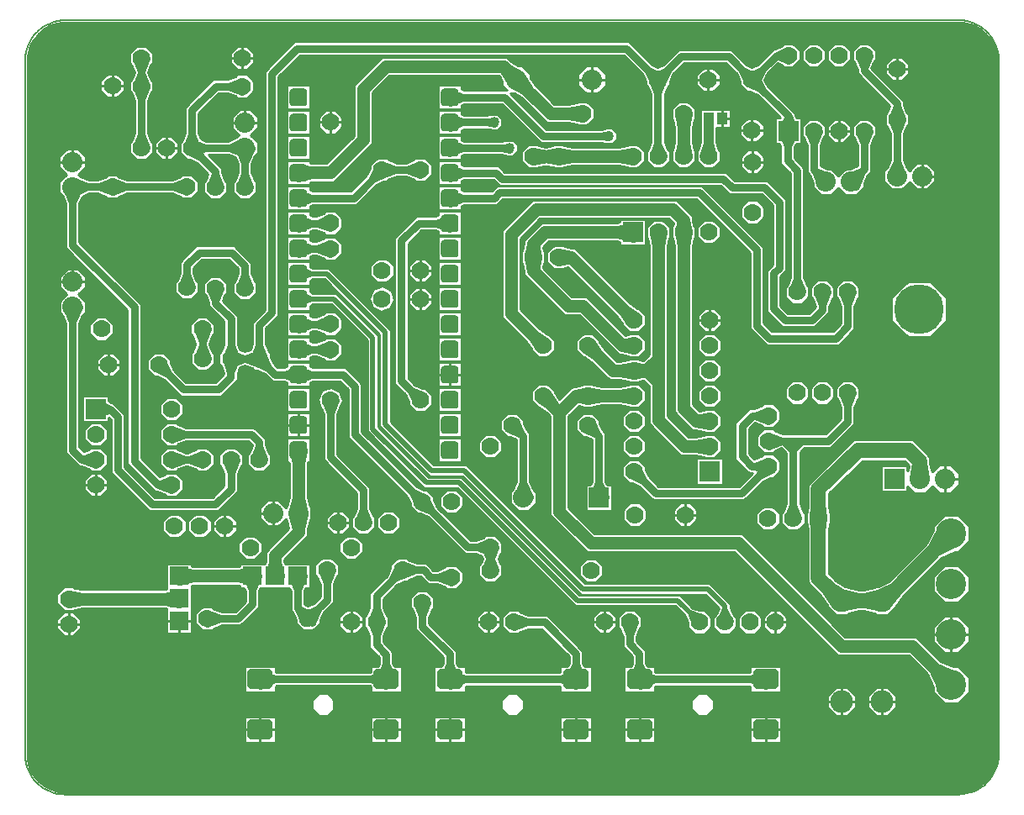
<source format=gbr>
G04 PROTEUS GERBER X2 FILE*
%TF.GenerationSoftware,Labcenter,Proteus,8.15-SP1-Build34318*%
%TF.CreationDate,2024-05-31T17:08:22+00:00*%
%TF.FileFunction,Copper,L2,Bot*%
%TF.FilePolarity,Positive*%
%TF.Part,Single*%
%TF.SameCoordinates,{d94dc138-55aa-45cc-9808-558e63c1a8c6}*%
%FSLAX45Y45*%
%MOMM*%
G01*
%TA.AperFunction,Conductor*%
%ADD11C,1.270000*%
%ADD10C,0.762000*%
%ADD27C,0.101600*%
%ADD28C,1.016000*%
%ADD13C,1.524000*%
%ADD12C,0.508000*%
%TA.AperFunction,ViaPad*%
%ADD14C,1.016000*%
%TA.AperFunction,Conductor*%
%ADD15C,0.254000*%
%AMPPAD006*
4,1,36,
0.889000,0.584200,
0.889000,-0.584200,
0.882940,-0.646520,
0.865490,-0.704160,
0.837770,-0.755980,
0.800890,-0.800890,
0.755980,-0.837760,
0.704160,-0.865480,
0.646520,-0.882930,
0.584200,-0.889000,
-0.584200,-0.889000,
-0.646520,-0.882930,
-0.704160,-0.865480,
-0.755980,-0.837760,
-0.800890,-0.800890,
-0.837770,-0.755980,
-0.865490,-0.704160,
-0.882940,-0.646520,
-0.889000,-0.584200,
-0.889000,0.584200,
-0.882940,0.646520,
-0.865490,0.704160,
-0.837770,0.755980,
-0.800890,0.800890,
-0.755980,0.837760,
-0.704160,0.865480,
-0.646520,0.882930,
-0.584200,0.889000,
0.584200,0.889000,
0.646520,0.882930,
0.704160,0.865480,
0.755980,0.837760,
0.800890,0.800890,
0.837770,0.755980,
0.865490,0.704160,
0.882940,0.646520,
0.889000,0.584200,
0*%
%TA.AperFunction,ComponentPad*%
%ADD16PPAD006*%
%AMDIL021*
4,1,8,
-1.270000,0.711200,-0.965200,1.016000,0.965200,1.016000,1.270000,0.711200,1.270000,-0.711200,
0.965200,-1.016000,-0.965200,-1.016000,-1.270000,-0.711200,-1.270000,0.711200,
0*%
%TA.AperFunction,WasherPad*%
%ADD29DIL021*%
%TA.AperFunction,ComponentPad*%
%ADD17C,1.778000*%
%ADD18C,2.032000*%
%ADD19R,2.032000X2.032000*%
%TA.AperFunction,ComponentPad*%
%ADD70C,3.048000*%
%TA.AperFunction,ComponentPad*%
%ADD71C,2.286000*%
%TA.AperFunction,ViaPad*%
%ADD21C,5.000000*%
%TA.AperFunction,SMDPad,CuDef*%
%ADD72R,1.016000X1.270000*%
%TA.AperFunction,OtherPad,Unknown*%
%ADD22C,4.500000*%
%ADD24C,0.508000*%
%TA.AperFunction,ComponentPad*%
%ADD25R,1.905000X1.905000*%
%TA.AperFunction,Profile*%
%ADD26C,0.203200*%
%TD.AperFunction*%
%TA.AperFunction,Conductor*%
G36*
X+9031094Y+379035D02*
X+9068940Y+373351D01*
X+9105461Y+364108D01*
X+9139944Y+351684D01*
X+9205171Y+316824D01*
X+9261570Y+270984D01*
X+9308462Y+214963D01*
X+9327256Y+184456D01*
X+9343297Y+151602D01*
X+9356101Y+117072D01*
X+9365487Y+81027D01*
X+9371261Y+43641D01*
X+9373260Y+4501D01*
X+9373260Y-6986047D01*
X+9371276Y-7026878D01*
X+9365533Y-7065763D01*
X+9356192Y-7103111D01*
X+9343428Y-7138775D01*
X+9327422Y-7172582D01*
X+9308358Y-7204353D01*
X+9286399Y-7233935D01*
X+9261727Y-7261147D01*
X+9234515Y-7285819D01*
X+9204933Y-7307778D01*
X+9173162Y-7326842D01*
X+9139355Y-7342848D01*
X+9103691Y-7355612D01*
X+9066343Y-7364953D01*
X+9027458Y-7370696D01*
X+8986603Y-7372681D01*
X+3194Y-7375221D01*
X-37232Y-7372909D01*
X-75463Y-7367147D01*
X-148918Y-7345369D01*
X-214604Y-7311647D01*
X-271564Y-7267235D01*
X-318730Y-7213087D01*
X-337558Y-7183653D01*
X-353613Y-7151924D01*
X-366415Y-7118544D01*
X-375784Y-7083678D01*
X-381545Y-7047445D01*
X-383540Y-7009413D01*
X-383540Y-562D01*
X-381549Y+39710D01*
X-375797Y+78071D01*
X-366465Y+114909D01*
X-353735Y+150117D01*
X-337821Y+183479D01*
X-319182Y+214394D01*
X-272779Y+270906D01*
X-217080Y+316939D01*
X-152795Y+351808D01*
X-118877Y+364196D01*
X-82992Y+373397D01*
X-45857Y+379046D01*
X-7047Y+381000D01*
X+8991550Y+381000D01*
X+9031094Y+379035D01*
G37*
%TD.AperFunction*%
%LPC*%
G36*
X+2460469Y-249928D02*
X+2460469Y-488686D01*
X+2221711Y-488686D01*
X+2221711Y-249928D01*
X+2460469Y-249928D01*
G37*
G36*
X+2460469Y-503928D02*
X+2460469Y-742686D01*
X+2221711Y-742686D01*
X+2221711Y-503928D01*
X+2460469Y-503928D01*
G37*
G36*
X+2460469Y-757928D02*
X+2460469Y-996686D01*
X+2221711Y-996686D01*
X+2221711Y-757928D01*
X+2460469Y-757928D01*
G37*
G36*
X+4488512Y-9527D02*
X+4555435Y-49681D01*
X+4596917Y-49681D01*
X+4680239Y-133003D01*
X+4680239Y-174483D01*
X+4720396Y-241411D01*
X+4921433Y-442448D01*
X+5059671Y-442448D01*
X+5142894Y-426596D01*
X+5152442Y-417048D01*
X+5251338Y-417048D01*
X+5321269Y-486979D01*
X+5321269Y-585875D01*
X+5251338Y-655806D01*
X+5152442Y-655806D01*
X+5142894Y-646258D01*
X+5059671Y-630406D01*
X+4843580Y-630406D01*
X+4587490Y-374317D01*
X+4520562Y-334159D01*
X+4480563Y-334159D01*
X+4837285Y-690881D01*
X+5387410Y-690881D01*
X+5430013Y-683781D01*
X+5435613Y-678181D01*
X+5502947Y-678181D01*
X+5550559Y-725793D01*
X+5550559Y-793127D01*
X+5502947Y-840739D01*
X+5435613Y-840739D01*
X+5430013Y-835140D01*
X+5387410Y-828039D01*
X+4780475Y-828039D01*
X+4390322Y-437886D01*
X+4011058Y-437886D01*
X+3984469Y-448016D01*
X+3984469Y-488686D01*
X+3745711Y-488686D01*
X+3745711Y-249928D01*
X+3984469Y-249928D01*
X+3984469Y-290599D01*
X+4011058Y-300728D01*
X+4445652Y-300728D01*
X+4395761Y-250837D01*
X+4395761Y-209357D01*
X+4363700Y-155923D01*
X+3261863Y-155923D01*
X+3091179Y-326607D01*
X+3091179Y-836487D01*
X+2702858Y-1224808D01*
X+2483474Y-1224808D01*
X+2460469Y-1229276D01*
X+2460469Y-1250686D01*
X+2221711Y-1250686D01*
X+2221711Y-1011928D01*
X+2460469Y-1011928D01*
X+2460469Y-1032617D01*
X+2483135Y-1036850D01*
X+2625004Y-1036850D01*
X+2903221Y-758633D01*
X+2903221Y-248753D01*
X+3184009Y+32035D01*
X+4446951Y+32035D01*
X+4488512Y-9527D01*
G37*
G36*
X+3688616Y-1050372D02*
X+3688616Y-1149268D01*
X+3618685Y-1219199D01*
X+3519789Y-1219199D01*
X+3497124Y-1196535D01*
X+3423268Y-1168399D01*
X+3331128Y-1168399D01*
X+3257272Y-1196535D01*
X+3234608Y-1219199D01*
X+3202554Y-1219199D01*
X+3130435Y-1251529D01*
X+2928078Y-1453886D01*
X+2487058Y-1453886D01*
X+2460469Y-1464016D01*
X+2460469Y-1504686D01*
X+2221711Y-1504686D01*
X+2221711Y-1265928D01*
X+2460469Y-1265928D01*
X+2460469Y-1306599D01*
X+2487058Y-1316728D01*
X+2871268Y-1316728D01*
X+3033451Y-1154545D01*
X+3065781Y-1082425D01*
X+3065781Y-1050372D01*
X+3135712Y-980441D01*
X+3234608Y-980441D01*
X+3257272Y-1003106D01*
X+3331128Y-1031241D01*
X+3423268Y-1031241D01*
X+3497124Y-1003106D01*
X+3519789Y-980441D01*
X+3618685Y-980441D01*
X+3688616Y-1050372D01*
G37*
G36*
X+2787379Y-1589192D02*
X+2787379Y-1688088D01*
X+2717448Y-1758019D01*
X+2618552Y-1758019D01*
X+2596171Y-1735639D01*
X+2522211Y-1707886D01*
X+2487058Y-1707886D01*
X+2460469Y-1718016D01*
X+2460469Y-1758686D01*
X+2221711Y-1758686D01*
X+2221711Y-1519928D01*
X+2460469Y-1519928D01*
X+2460469Y-1560599D01*
X+2487058Y-1570728D01*
X+2521856Y-1570728D01*
X+2595601Y-1542212D01*
X+2618552Y-1519261D01*
X+2717448Y-1519261D01*
X+2787379Y-1589192D01*
G37*
G36*
X+2460469Y-1814599D02*
X+2487058Y-1824728D01*
X+2518908Y-1824728D01*
X+2592998Y-1797475D01*
X+2615012Y-1775461D01*
X+2713908Y-1775461D01*
X+2783839Y-1845392D01*
X+2783839Y-1944288D01*
X+2713908Y-2014219D01*
X+2615012Y-2014219D01*
X+2591688Y-1990896D01*
X+2518092Y-1961886D01*
X+2487058Y-1961886D01*
X+2460469Y-1972016D01*
X+2460469Y-2012686D01*
X+2221711Y-2012686D01*
X+2221711Y-1773928D01*
X+2460469Y-1773928D01*
X+2460469Y-1814599D01*
G37*
G36*
X+2460469Y-2080505D02*
X+2487629Y-2094116D01*
X+2650659Y-2094116D01*
X+3272179Y-2715636D01*
X+3272179Y-3641322D01*
X+3707558Y-4076701D01*
X+4037005Y-4076701D01*
X+5230805Y-5270501D01*
X+6487446Y-5270501D01*
X+6692008Y-5475063D01*
X+6692008Y-5514163D01*
X+6722030Y-5577211D01*
X+6755508Y-5610688D01*
X+6755508Y-5709584D01*
X+6685577Y-5779515D01*
X+6586681Y-5779515D01*
X+6516750Y-5709584D01*
X+6516750Y-5610688D01*
X+6550226Y-5577212D01*
X+6577930Y-5519034D01*
X+6441155Y-5382259D01*
X+5184514Y-5382259D01*
X+5151781Y-5349525D01*
X+3990715Y-4188459D01*
X+3661268Y-4188459D01*
X+3160421Y-3687612D01*
X+3160421Y-2761926D01*
X+2604369Y-2205874D01*
X+2486444Y-2205874D01*
X+2460469Y-2217607D01*
X+2460469Y-2266686D01*
X+2221711Y-2266686D01*
X+2221711Y-2027928D01*
X+2460469Y-2027928D01*
X+2460469Y-2080505D01*
G37*
G36*
X+2460469Y-2332765D02*
X+2487063Y-2345428D01*
X+2721632Y-2345428D01*
X+3147719Y-2771515D01*
X+3147719Y-3690335D01*
X+3653465Y-4196081D01*
X+3986205Y-4196081D01*
X+5174925Y-5384801D01*
X+6185818Y-5384801D01*
X+6318422Y-5517406D01*
X+6384230Y-5540757D01*
X+6431577Y-5540757D01*
X+6501508Y-5610688D01*
X+6501508Y-5709584D01*
X+6431577Y-5779515D01*
X+6332681Y-5779515D01*
X+6262750Y-5709584D01*
X+6262750Y-5662241D01*
X+6239397Y-5596429D01*
X+6139527Y-5496559D01*
X+5128635Y-5496559D01*
X+3939915Y-4307839D01*
X+3607175Y-4307839D01*
X+3035961Y-3736625D01*
X+3035961Y-2817805D01*
X+2675342Y-2457186D01*
X+2487063Y-2457186D01*
X+2460469Y-2469850D01*
X+2460469Y-2520686D01*
X+2221711Y-2520686D01*
X+2221711Y-2281928D01*
X+2460469Y-2281928D01*
X+2460469Y-2332765D01*
G37*
G36*
X+2783839Y-2604852D02*
X+2783839Y-2703748D01*
X+2713908Y-2773679D01*
X+2615012Y-2773679D01*
X+2592775Y-2751443D01*
X+2518763Y-2723886D01*
X+2487058Y-2723886D01*
X+2460469Y-2734016D01*
X+2460469Y-2774686D01*
X+2221711Y-2774686D01*
X+2221711Y-2535928D01*
X+2460469Y-2535928D01*
X+2460469Y-2576599D01*
X+2487058Y-2586728D01*
X+2518227Y-2586728D01*
X+2591915Y-2558018D01*
X+2615012Y-2534921D01*
X+2713908Y-2534921D01*
X+2783839Y-2604852D01*
G37*
G36*
X+2460469Y-2830599D02*
X+2487058Y-2840728D01*
X+2519635Y-2840728D01*
X+2594064Y-2814949D01*
X+2615012Y-2794001D01*
X+2713908Y-2794001D01*
X+2783839Y-2863932D01*
X+2783839Y-2962828D01*
X+2713908Y-3032759D01*
X+2615012Y-3032759D01*
X+2590578Y-3008326D01*
X+2517469Y-2977886D01*
X+2487058Y-2977886D01*
X+2460469Y-2988016D01*
X+2460469Y-3028686D01*
X+2221711Y-3028686D01*
X+2221711Y-2789928D01*
X+2460469Y-2789928D01*
X+2460469Y-2830599D01*
G37*
G36*
X+5714202Y+150326D02*
X+5714202Y+150324D01*
X+5908229Y-43703D01*
X+5962734Y-68136D01*
X+6017268Y-43464D01*
X+6170533Y+109801D01*
X+6703926Y+109801D01*
X+6856026Y-42300D01*
X+6910750Y-66831D01*
X+6965474Y-42299D01*
X+7129345Y+121572D01*
X+7143668Y+121572D01*
X+7200208Y+145818D01*
X+7226762Y+172372D01*
X+7325658Y+172372D01*
X+7395589Y+102441D01*
X+7395589Y+3545D01*
X+7325658Y-66386D01*
X+7226762Y-66386D01*
X+7200209Y-39834D01*
X+7173403Y-28338D01*
X+7062458Y-139283D01*
X+7037926Y-194007D01*
X+7062457Y-248731D01*
X+7344789Y-531062D01*
X+7344789Y-545512D01*
X+7358129Y-576928D01*
X+7408289Y-576928D01*
X+7408289Y-841086D01*
X+7353539Y-841086D01*
X+7336179Y-876905D01*
X+7336179Y-981758D01*
X+7435389Y-1080968D01*
X+7435389Y-2187339D01*
X+7463524Y-2261195D01*
X+7486189Y-2283859D01*
X+7486189Y-2382755D01*
X+7416258Y-2452686D01*
X+7317362Y-2452686D01*
X+7247431Y-2382755D01*
X+7247431Y-2283859D01*
X+7270095Y-2261195D01*
X+7298231Y-2187339D01*
X+7298231Y-1137778D01*
X+7199021Y-1038568D01*
X+7199021Y-872871D01*
X+7187839Y-841086D01*
X+7144131Y-841086D01*
X+7144131Y-576928D01*
X+7194290Y-576928D01*
X+7195004Y-575246D01*
X+6965474Y-345716D01*
X+6893354Y-313386D01*
X+6861302Y-313386D01*
X+6791371Y-243455D01*
X+6791371Y-211403D01*
X+6759041Y-139283D01*
X+6647115Y-27357D01*
X+6227343Y-27357D01*
X+6114423Y-140277D01*
X+6082332Y-212528D01*
X+6082332Y-244858D01*
X+6059667Y-267523D01*
X+6031532Y-341379D01*
X+6031532Y-822013D01*
X+6060202Y-895713D01*
X+6083269Y-918779D01*
X+6083269Y-1017675D01*
X+6013338Y-1087606D01*
X+5914442Y-1087606D01*
X+5844511Y-1017675D01*
X+5844511Y-918779D01*
X+5866776Y-896514D01*
X+5894374Y-822512D01*
X+5894374Y-341379D01*
X+5866237Y-267522D01*
X+5843574Y-244858D01*
X+5843574Y-212806D01*
X+5811244Y-140686D01*
X+5617217Y+53341D01*
X+2358245Y+53341D01*
X+2139339Y-165565D01*
X+2139339Y-2570945D01*
X+2015209Y-2695075D01*
X+2015209Y-2857839D01*
X+2043343Y-2931694D01*
X+2066009Y-2954359D01*
X+2066009Y-2986415D01*
X+2098337Y-3058531D01*
X+2134534Y-3094728D01*
X+2195121Y-3094728D01*
X+2221711Y-3084599D01*
X+2221711Y-3043928D01*
X+2460469Y-3043928D01*
X+2460469Y-3084599D01*
X+2487058Y-3094728D01*
X+2818333Y-3094728D01*
X+2858506Y-3134902D01*
X+2980079Y-3256475D01*
X+2980079Y-3744144D01*
X+3535056Y-4297064D01*
X+3607189Y-4329244D01*
X+3639388Y-4329244D01*
X+3709319Y-4399175D01*
X+3709319Y-4431229D01*
X+3741648Y-4503348D01*
X+4075680Y-4837380D01*
X+4130047Y-4837380D01*
X+4203903Y-4809245D01*
X+4226568Y-4786580D01*
X+4325464Y-4786580D01*
X+4395395Y-4856511D01*
X+4395395Y-4955407D01*
X+4372731Y-4978071D01*
X+4356036Y-5021896D01*
X+4372638Y-5065635D01*
X+4395236Y-5088232D01*
X+4395236Y-5187128D01*
X+4325305Y-5257059D01*
X+4226409Y-5257059D01*
X+4156478Y-5187128D01*
X+4156478Y-5088232D01*
X+4179210Y-5065500D01*
X+4195938Y-5021745D01*
X+4186088Y-4995888D01*
X+4130046Y-4974538D01*
X+4018871Y-4974538D01*
X+3644664Y-4600332D01*
X+3572545Y-4568002D01*
X+3540492Y-4568002D01*
X+3470561Y-4498071D01*
X+3470561Y-4466164D01*
X+3438182Y-4394282D01*
X+2842921Y-3801100D01*
X+2842921Y-3313285D01*
X+2761522Y-3231886D01*
X+2487058Y-3231886D01*
X+2460469Y-3242016D01*
X+2460469Y-3282686D01*
X+2221711Y-3282686D01*
X+2221711Y-3242016D01*
X+2195121Y-3231886D01*
X+2077725Y-3231886D01*
X+2001354Y-3155516D01*
X+1929234Y-3123186D01*
X+1897182Y-3123186D01*
X+1874518Y-3100523D01*
X+1804828Y-3073974D01*
X+1752388Y-3095103D01*
X+1730399Y-3152401D01*
X+1730399Y-3218645D01*
X+1565759Y-3383285D01*
X+1155744Y-3383285D01*
X+991714Y-3219256D01*
X+919594Y-3186926D01*
X+887542Y-3186926D01*
X+817611Y-3116995D01*
X+817611Y-3018099D01*
X+887542Y-2948168D01*
X+986438Y-2948168D01*
X+1056369Y-3018099D01*
X+1056369Y-3050154D01*
X+1088697Y-3122271D01*
X+1212553Y-3246127D01*
X+1508949Y-3246127D01*
X+1593241Y-3161835D01*
X+1593241Y-3152227D01*
X+1565295Y-3078320D01*
X+1542771Y-3055795D01*
X+1542771Y-2956899D01*
X+1565435Y-2934235D01*
X+1593571Y-2860379D01*
X+1593571Y-2627866D01*
X+1437558Y-2471853D01*
X+1437558Y-2438704D01*
X+1409019Y-2364967D01*
X+1386051Y-2341998D01*
X+1386051Y-2243102D01*
X+1455982Y-2173171D01*
X+1554878Y-2173171D01*
X+1624809Y-2243102D01*
X+1624809Y-2341998D01*
X+1602445Y-2364362D01*
X+1581065Y-2421393D01*
X+1730729Y-2571056D01*
X+1730729Y-2860379D01*
X+1751603Y-2915175D01*
X+1803941Y-2933979D01*
X+1856702Y-2913880D01*
X+1878051Y-2857839D01*
X+1878051Y-2638265D01*
X+2002181Y-2514135D01*
X+2002181Y-108755D01*
X+2301434Y+190499D01*
X+5674029Y+190499D01*
X+5714202Y+150326D01*
G37*
G36*
X+2460469Y-3297928D02*
X+2460469Y-3536686D01*
X+2221711Y-3536686D01*
X+2221711Y-3297928D01*
X+2460469Y-3297928D01*
G37*
G36*
X+2460469Y-3551928D02*
X+2460469Y-3790686D01*
X+2221711Y-3790686D01*
X+2221711Y-3551928D01*
X+2460469Y-3551928D01*
G37*
G36*
X+2460469Y-4044686D02*
X+2439109Y-4044686D01*
X+2434659Y-4067668D01*
X+2434659Y-4397871D01*
X+2458379Y-4492751D01*
X+2472759Y-4507131D01*
X+2472759Y-4616549D01*
X+2458641Y-4630667D01*
X+2435419Y-4725567D01*
X+2435419Y-4792427D01*
X+2198439Y-5029407D01*
X+2198439Y-5041110D01*
X+2204541Y-5068571D01*
X+2458789Y-5068571D01*
X+2458789Y-5320029D01*
X+2413780Y-5320029D01*
X+2401639Y-5350382D01*
X+2401639Y-5480422D01*
X+2440280Y-5497744D01*
X+2495004Y-5473212D01*
X+2562340Y-5405876D01*
X+2562340Y-5280549D01*
X+2532188Y-5207336D01*
X+2507981Y-5183128D01*
X+2507981Y-5084232D01*
X+2577912Y-5014301D01*
X+2676808Y-5014301D01*
X+2746739Y-5084232D01*
X+2746739Y-5183128D01*
X+2725577Y-5204290D01*
X+2699498Y-5278658D01*
X+2699498Y-5462686D01*
X+2591988Y-5570196D01*
X+2559659Y-5642315D01*
X+2559659Y-5674368D01*
X+2489728Y-5744299D01*
X+2390832Y-5744299D01*
X+2320901Y-5674368D01*
X+2320901Y-5642316D01*
X+2288571Y-5570196D01*
X+2264481Y-5546105D01*
X+2264481Y-5350383D01*
X+2252339Y-5320029D01*
X+1956580Y-5320029D01*
X+1944439Y-5350382D01*
X+1944439Y-5510715D01*
X+1761655Y-5693499D01*
X+1570248Y-5693499D01*
X+1496392Y-5721635D01*
X+1473728Y-5744299D01*
X+1374832Y-5744299D01*
X+1304901Y-5674368D01*
X+1304901Y-5575472D01*
X+1374832Y-5505541D01*
X+1473728Y-5505541D01*
X+1496392Y-5528206D01*
X+1570248Y-5556341D01*
X+1704845Y-5556341D01*
X+1807281Y-5453905D01*
X+1807281Y-5350382D01*
X+1795139Y-5320029D01*
X+1750131Y-5320029D01*
X+1750131Y-5294628D01*
X+1722784Y-5288619D01*
X+1297190Y-5288619D01*
X+1269729Y-5294722D01*
X+1269729Y-5777569D01*
X+1018271Y-5777569D01*
X+1018271Y-5524021D01*
X+991135Y-5518182D01*
X+170419Y-5518182D01*
X+87196Y-5534034D01*
X+77648Y-5543582D01*
X-21248Y-5543582D01*
X-91179Y-5473651D01*
X-91179Y-5374755D01*
X-21248Y-5304824D01*
X+77648Y-5304824D01*
X+87196Y-5314372D01*
X+170419Y-5330224D01*
X+990495Y-5330224D01*
X+1018271Y-5323855D01*
X+1018271Y-5068911D01*
X+1269729Y-5068911D01*
X+1269729Y-5094559D01*
X+1297190Y-5100661D01*
X+1722559Y-5100661D01*
X+1750131Y-5094466D01*
X+1750131Y-5068571D01*
X+2004378Y-5068571D01*
X+2010481Y-5041110D01*
X+2010481Y-4951553D01*
X+2245128Y-4716906D01*
X+2223245Y-4631194D01*
X+2213680Y-4621628D01*
X+2141389Y-4693919D01*
X+2031971Y-4693919D01*
X+1954601Y-4616549D01*
X+1954601Y-4507131D01*
X+2031971Y-4429761D01*
X+2141389Y-4429761D01*
X+2213680Y-4502052D01*
X+2222981Y-4492751D01*
X+2246701Y-4397871D01*
X+2246701Y-4067376D01*
X+2242451Y-4044686D01*
X+2221711Y-4044686D01*
X+2221711Y-3805928D01*
X+2460469Y-3805928D01*
X+2460469Y-4044686D01*
G37*
G36*
X+3984469Y-3805928D02*
X+3984469Y-4044686D01*
X+3745711Y-4044686D01*
X+3745711Y-3805928D01*
X+3984469Y-3805928D01*
G37*
G36*
X+3984469Y-3551928D02*
X+3984469Y-3790686D01*
X+3745711Y-3790686D01*
X+3745711Y-3551928D01*
X+3984469Y-3551928D01*
G37*
G36*
X+3984469Y-3297928D02*
X+3984469Y-3536686D01*
X+3745711Y-3536686D01*
X+3745711Y-3297928D01*
X+3984469Y-3297928D01*
G37*
G36*
X+3984469Y-3043928D02*
X+3984469Y-3282686D01*
X+3745711Y-3282686D01*
X+3745711Y-3043928D01*
X+3984469Y-3043928D01*
G37*
G36*
X+3984469Y-2789928D02*
X+3984469Y-3028686D01*
X+3745711Y-3028686D01*
X+3745711Y-2789928D01*
X+3984469Y-2789928D01*
G37*
G36*
X+3984469Y-2535928D02*
X+3984469Y-2774686D01*
X+3745711Y-2774686D01*
X+3745711Y-2535928D01*
X+3984469Y-2535928D01*
G37*
G36*
X+3984469Y-2281928D02*
X+3984469Y-2520686D01*
X+3745711Y-2520686D01*
X+3745711Y-2281928D01*
X+3984469Y-2281928D01*
G37*
G36*
X+3984469Y-2027928D02*
X+3984469Y-2266686D01*
X+3745711Y-2266686D01*
X+3745711Y-2027928D01*
X+3984469Y-2027928D01*
G37*
G36*
X+3984469Y-1773928D02*
X+3984469Y-2012686D01*
X+3745711Y-2012686D01*
X+3745711Y-1773928D01*
X+3984469Y-1773928D01*
G37*
G36*
X+3984469Y-1758686D02*
X+3745711Y-1758686D01*
X+3745711Y-1718016D01*
X+3719121Y-1707886D01*
X+3583345Y-1707886D01*
X+3448579Y-1842652D01*
X+3448579Y-3200183D01*
X+3515324Y-3266928D01*
X+3587331Y-3299461D01*
X+3619148Y-3299461D01*
X+3689079Y-3369392D01*
X+3689079Y-3468288D01*
X+3619148Y-3538219D01*
X+3520252Y-3538219D01*
X+3450321Y-3468288D01*
X+3450321Y-3435999D01*
X+3418194Y-3363766D01*
X+3311421Y-3256992D01*
X+3311421Y-2413008D01*
X+3266539Y-2501095D01*
X+3172482Y-2531656D01*
X+3084365Y-2486759D01*
X+3053804Y-2392702D01*
X+3098701Y-2304585D01*
X+3192758Y-2274024D01*
X+3280875Y-2318921D01*
X+3311421Y-2412932D01*
X+3311421Y-1785842D01*
X+3526535Y-1570728D01*
X+3719121Y-1570728D01*
X+3745711Y-1560599D01*
X+3745711Y-1519928D01*
X+3984469Y-1519928D01*
X+3984469Y-1758686D01*
G37*
G36*
X+7006212Y-1861248D02*
X+7026299Y-1881335D01*
X+7026299Y-2643675D01*
X+7113125Y-2730501D01*
X+7726875Y-2730501D01*
X+7806231Y-2651145D01*
X+7806231Y-2479276D01*
X+7778095Y-2405420D01*
X+7755431Y-2382755D01*
X+7755431Y-2283859D01*
X+7825362Y-2213928D01*
X+7924258Y-2213928D01*
X+7994189Y-2283859D01*
X+7994189Y-2382755D01*
X+7971524Y-2405420D01*
X+7943389Y-2479276D01*
X+7943389Y-2707956D01*
X+7903215Y-2748129D01*
X+7783685Y-2867659D01*
X+7056315Y-2867659D01*
X+6889141Y-2700485D01*
X+6889141Y-1938145D01*
X+6350535Y-1399539D01*
X+4397866Y-1399539D01*
X+4343519Y-1453886D01*
X+4011058Y-1453886D01*
X+3984469Y-1464016D01*
X+3984469Y-1504686D01*
X+3745711Y-1504686D01*
X+3745711Y-1265928D01*
X+3984469Y-1265928D01*
X+3984469Y-1306599D01*
X+4011058Y-1316728D01*
X+4286709Y-1316728D01*
X+4341056Y-1262381D01*
X+6407345Y-1262381D01*
X+7006212Y-1861248D01*
G37*
G36*
X+3984469Y-1052599D02*
X+4011058Y-1062728D01*
X+4361111Y-1062728D01*
X+4421064Y-1122681D01*
X+6650168Y-1122681D01*
X+6736528Y-1209041D01*
X+7062326Y-1209041D01*
X+7102499Y-1249215D01*
X+7252359Y-1399075D01*
X+7252359Y-2116285D01*
X+7193939Y-2174705D01*
X+7193939Y-2473141D01*
X+7270605Y-2549807D01*
X+7485929Y-2549807D01*
X+7552231Y-2483505D01*
X+7552231Y-2479279D01*
X+7524094Y-2405419D01*
X+7501431Y-2382755D01*
X+7501431Y-2283859D01*
X+7571362Y-2213928D01*
X+7670258Y-2213928D01*
X+7740189Y-2283859D01*
X+7740189Y-2382755D01*
X+7717524Y-2405420D01*
X+7689389Y-2479276D01*
X+7689389Y-2540315D01*
X+7542739Y-2686965D01*
X+7213795Y-2686965D01*
X+7056781Y-2529951D01*
X+7056781Y-2117895D01*
X+7115201Y-2059475D01*
X+7115201Y-1455885D01*
X+7005515Y-1346199D01*
X+6679718Y-1346199D01*
X+6593358Y-1259839D01*
X+4364254Y-1259839D01*
X+4304301Y-1199886D01*
X+4011058Y-1199886D01*
X+3984469Y-1210016D01*
X+3984469Y-1250686D01*
X+3745711Y-1250686D01*
X+3745711Y-1011928D01*
X+3984469Y-1011928D01*
X+3984469Y-1052599D01*
G37*
G36*
X+3984469Y-801966D02*
X+4012316Y-813808D01*
X+4387740Y-813808D01*
X+4430343Y-806708D01*
X+4435943Y-801108D01*
X+4503277Y-801108D01*
X+4550889Y-848720D01*
X+4550889Y-916054D01*
X+4503277Y-963666D01*
X+4435943Y-963666D01*
X+4430343Y-958067D01*
X+4387740Y-950966D01*
X+4009614Y-950966D01*
X+3984469Y-959464D01*
X+3984469Y-996686D01*
X+3745711Y-996686D01*
X+3745711Y-757928D01*
X+3984469Y-757928D01*
X+3984469Y-801966D01*
G37*
G36*
X+3984469Y-543923D02*
X+4010786Y-553721D01*
X+4231710Y-553721D01*
X+4274313Y-546621D01*
X+4279913Y-541021D01*
X+4347247Y-541021D01*
X+4394859Y-588633D01*
X+4394859Y-655967D01*
X+4347247Y-703579D01*
X+4279913Y-703579D01*
X+4274313Y-697980D01*
X+4231710Y-690879D01*
X+4011322Y-690879D01*
X+3984469Y-701342D01*
X+3984469Y-742686D01*
X+3745711Y-742686D01*
X+3745711Y-503928D01*
X+3984469Y-503928D01*
X+3984469Y-543923D01*
G37*
G36*
X+2114459Y-6874945D02*
X+1799501Y-6874945D01*
X+1799501Y-6610787D01*
X+2114459Y-6610787D01*
X+2114459Y-6874945D01*
G37*
G36*
X+3461472Y-5036966D02*
X+3535328Y-5065101D01*
X+3630322Y-5065101D01*
X+3701102Y-5135881D01*
X+3738351Y-5135881D01*
X+3812207Y-5107746D01*
X+3834872Y-5085081D01*
X+3933768Y-5085081D01*
X+4003699Y-5155012D01*
X+4003699Y-5253908D01*
X+3933768Y-5323839D01*
X+3834872Y-5323839D01*
X+3812207Y-5301175D01*
X+3738351Y-5273039D01*
X+3644292Y-5273039D01*
X+3573512Y-5202259D01*
X+3535328Y-5202259D01*
X+3461472Y-5230395D01*
X+3438808Y-5253059D01*
X+3406754Y-5253059D01*
X+3334635Y-5285389D01*
X+3195579Y-5424445D01*
X+3195579Y-5510575D01*
X+3223714Y-5584431D01*
X+3246379Y-5607095D01*
X+3246379Y-5705991D01*
X+3223714Y-5728656D01*
X+3195579Y-5802512D01*
X+3195579Y-5858595D01*
X+3294836Y-5957852D01*
X+3294836Y-6068586D01*
X+3309277Y-6102787D01*
X+3384459Y-6102787D01*
X+3384459Y-6366945D01*
X+3069501Y-6366945D01*
X+3069501Y-6307043D01*
X+3060866Y-6303445D01*
X+2123093Y-6303445D01*
X+2114459Y-6307043D01*
X+2114459Y-6366945D01*
X+1799501Y-6366945D01*
X+1799501Y-6102787D01*
X+2114459Y-6102787D01*
X+2114459Y-6162690D01*
X+2123093Y-6166287D01*
X+3060866Y-6166287D01*
X+3069501Y-6162690D01*
X+3069501Y-6102787D01*
X+3143755Y-6102787D01*
X+3157678Y-6068923D01*
X+3157678Y-6014662D01*
X+3058421Y-5915405D01*
X+3058421Y-5802512D01*
X+3030285Y-5728656D01*
X+3007621Y-5705991D01*
X+3007621Y-5607095D01*
X+3030285Y-5584431D01*
X+3058421Y-5510575D01*
X+3058421Y-5367635D01*
X+3237651Y-5188405D01*
X+3269981Y-5116285D01*
X+3269981Y-5084232D01*
X+3339912Y-5014301D01*
X+3438808Y-5014301D01*
X+3461472Y-5036966D01*
G37*
G36*
X+3384459Y-6874945D02*
X+3069501Y-6874945D01*
X+3069501Y-6610787D01*
X+3384459Y-6610787D01*
X+3384459Y-6874945D01*
G37*
G36*
X+4024539Y-6876242D02*
X+3709581Y-6876242D01*
X+3709581Y-6612084D01*
X+4024539Y-6612084D01*
X+4024539Y-6876242D01*
G37*
G36*
X+3709319Y-5415175D02*
X+3709319Y-5514071D01*
X+3686654Y-5536736D01*
X+3658519Y-5610592D01*
X+3658519Y-5675481D01*
X+3934336Y-5951298D01*
X+3934336Y-6069752D01*
X+3948986Y-6104084D01*
X+4024539Y-6104084D01*
X+4024539Y-6163987D01*
X+4033173Y-6167584D01*
X+4970946Y-6167584D01*
X+4979581Y-6163987D01*
X+4979581Y-6104084D01*
X+5054300Y-6104084D01*
X+5068481Y-6070050D01*
X+5068481Y-6005465D01*
X+4791595Y-5728579D01*
X+4656305Y-5728579D01*
X+4581953Y-5754717D01*
X+4560748Y-5775922D01*
X+4461852Y-5775922D01*
X+4391921Y-5705991D01*
X+4391921Y-5607095D01*
X+4461852Y-5537164D01*
X+4560748Y-5537164D01*
X+4584911Y-5561328D01*
X+4658143Y-5591421D01*
X+4848405Y-5591421D01*
X+5205639Y-5948655D01*
X+5205639Y-6070050D01*
X+5219819Y-6104084D01*
X+5294539Y-6104084D01*
X+5294539Y-6368242D01*
X+4979581Y-6368242D01*
X+4979581Y-6308340D01*
X+4970946Y-6304742D01*
X+4033173Y-6304742D01*
X+4024539Y-6308340D01*
X+4024539Y-6368242D01*
X+3709581Y-6368242D01*
X+3709581Y-6104084D01*
X+3783463Y-6104084D01*
X+3797178Y-6070361D01*
X+3797178Y-6008108D01*
X+3521361Y-5732291D01*
X+3521361Y-5610592D01*
X+3493225Y-5536736D01*
X+3470561Y-5514071D01*
X+3470561Y-5415175D01*
X+3540492Y-5345244D01*
X+3639388Y-5345244D01*
X+3709319Y-5415175D01*
G37*
G36*
X+5294539Y-6876242D02*
X+4979581Y-6876242D01*
X+4979581Y-6612084D01*
X+5294539Y-6612084D01*
X+5294539Y-6876242D01*
G37*
G36*
X+5934619Y-6876242D02*
X+5619661Y-6876242D01*
X+5619661Y-6612084D01*
X+5934619Y-6612084D01*
X+5934619Y-6876242D01*
G37*
G36*
X+5796539Y-5609635D02*
X+5796539Y-5708531D01*
X+5773874Y-5731196D01*
X+5745739Y-5805052D01*
X+5745739Y-5850096D01*
X+5843345Y-5947702D01*
X+5843345Y-6069511D01*
X+5858386Y-6104084D01*
X+5934619Y-6104084D01*
X+5934619Y-6163987D01*
X+5943253Y-6167584D01*
X+6881026Y-6167584D01*
X+6889661Y-6163987D01*
X+6889661Y-6104084D01*
X+7204619Y-6104084D01*
X+7204619Y-6368242D01*
X+6889661Y-6368242D01*
X+6889661Y-6308340D01*
X+6881026Y-6304742D01*
X+5943253Y-6304742D01*
X+5934619Y-6308340D01*
X+5934619Y-6368242D01*
X+5619661Y-6368242D01*
X+5619661Y-6104084D01*
X+5692853Y-6104084D01*
X+5706187Y-6070624D01*
X+5706187Y-6004512D01*
X+5608581Y-5906906D01*
X+5608581Y-5805052D01*
X+5580445Y-5731196D01*
X+5557781Y-5708531D01*
X+5557781Y-5609635D01*
X+5627712Y-5539704D01*
X+5726608Y-5539704D01*
X+5796539Y-5609635D01*
G37*
G36*
X+7204619Y-6876242D02*
X+6889661Y-6876242D01*
X+6889661Y-6612084D01*
X+7204619Y-6612084D01*
X+7204619Y-6876242D01*
G37*
G36*
X+2753621Y-5705991D02*
X+2753621Y-5607095D01*
X+2823552Y-5537164D01*
X+2922448Y-5537164D01*
X+2992379Y-5607095D01*
X+2992379Y-5705991D01*
X+2922448Y-5775922D01*
X+2823552Y-5775922D01*
X+2753621Y-5705991D01*
G37*
G36*
X+4137921Y-5705991D02*
X+4137921Y-5607095D01*
X+4207852Y-5537164D01*
X+4306748Y-5537164D01*
X+4376679Y-5607095D01*
X+4376679Y-5705991D01*
X+4306748Y-5775922D01*
X+4207852Y-5775922D01*
X+4137921Y-5705991D01*
G37*
G36*
X+5303781Y-5708531D02*
X+5303781Y-5609635D01*
X+5373712Y-5539704D01*
X+5472608Y-5539704D01*
X+5542539Y-5609635D01*
X+5542539Y-5708531D01*
X+5472608Y-5778462D01*
X+5373712Y-5778462D01*
X+5303781Y-5708531D01*
G37*
G36*
X+3834872Y-4323081D02*
X+3933768Y-4323081D01*
X+4003699Y-4393012D01*
X+4003699Y-4491908D01*
X+3933768Y-4561839D01*
X+3834872Y-4561839D01*
X+3764941Y-4491908D01*
X+3764941Y-4393012D01*
X+3834872Y-4323081D01*
G37*
G36*
X+4325464Y-4009338D02*
X+4226568Y-4009338D01*
X+4156637Y-3939407D01*
X+4156637Y-3840511D01*
X+4226568Y-3770580D01*
X+4325464Y-3770580D01*
X+4395395Y-3840511D01*
X+4395395Y-3939407D01*
X+4325464Y-4009338D01*
G37*
G36*
X+5172478Y-5187128D02*
X+5172478Y-5088232D01*
X+5242409Y-5018301D01*
X+5341305Y-5018301D01*
X+5411236Y-5088232D01*
X+5411236Y-5187128D01*
X+5341305Y-5257059D01*
X+5242409Y-5257059D01*
X+5172478Y-5187128D01*
G37*
G36*
X+1896179Y-209632D02*
X+1896179Y-308528D01*
X+1826248Y-378459D01*
X+1727352Y-378459D01*
X+1704687Y-355795D01*
X+1630831Y-327659D01*
X+1539566Y-327659D01*
X+1336699Y-530526D01*
X+1336699Y-732872D01*
X+1358047Y-788912D01*
X+1414088Y-810261D01*
X+1636248Y-810261D01*
X+1718119Y-775470D01*
X+1742822Y-750767D01*
X+1670531Y-678476D01*
X+1670531Y-569058D01*
X+1747901Y-491688D01*
X+1857319Y-491688D01*
X+1934689Y-569058D01*
X+1934689Y-678476D01*
X+1862398Y-750767D01*
X+1934689Y-823058D01*
X+1934689Y-932476D01*
X+1905406Y-961759D01*
X+1871189Y-1043881D01*
X+1871189Y-1130579D01*
X+1899324Y-1204435D01*
X+1921989Y-1227099D01*
X+1921989Y-1325995D01*
X+1852058Y-1395926D01*
X+1753162Y-1395926D01*
X+1683231Y-1325995D01*
X+1683231Y-1227099D01*
X+1705895Y-1204435D01*
X+1734031Y-1130579D01*
X+1734031Y-1043882D01*
X+1705545Y-975517D01*
X+1636751Y-947419D01*
X+1433683Y-947419D01*
X+1574009Y-1087745D01*
X+1574009Y-1130582D01*
X+1602144Y-1204438D01*
X+1624809Y-1227102D01*
X+1624809Y-1325998D01*
X+1554878Y-1395929D01*
X+1455982Y-1395929D01*
X+1386051Y-1325998D01*
X+1386051Y-1227102D01*
X+1408715Y-1204438D01*
X+1432996Y-1140701D01*
X+1322843Y-1030548D01*
X+1250725Y-998219D01*
X+1218672Y-998219D01*
X+1148741Y-928288D01*
X+1148741Y-829392D01*
X+1171405Y-806728D01*
X+1199541Y-732872D01*
X+1199541Y-473716D01*
X+1482756Y-190501D01*
X+1630831Y-190501D01*
X+1704687Y-162366D01*
X+1727352Y-139701D01*
X+1826248Y-139701D01*
X+1896179Y-209632D01*
G37*
G36*
X+1720472Y-1886988D02*
X+1871189Y-2037705D01*
X+1871189Y-2146579D01*
X+1899324Y-2220435D01*
X+1921989Y-2243099D01*
X+1921989Y-2341995D01*
X+1852058Y-2411926D01*
X+1753162Y-2411926D01*
X+1683231Y-2341995D01*
X+1683231Y-2243099D01*
X+1705895Y-2220435D01*
X+1734031Y-2146579D01*
X+1734031Y-2094515D01*
X+1643575Y-2004059D01*
X+1370901Y-2004059D01*
X+1285070Y-2089890D01*
X+1285070Y-2142608D01*
X+1313872Y-2216266D01*
X+1337039Y-2239432D01*
X+1337039Y-2338328D01*
X+1267108Y-2408259D01*
X+1168212Y-2408259D01*
X+1098281Y-2338328D01*
X+1098281Y-2239432D01*
X+1120448Y-2217265D01*
X+1147912Y-2143229D01*
X+1147912Y-2033080D01*
X+1314091Y-1866901D01*
X+1700385Y-1866901D01*
X+1720472Y-1886988D01*
G37*
G36*
X+198779Y-966371D02*
X+198779Y-1075789D01*
X+126487Y-1148081D01*
X+150014Y-1171607D01*
X+232463Y-1205031D01*
X+322391Y-1205031D01*
X+396247Y-1176896D01*
X+418912Y-1154231D01*
X+517808Y-1154231D01*
X+540472Y-1176896D01*
X+614328Y-1205031D01*
X+1071499Y-1205031D01*
X+1145234Y-1176479D01*
X+1168212Y-1153501D01*
X+1267108Y-1153501D01*
X+1337039Y-1223432D01*
X+1337039Y-1322328D01*
X+1267108Y-1392259D01*
X+1168212Y-1392259D01*
X+1145858Y-1369906D01*
X+1071888Y-1342189D01*
X+614328Y-1342189D01*
X+540472Y-1370325D01*
X+517808Y-1392989D01*
X+418912Y-1392989D01*
X+396247Y-1370325D01*
X+322391Y-1342189D01*
X+233150Y-1342189D01*
X+164241Y-1371685D01*
X+135279Y-1441194D01*
X+135279Y-1833415D01*
X+757579Y-2455715D01*
X+757579Y-4008747D01*
X+944292Y-4195460D01*
X+991877Y-4177333D01*
X+1014542Y-4154668D01*
X+1113438Y-4154668D01*
X+1183369Y-4224599D01*
X+1183369Y-4323495D01*
X+1113438Y-4393426D01*
X+1014542Y-4393426D01*
X+991877Y-4370762D01*
X+918021Y-4342626D01*
X+897491Y-4342626D01*
X+620421Y-4065556D01*
X+620421Y-2512525D01*
X-1879Y-1890225D01*
X-1879Y-1441194D01*
X-36097Y-1359072D01*
X-65379Y-1329789D01*
X-65379Y-1220371D01*
X+6912Y-1148080D01*
X-65379Y-1075789D01*
X-65379Y-966371D01*
X+11991Y-889001D01*
X+121409Y-889001D01*
X+198779Y-966371D01*
G37*
G36*
X+418912Y-138231D02*
X+517808Y-138231D01*
X+587739Y-208162D01*
X+587739Y-307058D01*
X+517808Y-376989D01*
X+418912Y-376989D01*
X+348981Y-307058D01*
X+348981Y-208162D01*
X+418912Y-138231D01*
G37*
G36*
X+199869Y-2174338D02*
X+199869Y-2283756D01*
X+127578Y-2356047D01*
X+199869Y-2428338D01*
X+199869Y-2537756D01*
X+170586Y-2567039D01*
X+136369Y-2649161D01*
X+136369Y-3896987D01*
X+181242Y-3941860D01*
X+229877Y-3923333D01*
X+252542Y-3900668D01*
X+351438Y-3900668D01*
X+421369Y-3970599D01*
X+421369Y-4069495D01*
X+351438Y-4139426D01*
X+252542Y-4139426D01*
X+229877Y-4116762D01*
X+156021Y-4088626D01*
X+134041Y-4088626D01*
X-789Y-3953796D01*
X-789Y-2649161D01*
X-35007Y-2567039D01*
X-64289Y-2537756D01*
X-64289Y-2428338D01*
X+8002Y-2356047D01*
X-64289Y-2283756D01*
X-64289Y-2174338D01*
X+13081Y-2096968D01*
X+122499Y-2096968D01*
X+199869Y-2174338D01*
G37*
G36*
X+6770750Y-5709584D02*
X+6770750Y-5610688D01*
X+6840681Y-5540757D01*
X+6939577Y-5540757D01*
X+7009508Y-5610688D01*
X+7009508Y-5709584D01*
X+6939577Y-5779515D01*
X+6840681Y-5779515D01*
X+6770750Y-5709584D01*
G37*
G36*
X+7024750Y-5709584D02*
X+7024750Y-5610688D01*
X+7094681Y-5540757D01*
X+7193577Y-5540757D01*
X+7263508Y-5610688D01*
X+7263508Y-5709584D01*
X+7193577Y-5779515D01*
X+7094681Y-5779515D01*
X+7024750Y-5709584D01*
G37*
G36*
X+5372759Y-3623392D02*
X+5372759Y-3655447D01*
X+5405087Y-3727564D01*
X+5416172Y-3738648D01*
X+5416171Y-3738649D01*
X+5436259Y-3758735D01*
X+5436259Y-4240787D01*
X+5450439Y-4274821D01*
X+5499759Y-4274821D01*
X+5499759Y-4538979D01*
X+5235601Y-4538979D01*
X+5235601Y-4274821D01*
X+5284920Y-4274821D01*
X+5299101Y-4240787D01*
X+5299101Y-3820513D01*
X+5235984Y-3792219D01*
X+5203932Y-3792219D01*
X+5134001Y-3722288D01*
X+5134001Y-3623392D01*
X+5203932Y-3553461D01*
X+5302828Y-3553461D01*
X+5372759Y-3623392D01*
G37*
G36*
X+4610759Y-3623392D02*
X+4610759Y-3655447D01*
X+4643087Y-3727564D01*
X+4654172Y-3738648D01*
X+4654171Y-3738649D01*
X+4674259Y-3758735D01*
X+4674259Y-4240787D01*
X+4708476Y-4322909D01*
X+4737759Y-4352191D01*
X+4737759Y-4461609D01*
X+4660389Y-4538979D01*
X+4550971Y-4538979D01*
X+4473601Y-4461609D01*
X+4473601Y-4352191D01*
X+4502883Y-4322909D01*
X+4537101Y-4240787D01*
X+4537101Y-3820513D01*
X+4473984Y-3792219D01*
X+4441932Y-3792219D01*
X+4372001Y-3722288D01*
X+4372001Y-3623392D01*
X+4441932Y-3553461D01*
X+4540828Y-3553461D01*
X+4610759Y-3623392D01*
G37*
G36*
X+2624621Y-4705128D02*
X+2624621Y-4606232D01*
X+2694552Y-4536301D01*
X+2793448Y-4536301D01*
X+2863379Y-4606232D01*
X+2863379Y-4705128D01*
X+2793448Y-4775059D01*
X+2694552Y-4775059D01*
X+2624621Y-4705128D01*
G37*
G36*
X+2761964Y-3337341D02*
X+2792525Y-3431398D01*
X+2758870Y-3497451D01*
X+2732288Y-3567229D01*
X+2732288Y-3968252D01*
X+3066579Y-4302543D01*
X+3066579Y-4509712D01*
X+3094714Y-4583568D01*
X+3117379Y-4606232D01*
X+3117379Y-4705128D01*
X+3047448Y-4775059D01*
X+2948552Y-4775059D01*
X+2878621Y-4705128D01*
X+2878621Y-4606232D01*
X+2901285Y-4583568D01*
X+2929421Y-4509712D01*
X+2929421Y-4359353D01*
X+2595130Y-4025062D01*
X+2595130Y-3567229D01*
X+2572946Y-3508997D01*
X+2565454Y-3505179D01*
X+2534893Y-3411122D01*
X+2579790Y-3323005D01*
X+2673847Y-3292444D01*
X+2761964Y-3337341D01*
G37*
G36*
X+3132621Y-4705128D02*
X+3132621Y-4606232D01*
X+3202552Y-4536301D01*
X+3301448Y-4536301D01*
X+3371379Y-4606232D01*
X+3371379Y-4705128D01*
X+3301448Y-4775059D01*
X+3202552Y-4775059D01*
X+3132621Y-4705128D01*
G37*
G36*
X-21248Y-5558824D02*
X+77648Y-5558824D01*
X+147579Y-5628755D01*
X+147579Y-5727651D01*
X+77648Y-5797582D01*
X-21248Y-5797582D01*
X-91179Y-5727651D01*
X-91179Y-5628755D01*
X-21248Y-5558824D01*
G37*
G36*
X+1721219Y-4642749D02*
X+1721219Y-4741645D01*
X+1651288Y-4811576D01*
X+1552392Y-4811576D01*
X+1482461Y-4741645D01*
X+1482461Y-4642749D01*
X+1552392Y-4572818D01*
X+1651288Y-4572818D01*
X+1721219Y-4642749D01*
G37*
G36*
X+1467219Y-4642749D02*
X+1467219Y-4741645D01*
X+1397288Y-4811576D01*
X+1298392Y-4811576D01*
X+1228461Y-4741645D01*
X+1228461Y-4642749D01*
X+1298392Y-4572818D01*
X+1397288Y-4572818D01*
X+1467219Y-4642749D01*
G37*
G36*
X+1213219Y-4642749D02*
X+1213219Y-4741645D01*
X+1143288Y-4811576D01*
X+1044392Y-4811576D01*
X+974461Y-4741645D01*
X+974461Y-4642749D01*
X+1044392Y-4572818D01*
X+1143288Y-4572818D01*
X+1213219Y-4642749D01*
G37*
G36*
X+3520252Y-2283461D02*
X+3619148Y-2283461D01*
X+3689079Y-2353392D01*
X+3689079Y-2452288D01*
X+3619148Y-2522219D01*
X+3520252Y-2522219D01*
X+3450321Y-2452288D01*
X+3450321Y-2353392D01*
X+3520252Y-2283461D01*
G37*
G36*
X+1737741Y-4957785D02*
X+1737741Y-4858889D01*
X+1807672Y-4788958D01*
X+1906568Y-4788958D01*
X+1976499Y-4858889D01*
X+1976499Y-4957785D01*
X+1906568Y-5027716D01*
X+1807672Y-5027716D01*
X+1737741Y-4957785D01*
G37*
G36*
X+2753741Y-4957785D02*
X+2753741Y-4858889D01*
X+2823672Y-4788958D01*
X+2922568Y-4788958D01*
X+2992499Y-4858889D01*
X+2992499Y-4957785D01*
X+2922568Y-5027716D01*
X+2823672Y-5027716D01*
X+2753741Y-4957785D01*
G37*
G36*
X+3234608Y-2235199D02*
X+3135712Y-2235199D01*
X+3065781Y-2165268D01*
X+3065781Y-2066372D01*
X+3135712Y-1996441D01*
X+3234608Y-1996441D01*
X+3304539Y-2066372D01*
X+3304539Y-2165268D01*
X+3234608Y-2235199D01*
G37*
G36*
X+3519789Y-1996441D02*
X+3618685Y-1996441D01*
X+3688616Y-2066372D01*
X+3688616Y-2165268D01*
X+3618685Y-2235199D01*
X+3519789Y-2235199D01*
X+3449858Y-2165268D01*
X+3449858Y-2066372D01*
X+3519789Y-1996441D01*
G37*
G36*
X+8157589Y-659559D02*
X+8157589Y-758455D01*
X+8134924Y-781120D01*
X+8106789Y-854976D01*
X+8106789Y-1123698D01*
X+8075629Y-1154858D01*
X+8041755Y-1237124D01*
X+8041755Y-1278536D01*
X+7964385Y-1355906D01*
X+7854967Y-1355906D01*
X+7782676Y-1283615D01*
X+7710385Y-1355906D01*
X+7600967Y-1355906D01*
X+7523597Y-1278536D01*
X+7523597Y-1237126D01*
X+7489721Y-1154857D01*
X+7461631Y-1126766D01*
X+7461631Y-854976D01*
X+7433495Y-781120D01*
X+7410831Y-758455D01*
X+7410831Y-659559D01*
X+7480762Y-589628D01*
X+7579658Y-589628D01*
X+7649589Y-659559D01*
X+7649589Y-758455D01*
X+7626924Y-781120D01*
X+7598789Y-854976D01*
X+7598789Y-1062849D01*
X+7668972Y-1091748D01*
X+7710385Y-1091748D01*
X+7782676Y-1164039D01*
X+7854967Y-1091748D01*
X+7896379Y-1091748D01*
X+7969631Y-1061586D01*
X+7969631Y-854976D01*
X+7941495Y-781120D01*
X+7918831Y-758455D01*
X+7918831Y-659559D01*
X+7988762Y-589628D01*
X+8087658Y-589628D01*
X+8157589Y-659559D01*
G37*
G36*
X+7664831Y-758455D02*
X+7664831Y-659559D01*
X+7734762Y-589628D01*
X+7833658Y-589628D01*
X+7903589Y-659559D01*
X+7903589Y-758455D01*
X+7833658Y-828386D01*
X+7734762Y-828386D01*
X+7664831Y-758455D01*
G37*
G36*
X+8157589Y+102441D02*
X+8157589Y+3545D01*
X+8134924Y-19120D01*
X+8112216Y-78729D01*
X+8438697Y-405209D01*
X+8438697Y-448778D01*
X+8466849Y-522626D01*
X+8489529Y-545305D01*
X+8489529Y-644201D01*
X+8466864Y-666866D01*
X+8438729Y-740722D01*
X+8438729Y-1000827D01*
X+8472946Y-1082949D01*
X+8497149Y-1107153D01*
X+8569441Y-1034861D01*
X+8678859Y-1034861D01*
X+8756229Y-1112231D01*
X+8756229Y-1221649D01*
X+8678859Y-1299019D01*
X+8569441Y-1299019D01*
X+8497150Y-1226728D01*
X+8424859Y-1299019D01*
X+8315441Y-1299019D01*
X+8238071Y-1221649D01*
X+8238071Y-1112231D01*
X+8267353Y-1082949D01*
X+8301571Y-1000827D01*
X+8301571Y-740722D01*
X+8273435Y-666866D01*
X+8250771Y-644201D01*
X+8250771Y-545305D01*
X+8273422Y-522654D01*
X+8297892Y-458373D01*
X+7969631Y-130111D01*
X+7969631Y-92976D01*
X+7941495Y-19120D01*
X+7918831Y+3545D01*
X+7918831Y+102441D01*
X+7988762Y+172372D01*
X+8087658Y+172372D01*
X+8157589Y+102441D01*
G37*
G36*
X+7664831Y+3545D02*
X+7664831Y+102441D01*
X+7734762Y+172372D01*
X+7833658Y+172372D01*
X+7903589Y+102441D01*
X+7903589Y+3545D01*
X+7833658Y-66386D01*
X+7734762Y-66386D01*
X+7664831Y+3545D01*
G37*
G36*
X+7410831Y+3545D02*
X+7410831Y+102441D01*
X+7480762Y+172372D01*
X+7579658Y+172372D01*
X+7649589Y+102441D01*
X+7649589Y+3545D01*
X+7579658Y-66386D01*
X+7480762Y-66386D01*
X+7410831Y+3545D01*
G37*
G36*
X+6960198Y-821386D02*
X+6861302Y-821386D01*
X+6791371Y-751455D01*
X+6791371Y-652559D01*
X+6861302Y-582628D01*
X+6960198Y-582628D01*
X+7030129Y-652559D01*
X+7030129Y-751455D01*
X+6960198Y-821386D01*
G37*
G36*
X+8320702Y+32626D02*
X+8419598Y+32626D01*
X+8489529Y-37305D01*
X+8489529Y-136201D01*
X+8419598Y-206132D01*
X+8320702Y-206132D01*
X+8250771Y-136201D01*
X+8250771Y-37305D01*
X+8320702Y+32626D01*
G37*
G36*
X+8564773Y-3853947D02*
X+8705549Y-3994723D01*
X+8705549Y-4054082D01*
X+8718898Y-4134180D01*
X+8725870Y-4141151D01*
X+8793953Y-4073068D01*
X+8911787Y-4073068D01*
X+8995109Y-4156390D01*
X+8995109Y-4274224D01*
X+8911787Y-4357546D01*
X+8793953Y-4357546D01*
X+8725870Y-4289463D01*
X+8657787Y-4357546D01*
X+8539953Y-4357546D01*
X+8476949Y-4294542D01*
X+8476949Y-4347386D01*
X+8212791Y-4347386D01*
X+8212791Y-4083228D01*
X+8476949Y-4083228D01*
X+8476949Y-4136072D01*
X+8478841Y-4134180D01*
X+8488046Y-4078952D01*
X+8445152Y-4036058D01*
X+8022318Y-4036058D01*
X+7686428Y-4364794D01*
X+7686428Y-4473954D01*
X+7694456Y-4558253D01*
X+7699129Y-4562925D01*
X+7699129Y-4661821D01*
X+7694456Y-4666494D01*
X+7686429Y-4750787D01*
X+7686429Y-5169564D01*
X+7755922Y-5239057D01*
X+7850465Y-5299221D01*
X+7869969Y-5299221D01*
X+7883759Y-5313012D01*
X+7993156Y-5337321D01*
X+8036843Y-5337321D01*
X+8146241Y-5313011D01*
X+8160031Y-5299221D01*
X+8186589Y-5299221D01*
X+8287551Y-5246743D01*
X+8668481Y-4865813D01*
X+8734921Y-4732935D01*
X+8734921Y-4691609D01*
X+8842049Y-4584481D01*
X+8993551Y-4584481D01*
X+9100679Y-4691609D01*
X+9100679Y-4843111D01*
X+8993551Y-4950239D01*
X+8952225Y-4950239D01*
X+8819347Y-5016679D01*
X+8431743Y-5404283D01*
X+8364779Y-5491622D01*
X+8364779Y-5503969D01*
X+8279969Y-5588779D01*
X+8160031Y-5588779D01*
X+8146241Y-5574990D01*
X+8036843Y-5550679D01*
X+7993156Y-5550679D01*
X+7883758Y-5574990D01*
X+7869969Y-5588779D01*
X+7750031Y-5588779D01*
X+7665221Y-5503969D01*
X+7665221Y-5484467D01*
X+7605054Y-5389921D01*
X+7473071Y-5257937D01*
X+7473071Y-4750787D01*
X+7465043Y-4666494D01*
X+7460371Y-4661821D01*
X+7460371Y-4562925D01*
X+7465042Y-4558254D01*
X+7473071Y-4473954D01*
X+7473072Y-4275069D01*
X+7505133Y-4243690D01*
X+7935283Y-3822702D01*
X+8533528Y-3822702D01*
X+8564773Y-3853947D01*
G37*
G36*
X+8842049Y-5092481D02*
X+8993551Y-5092481D01*
X+9100679Y-5199609D01*
X+9100679Y-5351111D01*
X+8993551Y-5458239D01*
X+8842049Y-5458239D01*
X+8734921Y-5351111D01*
X+8734921Y-5199609D01*
X+8842049Y-5092481D01*
G37*
G36*
X+8842049Y-5600481D02*
X+8993551Y-5600481D01*
X+9100679Y-5707609D01*
X+9100679Y-5859111D01*
X+8993551Y-5966239D01*
X+8842049Y-5966239D01*
X+8734921Y-5859111D01*
X+8734921Y-5707609D01*
X+8842049Y-5600481D01*
G37*
G36*
X+5840689Y-3328999D02*
X+5840689Y-3427895D01*
X+5770758Y-3497826D01*
X+5671862Y-3497826D01*
X+5662314Y-3488278D01*
X+5579091Y-3472426D01*
X+5401249Y-3472426D01*
X+5318026Y-3488278D01*
X+5308478Y-3497826D01*
X+5209582Y-3497826D01*
X+5198992Y-3487237D01*
X+5168956Y-3480907D01*
X+5065419Y-3584444D01*
X+5065419Y-4505133D01*
X+5327867Y-4767581D01*
X+6810487Y-4767581D01*
X+7848927Y-5806021D01*
X+8565367Y-5806021D01*
X+8620419Y-5861074D01*
X+8810142Y-6050797D01*
X+8941241Y-6108481D01*
X+8993551Y-6108481D01*
X+9100679Y-6215609D01*
X+9100679Y-6367111D01*
X+8993551Y-6474239D01*
X+8842049Y-6474239D01*
X+8734921Y-6367111D01*
X+8734921Y-6314804D01*
X+8677235Y-6183702D01*
X+8487512Y-5993979D01*
X+7771073Y-5993979D01*
X+6732633Y-4955539D01*
X+5250013Y-4955539D01*
X+4877461Y-4582987D01*
X+4877461Y-3584444D01*
X+4838480Y-3545464D01*
X+4768425Y-3497826D01*
X+4754922Y-3497826D01*
X+4684991Y-3427895D01*
X+4684991Y-3328999D01*
X+4754922Y-3259068D01*
X+4853818Y-3259068D01*
X+4923749Y-3328999D01*
X+4923749Y-3342505D01*
X+4971383Y-3412555D01*
X+4971439Y-3412612D01*
X+5099583Y-3284468D01*
X+5128719Y-3284468D01*
X+5198992Y-3269658D01*
X+5209582Y-3259068D01*
X+5308478Y-3259068D01*
X+5318026Y-3268616D01*
X+5401249Y-3284468D01*
X+5579091Y-3284468D01*
X+5662314Y-3268616D01*
X+5671862Y-3259068D01*
X+5770758Y-3259068D01*
X+5840689Y-3328999D01*
G37*
G36*
X+8160031Y-6315221D02*
X+8279969Y-6315221D01*
X+8364779Y-6400031D01*
X+8364779Y-6519969D01*
X+8279969Y-6604779D01*
X+8160031Y-6604779D01*
X+8075221Y-6519969D01*
X+8075221Y-6400031D01*
X+8160031Y-6315221D01*
G37*
G36*
X+7869969Y-6604779D02*
X+7750031Y-6604779D01*
X+7665221Y-6519969D01*
X+7665221Y-6400031D01*
X+7750031Y-6315221D01*
X+7869969Y-6315221D01*
X+7954779Y-6400031D01*
X+7954779Y-6519969D01*
X+7869969Y-6604779D01*
G37*
G36*
X+8314391Y-2621485D02*
X+8314391Y-2389129D01*
X+8478692Y-2224828D01*
X+8711048Y-2224828D01*
X+8875349Y-2389129D01*
X+8875349Y-2621485D01*
X+8711048Y-2785786D01*
X+8478692Y-2785786D01*
X+8314391Y-2621485D01*
G37*
G36*
X+7994189Y-3299859D02*
X+7994189Y-3398755D01*
X+7971524Y-3421420D01*
X+7943389Y-3495276D01*
X+7943389Y-3663595D01*
X+7705978Y-3901006D01*
X+7438405Y-3901006D01*
X+7394329Y-3945082D01*
X+7394329Y-4466405D01*
X+7422464Y-4540261D01*
X+7445129Y-4562925D01*
X+7445129Y-4661821D01*
X+7375198Y-4731752D01*
X+7276302Y-4731752D01*
X+7206371Y-4661821D01*
X+7206371Y-4562925D01*
X+7229035Y-4540261D01*
X+7257171Y-4466405D01*
X+7257171Y-3958893D01*
X+7205617Y-3907339D01*
X+7148381Y-3929143D01*
X+7125718Y-3951806D01*
X+7026822Y-3951806D01*
X+6956891Y-3881875D01*
X+6956891Y-3782979D01*
X+7026822Y-3713048D01*
X+7125718Y-3713048D01*
X+7148365Y-3735696D01*
X+7222226Y-3763806D01*
X+7256053Y-3763806D01*
X+7256095Y-3763848D01*
X+7649168Y-3763848D01*
X+7806231Y-3606785D01*
X+7806231Y-3495276D01*
X+7778095Y-3421420D01*
X+7755431Y-3398755D01*
X+7755431Y-3299859D01*
X+7825362Y-3229928D01*
X+7924258Y-3229928D01*
X+7994189Y-3299859D01*
G37*
G36*
X+7191129Y-4562925D02*
X+7191129Y-4661821D01*
X+7121198Y-4731752D01*
X+7022302Y-4731752D01*
X+6952371Y-4661821D01*
X+6952371Y-4562925D01*
X+7022302Y-4492994D01*
X+7121198Y-4492994D01*
X+7191129Y-4562925D01*
G37*
G36*
X+7670258Y-3468686D02*
X+7571362Y-3468686D01*
X+7501431Y-3398755D01*
X+7501431Y-3299859D01*
X+7571362Y-3229928D01*
X+7670258Y-3229928D01*
X+7740189Y-3299859D01*
X+7740189Y-3398755D01*
X+7670258Y-3468686D01*
G37*
G36*
X+7195649Y-3528979D02*
X+7195649Y-3627875D01*
X+7125718Y-3697806D01*
X+7026822Y-3697806D01*
X+7004158Y-3675143D01*
X+6937307Y-3649676D01*
X+6878579Y-3708404D01*
X+6878579Y-3961596D01*
X+6933582Y-4016599D01*
X+7004157Y-3989713D01*
X+7026822Y-3967048D01*
X+7125718Y-3967048D01*
X+7195649Y-4036979D01*
X+7195649Y-4135875D01*
X+7125718Y-4205806D01*
X+7095189Y-4205806D01*
X+7023836Y-4239441D01*
X+6834698Y-4428579D01*
X+5912458Y-4428579D01*
X+5776034Y-4292156D01*
X+5703914Y-4259826D01*
X+5671862Y-4259826D01*
X+5601931Y-4189895D01*
X+5601931Y-4090999D01*
X+5671862Y-4021068D01*
X+5770758Y-4021068D01*
X+5840689Y-4090999D01*
X+5840689Y-4123054D01*
X+5873017Y-4195171D01*
X+5969267Y-4291421D01*
X+6777888Y-4291421D01*
X+6914303Y-4155006D01*
X+6878022Y-4155006D01*
X+6741421Y-4018405D01*
X+6741421Y-3651594D01*
X+6883167Y-3509848D01*
X+6930301Y-3509848D01*
X+7004157Y-3481713D01*
X+7026822Y-3459048D01*
X+7125718Y-3459048D01*
X+7195649Y-3528979D01*
G37*
G36*
X+7317362Y-3229928D02*
X+7416258Y-3229928D01*
X+7486189Y-3299859D01*
X+7486189Y-3398755D01*
X+7416258Y-3468686D01*
X+7317362Y-3468686D01*
X+7247431Y-3398755D01*
X+7247431Y-3299859D01*
X+7317362Y-3229928D01*
G37*
G36*
X+6351231Y-4272526D02*
X+6351231Y-4008368D01*
X+6615389Y-4008368D01*
X+6615389Y-4272526D01*
X+6351231Y-4272526D01*
G37*
G36*
X+6083269Y-1680779D02*
X+6083269Y-1779675D01*
X+6073721Y-1789224D01*
X+6057869Y-1872446D01*
X+6057869Y-3582424D01*
X+6267913Y-3792468D01*
X+6341091Y-3792468D01*
X+6424314Y-3776616D01*
X+6433862Y-3767068D01*
X+6532758Y-3767068D01*
X+6602689Y-3836999D01*
X+6602689Y-3935895D01*
X+6532758Y-4005826D01*
X+6433862Y-4005826D01*
X+6424314Y-3996278D01*
X+6341091Y-3980426D01*
X+6190059Y-3980426D01*
X+5869911Y-3660278D01*
X+5869911Y-3280808D01*
X+5815193Y-3226090D01*
X+5781357Y-3233227D01*
X+5770758Y-3243826D01*
X+5671862Y-3243826D01*
X+5662314Y-3234278D01*
X+5579091Y-3218426D01*
X+5474103Y-3218426D01*
X+5293140Y-3037464D01*
X+5223085Y-2989826D01*
X+5209582Y-2989826D01*
X+5139651Y-2919895D01*
X+5139651Y-2820999D01*
X+5209582Y-2751068D01*
X+5308478Y-2751068D01*
X+5378409Y-2820999D01*
X+5378409Y-2834505D01*
X+5426043Y-2904555D01*
X+5551956Y-3030468D01*
X+5579091Y-3030468D01*
X+5662314Y-3014616D01*
X+5671862Y-3005068D01*
X+5770758Y-3005068D01*
X+5781358Y-3015669D01*
X+5811283Y-3021981D01*
X+5869911Y-2963353D01*
X+5869911Y-1872446D01*
X+5854059Y-1789224D01*
X+5844511Y-1779675D01*
X+5844511Y-1680779D01*
X+5914442Y-1610848D01*
X+6013338Y-1610848D01*
X+6083269Y-1680779D01*
G37*
G36*
X+6175104Y-1431310D02*
X+6311869Y-1568075D01*
X+6311869Y-1597423D01*
X+6326917Y-1670428D01*
X+6337269Y-1680779D01*
X+6337269Y-1779675D01*
X+6327721Y-1789224D01*
X+6311869Y-1872446D01*
X+6311869Y-3463045D01*
X+6379900Y-3531076D01*
X+6424313Y-3522617D01*
X+6433862Y-3513068D01*
X+6532758Y-3513068D01*
X+6602689Y-3582999D01*
X+6602689Y-3681895D01*
X+6532758Y-3751826D01*
X+6433862Y-3751826D01*
X+6424314Y-3742278D01*
X+6341091Y-3726426D01*
X+6309439Y-3726426D01*
X+6123911Y-3540898D01*
X+6123911Y-1872446D01*
X+6108059Y-1789224D01*
X+6098511Y-1779675D01*
X+6098511Y-1680779D01*
X+6108862Y-1670428D01*
X+6115621Y-1637640D01*
X+6069723Y-1591742D01*
X+4776828Y-1591742D01*
X+4576462Y-1792108D01*
X+4576462Y-2509634D01*
X+4770259Y-2703431D01*
X+4840313Y-2751068D01*
X+4853818Y-2751068D01*
X+4923749Y-2820999D01*
X+4923749Y-2919895D01*
X+4853818Y-2989826D01*
X+4754922Y-2989826D01*
X+4684991Y-2919895D01*
X+4684991Y-2906392D01*
X+4637353Y-2836337D01*
X+4388504Y-2587487D01*
X+4388504Y-1714254D01*
X+4698974Y-1403784D01*
X+6147578Y-1403784D01*
X+6175104Y-1431310D01*
G37*
G36*
X+6532758Y-3497826D02*
X+6433862Y-3497826D01*
X+6363931Y-3427895D01*
X+6363931Y-3328999D01*
X+6433862Y-3259068D01*
X+6532758Y-3259068D01*
X+6602689Y-3328999D01*
X+6602689Y-3427895D01*
X+6532758Y-3497826D01*
G37*
G36*
X+6532758Y-3243826D02*
X+6433862Y-3243826D01*
X+6363931Y-3173895D01*
X+6363931Y-3074999D01*
X+6433862Y-3005068D01*
X+6532758Y-3005068D01*
X+6602689Y-3074999D01*
X+6602689Y-3173895D01*
X+6532758Y-3243826D01*
G37*
G36*
X+6532758Y-2989826D02*
X+6433862Y-2989826D01*
X+6363931Y-2919895D01*
X+6363931Y-2820999D01*
X+6433862Y-2751068D01*
X+6532758Y-2751068D01*
X+6602689Y-2820999D01*
X+6602689Y-2919895D01*
X+6532758Y-2989826D01*
G37*
G36*
X+6532758Y-2735826D02*
X+6433862Y-2735826D01*
X+6363931Y-2665895D01*
X+6363931Y-2566999D01*
X+6433862Y-2497068D01*
X+6532758Y-2497068D01*
X+6602689Y-2566999D01*
X+6602689Y-2665895D01*
X+6532758Y-2735826D01*
G37*
G36*
X+5023259Y-1872210D02*
X+5095679Y-1887208D01*
X+5124977Y-1887208D01*
X+5687199Y-2449431D01*
X+5757253Y-2497068D01*
X+5770758Y-2497068D01*
X+5840689Y-2566999D01*
X+5840689Y-2665895D01*
X+5770758Y-2735826D01*
X+5671862Y-2735826D01*
X+5601931Y-2665895D01*
X+5601931Y-2652391D01*
X+5554294Y-2582338D01*
X+5055454Y-2083498D01*
X+5023258Y-2090166D01*
X+5012858Y-2100566D01*
X+4913962Y-2100566D01*
X+4844031Y-2030635D01*
X+4844031Y-1931739D01*
X+4913962Y-1861808D01*
X+5012858Y-1861808D01*
X+5023259Y-1872210D01*
G37*
G36*
X+5841969Y-1862306D02*
X+5577811Y-1862306D01*
X+5577811Y-1832179D01*
X+5545920Y-1824206D01*
X+4865099Y-1824206D01*
X+4808045Y-1881260D01*
X+4816420Y-1925231D01*
X+4825969Y-1934779D01*
X+4825969Y-2033675D01*
X+4816421Y-2043223D01*
X+4807795Y-2088510D01*
X+5096726Y-2377441D01*
X+5246587Y-2377441D01*
X+5636686Y-2767541D01*
X+5660713Y-2762217D01*
X+5671862Y-2751068D01*
X+5770758Y-2751068D01*
X+5840689Y-2820999D01*
X+5840689Y-2919895D01*
X+5770758Y-2989826D01*
X+5671862Y-2989826D01*
X+5660713Y-2978678D01*
X+5596400Y-2964426D01*
X+5567760Y-2964426D01*
X+5168733Y-2565399D01*
X+5018873Y-2565399D01*
X+4612611Y-2159137D01*
X+4612611Y-2126446D01*
X+4596759Y-2043223D01*
X+4587211Y-2033675D01*
X+4587211Y-1934779D01*
X+4596759Y-1925231D01*
X+4612611Y-1842008D01*
X+4612611Y-1810882D01*
X+4787244Y-1636249D01*
X+5545920Y-1636249D01*
X+5577811Y-1628277D01*
X+5577811Y-1598148D01*
X+5841969Y-1598148D01*
X+5841969Y-1862306D01*
G37*
G36*
X+5770758Y-3751826D02*
X+5671862Y-3751826D01*
X+5601931Y-3681895D01*
X+5601931Y-3582999D01*
X+5671862Y-3513068D01*
X+5770758Y-3513068D01*
X+5840689Y-3582999D01*
X+5840689Y-3681895D01*
X+5770758Y-3751826D01*
G37*
G36*
X+5770758Y-4005826D02*
X+5671862Y-4005826D01*
X+5601931Y-3935895D01*
X+5601931Y-3836999D01*
X+5671862Y-3767068D01*
X+5770758Y-3767068D01*
X+5840689Y-3836999D01*
X+5840689Y-3935895D01*
X+5770758Y-4005826D01*
G37*
G36*
X+6352511Y-1779675D02*
X+6352511Y-1680779D01*
X+6422442Y-1610848D01*
X+6521338Y-1610848D01*
X+6591269Y-1680779D01*
X+6591269Y-1779675D01*
X+6521338Y-1849606D01*
X+6422442Y-1849606D01*
X+6352511Y-1779675D01*
G37*
G36*
X+6692689Y-680232D02*
X+6553169Y-680232D01*
X+6553169Y-823496D01*
X+6576042Y-903553D01*
X+6591269Y-918779D01*
X+6591269Y-1017675D01*
X+6521338Y-1087606D01*
X+6422442Y-1087606D01*
X+6352511Y-1017675D01*
X+6352511Y-918779D01*
X+6367737Y-903553D01*
X+6390611Y-823496D01*
X+6390611Y-680232D01*
X+6390131Y-680232D01*
X+6390131Y-492274D01*
X+6692689Y-492274D01*
X+6692689Y-680232D01*
G37*
G36*
X+6337269Y-486979D02*
X+6337269Y-585875D01*
X+6327721Y-595424D01*
X+6311869Y-678646D01*
X+6311869Y-826008D01*
X+6327721Y-909231D01*
X+6337269Y-918779D01*
X+6337269Y-1017675D01*
X+6267338Y-1087606D01*
X+6168442Y-1087606D01*
X+6098511Y-1017675D01*
X+6098511Y-918779D01*
X+6108059Y-909231D01*
X+6123911Y-826008D01*
X+6123911Y-678646D01*
X+6108059Y-595424D01*
X+6098511Y-585875D01*
X+6098511Y-486979D01*
X+6168442Y-417048D01*
X+6267338Y-417048D01*
X+6337269Y-486979D01*
G37*
G36*
X+5022406Y-855356D02*
X+5105629Y-871208D01*
X+5568785Y-871208D01*
X+5651969Y-857321D01*
X+5660442Y-848848D01*
X+5759338Y-848848D01*
X+5829269Y-918779D01*
X+5829269Y-1017675D01*
X+5759338Y-1087606D01*
X+5660442Y-1087606D01*
X+5649823Y-1076988D01*
X+5566624Y-1059166D01*
X+5105629Y-1059166D01*
X+5022406Y-1075018D01*
X+5012858Y-1084566D01*
X+4913962Y-1084566D01*
X+4905489Y-1076094D01*
X+4836429Y-1064564D01*
X+4765586Y-1078058D01*
X+4756038Y-1087606D01*
X+4657142Y-1087606D01*
X+4587211Y-1017675D01*
X+4587211Y-918779D01*
X+4657142Y-848848D01*
X+4756038Y-848848D01*
X+4765586Y-858397D01*
X+4833636Y-871358D01*
X+4903343Y-856427D01*
X+4913962Y-845808D01*
X+5012858Y-845808D01*
X+5022406Y-855356D01*
G37*
G36*
X+434069Y-3432358D02*
X+458983Y-3443468D01*
X+472792Y-3443468D01*
X+592479Y-3563155D01*
X+592479Y-4099096D01*
X+895204Y-4401821D01*
X+1478475Y-4401821D01*
X+1593571Y-4286725D01*
X+1593571Y-4168316D01*
X+1565435Y-4094460D01*
X+1542771Y-4071795D01*
X+1542771Y-3972899D01*
X+1612702Y-3902968D01*
X+1711598Y-3902968D01*
X+1781529Y-3972899D01*
X+1781529Y-4071795D01*
X+1758864Y-4094460D01*
X+1730729Y-4168316D01*
X+1730729Y-4343535D01*
X+1535286Y-4538979D01*
X+838394Y-4538979D01*
X+455321Y-4155906D01*
X+455321Y-3619966D01*
X+434069Y-3598714D01*
X+434069Y-3644126D01*
X+169911Y-3644126D01*
X+169911Y-3379968D01*
X+434069Y-3379968D01*
X+434069Y-3432358D01*
G37*
G36*
X+252542Y-3646668D02*
X+351438Y-3646668D01*
X+421369Y-3716599D01*
X+421369Y-3815495D01*
X+351438Y-3885426D01*
X+252542Y-3885426D01*
X+182611Y-3815495D01*
X+182611Y-3716599D01*
X+252542Y-3646668D01*
G37*
G36*
X+252542Y-4154668D02*
X+351438Y-4154668D01*
X+421369Y-4224599D01*
X+421369Y-4323495D01*
X+351438Y-4393426D01*
X+252542Y-4393426D01*
X+182611Y-4323495D01*
X+182611Y-4224599D01*
X+252542Y-4154668D01*
G37*
G36*
X+1136102Y-3923333D02*
X+1209956Y-3951468D01*
X+1229678Y-3951468D01*
X+1303691Y-3923919D01*
X+1325922Y-3901688D01*
X+1424818Y-3901688D01*
X+1494749Y-3971619D01*
X+1494749Y-4070515D01*
X+1424818Y-4140446D01*
X+1325922Y-4140446D01*
X+1302819Y-4117344D01*
X+1229134Y-4088626D01*
X+1209959Y-4088626D01*
X+1136102Y-4116762D01*
X+1113438Y-4139426D01*
X+1014542Y-4139426D01*
X+944611Y-4069495D01*
X+944611Y-3970599D01*
X+1014542Y-3900668D01*
X+1113438Y-3900668D01*
X+1136102Y-3923333D01*
G37*
G36*
X+1136102Y-3669333D02*
X+1209958Y-3697468D01*
X+1895829Y-3697468D01*
X+2012319Y-3813958D01*
X+2012319Y-3873100D01*
X+2042096Y-3946447D01*
X+2066009Y-3970359D01*
X+2066009Y-4069255D01*
X+1996078Y-4139186D01*
X+1897182Y-4139186D01*
X+1827251Y-4069255D01*
X+1827251Y-3970359D01*
X+1848691Y-3948919D01*
X+1875161Y-3874637D01*
X+1875161Y-3870768D01*
X+1839019Y-3834626D01*
X+1209958Y-3834626D01*
X+1136102Y-3862762D01*
X+1113438Y-3885426D01*
X+1014542Y-3885426D01*
X+944611Y-3815495D01*
X+944611Y-3716599D01*
X+1014542Y-3646668D01*
X+1113438Y-3646668D01*
X+1136102Y-3669333D01*
G37*
G36*
X+1014542Y-3392668D02*
X+1113438Y-3392668D01*
X+1183369Y-3462599D01*
X+1183369Y-3561495D01*
X+1113438Y-3631426D01*
X+1014542Y-3631426D01*
X+944611Y-3561495D01*
X+944611Y-3462599D01*
X+1014542Y-3392668D01*
G37*
G36*
X+6963298Y-1648946D02*
X+6864402Y-1648946D01*
X+6794471Y-1579015D01*
X+6794471Y-1480119D01*
X+6864402Y-1410188D01*
X+6963298Y-1410188D01*
X+7033229Y-1480119D01*
X+7033229Y-1579015D01*
X+6963298Y-1648946D01*
G37*
G36*
X+6963298Y-1140946D02*
X+6864402Y-1140946D01*
X+6794471Y-1071015D01*
X+6794471Y-972119D01*
X+6864402Y-902188D01*
X+6963298Y-902188D01*
X+7033229Y-972119D01*
X+7033229Y-1071015D01*
X+6963298Y-1140946D01*
G37*
G36*
X+6590332Y-145962D02*
X+6590332Y-244858D01*
X+6520401Y-314789D01*
X+6421505Y-314789D01*
X+6351574Y-244858D01*
X+6351574Y-145962D01*
X+6421505Y-76031D01*
X+6520401Y-76031D01*
X+6590332Y-145962D01*
G37*
G36*
X+6356309Y-4527879D02*
X+6356309Y-4626775D01*
X+6286378Y-4696706D01*
X+6187482Y-4696706D01*
X+6117551Y-4626775D01*
X+6117551Y-4527879D01*
X+6187482Y-4457948D01*
X+6286378Y-4457948D01*
X+6356309Y-4527879D01*
G37*
G36*
X+5848309Y-4527879D02*
X+5848309Y-4626775D01*
X+5778378Y-4696706D01*
X+5679482Y-4696706D01*
X+5609551Y-4626775D01*
X+5609551Y-4527879D01*
X+5679482Y-4457948D01*
X+5778378Y-4457948D01*
X+5848309Y-4527879D01*
G37*
G36*
X+309611Y-3116995D02*
X+309611Y-3018099D01*
X+379542Y-2948168D01*
X+478438Y-2948168D01*
X+548369Y-3018099D01*
X+548369Y-3116995D01*
X+478438Y-3186926D01*
X+379542Y-3186926D01*
X+309611Y-3116995D01*
G37*
G36*
X+1493489Y-2656139D02*
X+1493489Y-2755035D01*
X+1470824Y-2777700D01*
X+1442689Y-2851555D01*
X+1442689Y-2858772D01*
X+1471541Y-2932412D01*
X+1494749Y-2955619D01*
X+1494749Y-3054515D01*
X+1424818Y-3124446D01*
X+1325922Y-3124446D01*
X+1255991Y-3054515D01*
X+1255991Y-2955619D01*
X+1278119Y-2933491D01*
X+1305531Y-2859437D01*
X+1305531Y-2851559D01*
X+1277394Y-2777699D01*
X+1254731Y-2755035D01*
X+1254731Y-2656139D01*
X+1324662Y-2586208D01*
X+1423558Y-2586208D01*
X+1493489Y-2656139D01*
G37*
G36*
X+477489Y-2656139D02*
X+477489Y-2755035D01*
X+407558Y-2824966D01*
X+308662Y-2824966D01*
X+238731Y-2755035D01*
X+238731Y-2656139D01*
X+308662Y-2586208D01*
X+407558Y-2586208D01*
X+477489Y-2656139D01*
G37*
G36*
X-172700Y-7071535D02*
X-172700Y-6928465D01*
X-71535Y-6827300D01*
X+71535Y-6827300D01*
X+172700Y-6928465D01*
X+172700Y-7071535D01*
X+71535Y-7172700D01*
X-71535Y-7172700D01*
X-172700Y-7071535D01*
G37*
G36*
X-172700Y-71535D02*
X-172700Y+71535D01*
X-71535Y+172700D01*
X+71535Y+172700D01*
X+172700Y+71535D01*
X+172700Y-71535D01*
X+71535Y-172700D01*
X-71535Y-172700D01*
X-172700Y-71535D01*
G37*
G36*
X+8827300Y-71535D02*
X+8827300Y+71535D01*
X+8928465Y+172700D01*
X+9071535Y+172700D01*
X+9172700Y+71535D01*
X+9172700Y-71535D01*
X+9071535Y-172700D01*
X+8928465Y-172700D01*
X+8827300Y-71535D01*
G37*
G36*
X+8827300Y-7071535D02*
X+8827300Y-6928465D01*
X+8928465Y-6827300D01*
X+9071535Y-6827300D01*
X+9172700Y-6928465D01*
X+9172700Y-7071535D01*
X+9071535Y-7172700D01*
X+8928465Y-7172700D01*
X+8827300Y-7071535D01*
G37*
G36*
X+432300Y-4969464D02*
X+432300Y-4830536D01*
X+530536Y-4732300D01*
X+669464Y-4732300D01*
X+767700Y-4830536D01*
X+767700Y-4969464D01*
X+669464Y-5067700D01*
X+530536Y-5067700D01*
X+432300Y-4969464D01*
G37*
G36*
X+432300Y-1869464D02*
X+432300Y-1730536D01*
X+530536Y-1632300D01*
X+669464Y-1632300D01*
X+767700Y-1730536D01*
X+767700Y-1869464D01*
X+669464Y-1967700D01*
X+530536Y-1967700D01*
X+432300Y-1869464D01*
G37*
G36*
X+7932300Y-4969464D02*
X+7932300Y-4830536D01*
X+8030536Y-4732300D01*
X+8169464Y-4732300D01*
X+8267700Y-4830536D01*
X+8267700Y-4969464D01*
X+8169464Y-5067700D01*
X+8030536Y-5067700D01*
X+7932300Y-4969464D01*
G37*
G36*
X+7932300Y-1869464D02*
X+7932300Y-1730536D01*
X+8030536Y-1632300D01*
X+8169464Y-1632300D01*
X+8267700Y-1730536D01*
X+8267700Y-1869464D01*
X+8169464Y-1967700D01*
X+8030536Y-1967700D01*
X+7932300Y-1869464D01*
G37*
G36*
X+574600Y+319479D02*
X+574600Y+340521D01*
X+589479Y+355400D01*
X+610521Y+355400D01*
X+625400Y+340521D01*
X+625400Y+319479D01*
X+610521Y+304600D01*
X+589479Y+304600D01*
X+574600Y+319479D01*
G37*
G36*
X+674600Y+319479D02*
X+674600Y+340521D01*
X+689479Y+355400D01*
X+710521Y+355400D01*
X+725400Y+340521D01*
X+725400Y+319479D01*
X+710521Y+304600D01*
X+689479Y+304600D01*
X+674600Y+319479D01*
G37*
G36*
X+774600Y+319479D02*
X+774600Y+340521D01*
X+789479Y+355400D01*
X+810521Y+355400D01*
X+825400Y+340521D01*
X+825400Y+319479D01*
X+810521Y+304600D01*
X+789479Y+304600D01*
X+774600Y+319479D01*
G37*
G36*
X+874600Y+319479D02*
X+874600Y+340521D01*
X+889479Y+355400D01*
X+910521Y+355400D01*
X+925400Y+340521D01*
X+925400Y+319479D01*
X+910521Y+304600D01*
X+889479Y+304600D01*
X+874600Y+319479D01*
G37*
G36*
X+974600Y+319479D02*
X+974600Y+340521D01*
X+989479Y+355400D01*
X+1010521Y+355400D01*
X+1025400Y+340521D01*
X+1025400Y+319479D01*
X+1010521Y+304600D01*
X+989479Y+304600D01*
X+974600Y+319479D01*
G37*
G36*
X+1074600Y+319479D02*
X+1074600Y+340521D01*
X+1089479Y+355400D01*
X+1110521Y+355400D01*
X+1125400Y+340521D01*
X+1125400Y+319479D01*
X+1110521Y+304600D01*
X+1089479Y+304600D01*
X+1074600Y+319479D01*
G37*
G36*
X+1174600Y+319479D02*
X+1174600Y+340521D01*
X+1189479Y+355400D01*
X+1210521Y+355400D01*
X+1225400Y+340521D01*
X+1225400Y+319479D01*
X+1210521Y+304600D01*
X+1189479Y+304600D01*
X+1174600Y+319479D01*
G37*
G36*
X+1274600Y+319479D02*
X+1274600Y+340521D01*
X+1289479Y+355400D01*
X+1310521Y+355400D01*
X+1325400Y+340521D01*
X+1325400Y+319479D01*
X+1310521Y+304600D01*
X+1289479Y+304600D01*
X+1274600Y+319479D01*
G37*
G36*
X+1374600Y+319479D02*
X+1374600Y+340521D01*
X+1389479Y+355400D01*
X+1410521Y+355400D01*
X+1425400Y+340521D01*
X+1425400Y+319479D01*
X+1410521Y+304600D01*
X+1389479Y+304600D01*
X+1374600Y+319479D01*
G37*
G36*
X+1474600Y+319479D02*
X+1474600Y+340521D01*
X+1489479Y+355400D01*
X+1510521Y+355400D01*
X+1525400Y+340521D01*
X+1525400Y+319479D01*
X+1510521Y+304600D01*
X+1489479Y+304600D01*
X+1474600Y+319479D01*
G37*
G36*
X+1574600Y+319479D02*
X+1574600Y+340521D01*
X+1589479Y+355400D01*
X+1610521Y+355400D01*
X+1625400Y+340521D01*
X+1625400Y+319479D01*
X+1610521Y+304600D01*
X+1589479Y+304600D01*
X+1574600Y+319479D01*
G37*
G36*
X+1674600Y+319479D02*
X+1674600Y+340521D01*
X+1689479Y+355400D01*
X+1710521Y+355400D01*
X+1725400Y+340521D01*
X+1725400Y+319479D01*
X+1710521Y+304600D01*
X+1689479Y+304600D01*
X+1674600Y+319479D01*
G37*
G36*
X+1774600Y+319479D02*
X+1774600Y+340521D01*
X+1789479Y+355400D01*
X+1810521Y+355400D01*
X+1825400Y+340521D01*
X+1825400Y+319479D01*
X+1810521Y+304600D01*
X+1789479Y+304600D01*
X+1774600Y+319479D01*
G37*
G36*
X+1874600Y+319479D02*
X+1874600Y+340521D01*
X+1889479Y+355400D01*
X+1910521Y+355400D01*
X+1925400Y+340521D01*
X+1925400Y+319479D01*
X+1910521Y+304600D01*
X+1889479Y+304600D01*
X+1874600Y+319479D01*
G37*
G36*
X+1974600Y+319479D02*
X+1974600Y+340521D01*
X+1989479Y+355400D01*
X+2010521Y+355400D01*
X+2025400Y+340521D01*
X+2025400Y+319479D01*
X+2010521Y+304600D01*
X+1989479Y+304600D01*
X+1974600Y+319479D01*
G37*
G36*
X+2074600Y+319479D02*
X+2074600Y+340521D01*
X+2089479Y+355400D01*
X+2110521Y+355400D01*
X+2125400Y+340521D01*
X+2125400Y+319479D01*
X+2110521Y+304600D01*
X+2089479Y+304600D01*
X+2074600Y+319479D01*
G37*
G36*
X+2174600Y+319479D02*
X+2174600Y+340521D01*
X+2189479Y+355400D01*
X+2210521Y+355400D01*
X+2225400Y+340521D01*
X+2225400Y+319479D01*
X+2210521Y+304600D01*
X+2189479Y+304600D01*
X+2174600Y+319479D01*
G37*
G36*
X+2274600Y+319479D02*
X+2274600Y+340521D01*
X+2289479Y+355400D01*
X+2310521Y+355400D01*
X+2325400Y+340521D01*
X+2325400Y+319479D01*
X+2310521Y+304600D01*
X+2289479Y+304600D01*
X+2274600Y+319479D01*
G37*
G36*
X+2374600Y+319479D02*
X+2374600Y+340521D01*
X+2389479Y+355400D01*
X+2410521Y+355400D01*
X+2425400Y+340521D01*
X+2425400Y+319479D01*
X+2410521Y+304600D01*
X+2389479Y+304600D01*
X+2374600Y+319479D01*
G37*
G36*
X+2474600Y+319479D02*
X+2474600Y+340521D01*
X+2489479Y+355400D01*
X+2510521Y+355400D01*
X+2525400Y+340521D01*
X+2525400Y+319479D01*
X+2510521Y+304600D01*
X+2489479Y+304600D01*
X+2474600Y+319479D01*
G37*
G36*
X+2574600Y+319479D02*
X+2574600Y+340521D01*
X+2589479Y+355400D01*
X+2610521Y+355400D01*
X+2625400Y+340521D01*
X+2625400Y+319479D01*
X+2610521Y+304600D01*
X+2589479Y+304600D01*
X+2574600Y+319479D01*
G37*
G36*
X+2674600Y+319479D02*
X+2674600Y+340521D01*
X+2689479Y+355400D01*
X+2710521Y+355400D01*
X+2725400Y+340521D01*
X+2725400Y+319479D01*
X+2710521Y+304600D01*
X+2689479Y+304600D01*
X+2674600Y+319479D01*
G37*
G36*
X+2774600Y+319479D02*
X+2774600Y+340521D01*
X+2789479Y+355400D01*
X+2810521Y+355400D01*
X+2825400Y+340521D01*
X+2825400Y+319479D01*
X+2810521Y+304600D01*
X+2789479Y+304600D01*
X+2774600Y+319479D01*
G37*
G36*
X+2874600Y+319479D02*
X+2874600Y+340521D01*
X+2889479Y+355400D01*
X+2910521Y+355400D01*
X+2925400Y+340521D01*
X+2925400Y+319479D01*
X+2910521Y+304600D01*
X+2889479Y+304600D01*
X+2874600Y+319479D01*
G37*
G36*
X+2974600Y+319479D02*
X+2974600Y+340521D01*
X+2989479Y+355400D01*
X+3010521Y+355400D01*
X+3025400Y+340521D01*
X+3025400Y+319479D01*
X+3010521Y+304600D01*
X+2989479Y+304600D01*
X+2974600Y+319479D01*
G37*
G36*
X+3074600Y+319479D02*
X+3074600Y+340521D01*
X+3089479Y+355400D01*
X+3110521Y+355400D01*
X+3125400Y+340521D01*
X+3125400Y+319479D01*
X+3110521Y+304600D01*
X+3089479Y+304600D01*
X+3074600Y+319479D01*
G37*
G36*
X+3174600Y+319479D02*
X+3174600Y+340521D01*
X+3189479Y+355400D01*
X+3210521Y+355400D01*
X+3225400Y+340521D01*
X+3225400Y+319479D01*
X+3210521Y+304600D01*
X+3189479Y+304600D01*
X+3174600Y+319479D01*
G37*
G36*
X+3274600Y+319479D02*
X+3274600Y+340521D01*
X+3289479Y+355400D01*
X+3310521Y+355400D01*
X+3325400Y+340521D01*
X+3325400Y+319479D01*
X+3310521Y+304600D01*
X+3289479Y+304600D01*
X+3274600Y+319479D01*
G37*
G36*
X+3374600Y+319479D02*
X+3374600Y+340521D01*
X+3389479Y+355400D01*
X+3410521Y+355400D01*
X+3425400Y+340521D01*
X+3425400Y+319479D01*
X+3410521Y+304600D01*
X+3389479Y+304600D01*
X+3374600Y+319479D01*
G37*
G36*
X+3474600Y+319479D02*
X+3474600Y+340521D01*
X+3489479Y+355400D01*
X+3510521Y+355400D01*
X+3525400Y+340521D01*
X+3525400Y+319479D01*
X+3510521Y+304600D01*
X+3489479Y+304600D01*
X+3474600Y+319479D01*
G37*
G36*
X+3574600Y+319479D02*
X+3574600Y+340521D01*
X+3589479Y+355400D01*
X+3610521Y+355400D01*
X+3625400Y+340521D01*
X+3625400Y+319479D01*
X+3610521Y+304600D01*
X+3589479Y+304600D01*
X+3574600Y+319479D01*
G37*
G36*
X+3674600Y+319479D02*
X+3674600Y+340521D01*
X+3689479Y+355400D01*
X+3710521Y+355400D01*
X+3725400Y+340521D01*
X+3725400Y+319479D01*
X+3710521Y+304600D01*
X+3689479Y+304600D01*
X+3674600Y+319479D01*
G37*
G36*
X+3774600Y+319479D02*
X+3774600Y+340521D01*
X+3789479Y+355400D01*
X+3810521Y+355400D01*
X+3825400Y+340521D01*
X+3825400Y+319479D01*
X+3810521Y+304600D01*
X+3789479Y+304600D01*
X+3774600Y+319479D01*
G37*
G36*
X+3874600Y+319479D02*
X+3874600Y+340521D01*
X+3889479Y+355400D01*
X+3910521Y+355400D01*
X+3925400Y+340521D01*
X+3925400Y+319479D01*
X+3910521Y+304600D01*
X+3889479Y+304600D01*
X+3874600Y+319479D01*
G37*
G36*
X+3974600Y+319479D02*
X+3974600Y+340521D01*
X+3989479Y+355400D01*
X+4010521Y+355400D01*
X+4025400Y+340521D01*
X+4025400Y+319479D01*
X+4010521Y+304600D01*
X+3989479Y+304600D01*
X+3974600Y+319479D01*
G37*
G36*
X+4074600Y+319479D02*
X+4074600Y+340521D01*
X+4089479Y+355400D01*
X+4110521Y+355400D01*
X+4125400Y+340521D01*
X+4125400Y+319479D01*
X+4110521Y+304600D01*
X+4089479Y+304600D01*
X+4074600Y+319479D01*
G37*
G36*
X+4174600Y+319479D02*
X+4174600Y+340521D01*
X+4189479Y+355400D01*
X+4210521Y+355400D01*
X+4225400Y+340521D01*
X+4225400Y+319479D01*
X+4210521Y+304600D01*
X+4189479Y+304600D01*
X+4174600Y+319479D01*
G37*
G36*
X+4274600Y+319479D02*
X+4274600Y+340521D01*
X+4289479Y+355400D01*
X+4310521Y+355400D01*
X+4325400Y+340521D01*
X+4325400Y+319479D01*
X+4310521Y+304600D01*
X+4289479Y+304600D01*
X+4274600Y+319479D01*
G37*
G36*
X+4374600Y+319479D02*
X+4374600Y+340521D01*
X+4389479Y+355400D01*
X+4410521Y+355400D01*
X+4425400Y+340521D01*
X+4425400Y+319479D01*
X+4410521Y+304600D01*
X+4389479Y+304600D01*
X+4374600Y+319479D01*
G37*
G36*
X+4474600Y+319479D02*
X+4474600Y+340521D01*
X+4489479Y+355400D01*
X+4510521Y+355400D01*
X+4525400Y+340521D01*
X+4525400Y+319479D01*
X+4510521Y+304600D01*
X+4489479Y+304600D01*
X+4474600Y+319479D01*
G37*
G36*
X+4574600Y+319479D02*
X+4574600Y+340521D01*
X+4589479Y+355400D01*
X+4610521Y+355400D01*
X+4625400Y+340521D01*
X+4625400Y+319479D01*
X+4610521Y+304600D01*
X+4589479Y+304600D01*
X+4574600Y+319479D01*
G37*
G36*
X+4674600Y+319479D02*
X+4674600Y+340521D01*
X+4689479Y+355400D01*
X+4710521Y+355400D01*
X+4725400Y+340521D01*
X+4725400Y+319479D01*
X+4710521Y+304600D01*
X+4689479Y+304600D01*
X+4674600Y+319479D01*
G37*
G36*
X+4774600Y+319479D02*
X+4774600Y+340521D01*
X+4789479Y+355400D01*
X+4810521Y+355400D01*
X+4825400Y+340521D01*
X+4825400Y+319479D01*
X+4810521Y+304600D01*
X+4789479Y+304600D01*
X+4774600Y+319479D01*
G37*
G36*
X+4874600Y+319479D02*
X+4874600Y+340521D01*
X+4889479Y+355400D01*
X+4910521Y+355400D01*
X+4925400Y+340521D01*
X+4925400Y+319479D01*
X+4910521Y+304600D01*
X+4889479Y+304600D01*
X+4874600Y+319479D01*
G37*
G36*
X+4974600Y+319479D02*
X+4974600Y+340521D01*
X+4989479Y+355400D01*
X+5010521Y+355400D01*
X+5025400Y+340521D01*
X+5025400Y+319479D01*
X+5010521Y+304600D01*
X+4989479Y+304600D01*
X+4974600Y+319479D01*
G37*
G36*
X+5074600Y+319479D02*
X+5074600Y+340521D01*
X+5089479Y+355400D01*
X+5110521Y+355400D01*
X+5125400Y+340521D01*
X+5125400Y+319479D01*
X+5110521Y+304600D01*
X+5089479Y+304600D01*
X+5074600Y+319479D01*
G37*
G36*
X+5174600Y+319479D02*
X+5174600Y+340521D01*
X+5189479Y+355400D01*
X+5210521Y+355400D01*
X+5225400Y+340521D01*
X+5225400Y+319479D01*
X+5210521Y+304600D01*
X+5189479Y+304600D01*
X+5174600Y+319479D01*
G37*
G36*
X+5274600Y+319479D02*
X+5274600Y+340521D01*
X+5289479Y+355400D01*
X+5310521Y+355400D01*
X+5325400Y+340521D01*
X+5325400Y+319479D01*
X+5310521Y+304600D01*
X+5289479Y+304600D01*
X+5274600Y+319479D01*
G37*
G36*
X+5374600Y+319479D02*
X+5374600Y+340521D01*
X+5389479Y+355400D01*
X+5410521Y+355400D01*
X+5425400Y+340521D01*
X+5425400Y+319479D01*
X+5410521Y+304600D01*
X+5389479Y+304600D01*
X+5374600Y+319479D01*
G37*
G36*
X+5474600Y+319479D02*
X+5474600Y+340521D01*
X+5489479Y+355400D01*
X+5510521Y+355400D01*
X+5525400Y+340521D01*
X+5525400Y+319479D01*
X+5510521Y+304600D01*
X+5489479Y+304600D01*
X+5474600Y+319479D01*
G37*
G36*
X+5574600Y+319479D02*
X+5574600Y+340521D01*
X+5589479Y+355400D01*
X+5610521Y+355400D01*
X+5625400Y+340521D01*
X+5625400Y+319479D01*
X+5610521Y+304600D01*
X+5589479Y+304600D01*
X+5574600Y+319479D01*
G37*
G36*
X+5674600Y+319479D02*
X+5674600Y+340521D01*
X+5689479Y+355400D01*
X+5710521Y+355400D01*
X+5725400Y+340521D01*
X+5725400Y+319479D01*
X+5710521Y+304600D01*
X+5689479Y+304600D01*
X+5674600Y+319479D01*
G37*
G36*
X+5774600Y+319479D02*
X+5774600Y+340521D01*
X+5789479Y+355400D01*
X+5810521Y+355400D01*
X+5825400Y+340521D01*
X+5825400Y+319479D01*
X+5810521Y+304600D01*
X+5789479Y+304600D01*
X+5774600Y+319479D01*
G37*
G36*
X+5874600Y+319479D02*
X+5874600Y+340521D01*
X+5889479Y+355400D01*
X+5910521Y+355400D01*
X+5925400Y+340521D01*
X+5925400Y+319479D01*
X+5910521Y+304600D01*
X+5889479Y+304600D01*
X+5874600Y+319479D01*
G37*
G36*
X+5974600Y+319479D02*
X+5974600Y+340521D01*
X+5989479Y+355400D01*
X+6010521Y+355400D01*
X+6025400Y+340521D01*
X+6025400Y+319479D01*
X+6010521Y+304600D01*
X+5989479Y+304600D01*
X+5974600Y+319479D01*
G37*
G36*
X+6074600Y+319479D02*
X+6074600Y+340521D01*
X+6089479Y+355400D01*
X+6110521Y+355400D01*
X+6125400Y+340521D01*
X+6125400Y+319479D01*
X+6110521Y+304600D01*
X+6089479Y+304600D01*
X+6074600Y+319479D01*
G37*
G36*
X+6174600Y+319479D02*
X+6174600Y+340521D01*
X+6189479Y+355400D01*
X+6210521Y+355400D01*
X+6225400Y+340521D01*
X+6225400Y+319479D01*
X+6210521Y+304600D01*
X+6189479Y+304600D01*
X+6174600Y+319479D01*
G37*
G36*
X+6274600Y+319479D02*
X+6274600Y+340521D01*
X+6289479Y+355400D01*
X+6310521Y+355400D01*
X+6325400Y+340521D01*
X+6325400Y+319479D01*
X+6310521Y+304600D01*
X+6289479Y+304600D01*
X+6274600Y+319479D01*
G37*
G36*
X+6374600Y+319479D02*
X+6374600Y+340521D01*
X+6389479Y+355400D01*
X+6410521Y+355400D01*
X+6425400Y+340521D01*
X+6425400Y+319479D01*
X+6410521Y+304600D01*
X+6389479Y+304600D01*
X+6374600Y+319479D01*
G37*
G36*
X+6474600Y+319479D02*
X+6474600Y+340521D01*
X+6489479Y+355400D01*
X+6510521Y+355400D01*
X+6525400Y+340521D01*
X+6525400Y+319479D01*
X+6510521Y+304600D01*
X+6489479Y+304600D01*
X+6474600Y+319479D01*
G37*
G36*
X+6574600Y+319479D02*
X+6574600Y+340521D01*
X+6589479Y+355400D01*
X+6610521Y+355400D01*
X+6625400Y+340521D01*
X+6625400Y+319479D01*
X+6610521Y+304600D01*
X+6589479Y+304600D01*
X+6574600Y+319479D01*
G37*
G36*
X+6674600Y+319479D02*
X+6674600Y+340521D01*
X+6689479Y+355400D01*
X+6710521Y+355400D01*
X+6725400Y+340521D01*
X+6725400Y+319479D01*
X+6710521Y+304600D01*
X+6689479Y+304600D01*
X+6674600Y+319479D01*
G37*
G36*
X+6774600Y+319479D02*
X+6774600Y+340521D01*
X+6789479Y+355400D01*
X+6810521Y+355400D01*
X+6825400Y+340521D01*
X+6825400Y+319479D01*
X+6810521Y+304600D01*
X+6789479Y+304600D01*
X+6774600Y+319479D01*
G37*
G36*
X+6874600Y+319479D02*
X+6874600Y+340521D01*
X+6889479Y+355400D01*
X+6910521Y+355400D01*
X+6925400Y+340521D01*
X+6925400Y+319479D01*
X+6910521Y+304600D01*
X+6889479Y+304600D01*
X+6874600Y+319479D01*
G37*
G36*
X+6974600Y+319479D02*
X+6974600Y+340521D01*
X+6989479Y+355400D01*
X+7010521Y+355400D01*
X+7025400Y+340521D01*
X+7025400Y+319479D01*
X+7010521Y+304600D01*
X+6989479Y+304600D01*
X+6974600Y+319479D01*
G37*
G36*
X+7074600Y+319479D02*
X+7074600Y+340521D01*
X+7089479Y+355400D01*
X+7110521Y+355400D01*
X+7125400Y+340521D01*
X+7125400Y+319479D01*
X+7110521Y+304600D01*
X+7089479Y+304600D01*
X+7074600Y+319479D01*
G37*
G36*
X+7174600Y+319479D02*
X+7174600Y+340521D01*
X+7189479Y+355400D01*
X+7210521Y+355400D01*
X+7225400Y+340521D01*
X+7225400Y+319479D01*
X+7210521Y+304600D01*
X+7189479Y+304600D01*
X+7174600Y+319479D01*
G37*
G36*
X+7274600Y+319479D02*
X+7274600Y+340521D01*
X+7289479Y+355400D01*
X+7310521Y+355400D01*
X+7325400Y+340521D01*
X+7325400Y+319479D01*
X+7310521Y+304600D01*
X+7289479Y+304600D01*
X+7274600Y+319479D01*
G37*
G36*
X+7374600Y+319479D02*
X+7374600Y+340521D01*
X+7389479Y+355400D01*
X+7410521Y+355400D01*
X+7425400Y+340521D01*
X+7425400Y+319479D01*
X+7410521Y+304600D01*
X+7389479Y+304600D01*
X+7374600Y+319479D01*
G37*
G36*
X+7474600Y+319479D02*
X+7474600Y+340521D01*
X+7489479Y+355400D01*
X+7510521Y+355400D01*
X+7525400Y+340521D01*
X+7525400Y+319479D01*
X+7510521Y+304600D01*
X+7489479Y+304600D01*
X+7474600Y+319479D01*
G37*
G36*
X+7574600Y+319479D02*
X+7574600Y+340521D01*
X+7589479Y+355400D01*
X+7610521Y+355400D01*
X+7625400Y+340521D01*
X+7625400Y+319479D01*
X+7610521Y+304600D01*
X+7589479Y+304600D01*
X+7574600Y+319479D01*
G37*
G36*
X+7674600Y+319479D02*
X+7674600Y+340521D01*
X+7689479Y+355400D01*
X+7710521Y+355400D01*
X+7725400Y+340521D01*
X+7725400Y+319479D01*
X+7710521Y+304600D01*
X+7689479Y+304600D01*
X+7674600Y+319479D01*
G37*
G36*
X+7774600Y+319479D02*
X+7774600Y+340521D01*
X+7789479Y+355400D01*
X+7810521Y+355400D01*
X+7825400Y+340521D01*
X+7825400Y+319479D01*
X+7810521Y+304600D01*
X+7789479Y+304600D01*
X+7774600Y+319479D01*
G37*
G36*
X+7874600Y+319479D02*
X+7874600Y+340521D01*
X+7889479Y+355400D01*
X+7910521Y+355400D01*
X+7925400Y+340521D01*
X+7925400Y+319479D01*
X+7910521Y+304600D01*
X+7889479Y+304600D01*
X+7874600Y+319479D01*
G37*
G36*
X+7974600Y+319479D02*
X+7974600Y+340521D01*
X+7989479Y+355400D01*
X+8010521Y+355400D01*
X+8025400Y+340521D01*
X+8025400Y+319479D01*
X+8010521Y+304600D01*
X+7989479Y+304600D01*
X+7974600Y+319479D01*
G37*
G36*
X+8074600Y+319479D02*
X+8074600Y+340521D01*
X+8089479Y+355400D01*
X+8110521Y+355400D01*
X+8125400Y+340521D01*
X+8125400Y+319479D01*
X+8110521Y+304600D01*
X+8089479Y+304600D01*
X+8074600Y+319479D01*
G37*
G36*
X+8174600Y+319479D02*
X+8174600Y+340521D01*
X+8189479Y+355400D01*
X+8210521Y+355400D01*
X+8225400Y+340521D01*
X+8225400Y+319479D01*
X+8210521Y+304600D01*
X+8189479Y+304600D01*
X+8174600Y+319479D01*
G37*
G36*
X+8274600Y+319479D02*
X+8274600Y+340521D01*
X+8289479Y+355400D01*
X+8310521Y+355400D01*
X+8325400Y+340521D01*
X+8325400Y+319479D01*
X+8310521Y+304600D01*
X+8289479Y+304600D01*
X+8274600Y+319479D01*
G37*
G36*
X+8374600Y+319479D02*
X+8374600Y+340521D01*
X+8389479Y+355400D01*
X+8410521Y+355400D01*
X+8425400Y+340521D01*
X+8425400Y+319479D01*
X+8410521Y+304600D01*
X+8389479Y+304600D01*
X+8374600Y+319479D01*
G37*
G36*
X+8474600Y+319479D02*
X+8474600Y+340521D01*
X+8489479Y+355400D01*
X+8510521Y+355400D01*
X+8525400Y+340521D01*
X+8525400Y+319479D01*
X+8510521Y+304600D01*
X+8489479Y+304600D01*
X+8474600Y+319479D01*
G37*
G36*
X+8574600Y+319479D02*
X+8574600Y+340521D01*
X+8589479Y+355400D01*
X+8610521Y+355400D01*
X+8625400Y+340521D01*
X+8625400Y+319479D01*
X+8610521Y+304600D01*
X+8589479Y+304600D01*
X+8574600Y+319479D01*
G37*
G36*
X+8674600Y+319479D02*
X+8674600Y+340521D01*
X+8689479Y+355400D01*
X+8710521Y+355400D01*
X+8725400Y+340521D01*
X+8725400Y+319479D01*
X+8710521Y+304600D01*
X+8689479Y+304600D01*
X+8674600Y+319479D01*
G37*
G36*
X+8774600Y+319479D02*
X+8774600Y+340521D01*
X+8789479Y+355400D01*
X+8810521Y+355400D01*
X+8825400Y+340521D01*
X+8825400Y+319479D01*
X+8810521Y+304600D01*
X+8789479Y+304600D01*
X+8774600Y+319479D01*
G37*
G36*
X+8874600Y+319479D02*
X+8874600Y+340521D01*
X+8889479Y+355400D01*
X+8910521Y+355400D01*
X+8925400Y+340521D01*
X+8925400Y+319479D01*
X+8910521Y+304600D01*
X+8889479Y+304600D01*
X+8874600Y+319479D01*
G37*
G36*
X+8974600Y+319479D02*
X+8974600Y+340521D01*
X+8989479Y+355400D01*
X+9010521Y+355400D01*
X+9025400Y+340521D01*
X+9025400Y+319479D01*
X+9010521Y+304600D01*
X+8989479Y+304600D01*
X+8974600Y+319479D01*
G37*
G36*
X-355400Y-10521D02*
X-355400Y+10521D01*
X-340521Y+25400D01*
X-319479Y+25400D01*
X-304600Y+10521D01*
X-304600Y-10521D01*
X-319479Y-25400D01*
X-340521Y-25400D01*
X-355400Y-10521D01*
G37*
G36*
X-355400Y-110521D02*
X-355400Y-89479D01*
X-340521Y-74600D01*
X-319479Y-74600D01*
X-304600Y-89479D01*
X-304600Y-110521D01*
X-319479Y-125400D01*
X-340521Y-125400D01*
X-355400Y-110521D01*
G37*
G36*
X-355400Y-210521D02*
X-355400Y-189479D01*
X-340521Y-174600D01*
X-319479Y-174600D01*
X-304600Y-189479D01*
X-304600Y-210521D01*
X-319479Y-225400D01*
X-340521Y-225400D01*
X-355400Y-210521D01*
G37*
G36*
X-355400Y-310521D02*
X-355400Y-289479D01*
X-340521Y-274600D01*
X-319479Y-274600D01*
X-304600Y-289479D01*
X-304600Y-310521D01*
X-319479Y-325400D01*
X-340521Y-325400D01*
X-355400Y-310521D01*
G37*
G36*
X-355400Y-410521D02*
X-355400Y-389479D01*
X-340521Y-374600D01*
X-319479Y-374600D01*
X-304600Y-389479D01*
X-304600Y-410521D01*
X-319479Y-425400D01*
X-340521Y-425400D01*
X-355400Y-410521D01*
G37*
G36*
X-355400Y-510521D02*
X-355400Y-489479D01*
X-340521Y-474600D01*
X-319479Y-474600D01*
X-304600Y-489479D01*
X-304600Y-510521D01*
X-319479Y-525400D01*
X-340521Y-525400D01*
X-355400Y-510521D01*
G37*
G36*
X-355400Y-610521D02*
X-355400Y-589479D01*
X-340521Y-574600D01*
X-319479Y-574600D01*
X-304600Y-589479D01*
X-304600Y-610521D01*
X-319479Y-625400D01*
X-340521Y-625400D01*
X-355400Y-610521D01*
G37*
G36*
X-355400Y-710521D02*
X-355400Y-689479D01*
X-340521Y-674600D01*
X-319479Y-674600D01*
X-304600Y-689479D01*
X-304600Y-710521D01*
X-319479Y-725400D01*
X-340521Y-725400D01*
X-355400Y-710521D01*
G37*
G36*
X-355400Y-810521D02*
X-355400Y-789479D01*
X-340521Y-774600D01*
X-319479Y-774600D01*
X-304600Y-789479D01*
X-304600Y-810521D01*
X-319479Y-825400D01*
X-340521Y-825400D01*
X-355400Y-810521D01*
G37*
G36*
X-355400Y-910521D02*
X-355400Y-889479D01*
X-340521Y-874600D01*
X-319479Y-874600D01*
X-304600Y-889479D01*
X-304600Y-910521D01*
X-319479Y-925400D01*
X-340521Y-925400D01*
X-355400Y-910521D01*
G37*
G36*
X-355400Y-1010521D02*
X-355400Y-989479D01*
X-340521Y-974600D01*
X-319479Y-974600D01*
X-304600Y-989479D01*
X-304600Y-1010521D01*
X-319479Y-1025400D01*
X-340521Y-1025400D01*
X-355400Y-1010521D01*
G37*
G36*
X-355400Y-1110521D02*
X-355400Y-1089479D01*
X-340521Y-1074600D01*
X-319479Y-1074600D01*
X-304600Y-1089479D01*
X-304600Y-1110521D01*
X-319479Y-1125400D01*
X-340521Y-1125400D01*
X-355400Y-1110521D01*
G37*
G36*
X-355400Y-1210521D02*
X-355400Y-1189479D01*
X-340521Y-1174600D01*
X-319479Y-1174600D01*
X-304600Y-1189479D01*
X-304600Y-1210521D01*
X-319479Y-1225400D01*
X-340521Y-1225400D01*
X-355400Y-1210521D01*
G37*
G36*
X-355400Y-1310521D02*
X-355400Y-1289479D01*
X-340521Y-1274600D01*
X-319479Y-1274600D01*
X-304600Y-1289479D01*
X-304600Y-1310521D01*
X-319479Y-1325400D01*
X-340521Y-1325400D01*
X-355400Y-1310521D01*
G37*
G36*
X-355400Y-1410521D02*
X-355400Y-1389479D01*
X-340521Y-1374600D01*
X-319479Y-1374600D01*
X-304600Y-1389479D01*
X-304600Y-1410521D01*
X-319479Y-1425400D01*
X-340521Y-1425400D01*
X-355400Y-1410521D01*
G37*
G36*
X-355400Y-1510521D02*
X-355400Y-1489479D01*
X-340521Y-1474600D01*
X-319479Y-1474600D01*
X-304600Y-1489479D01*
X-304600Y-1510521D01*
X-319479Y-1525400D01*
X-340521Y-1525400D01*
X-355400Y-1510521D01*
G37*
G36*
X-355400Y-1610521D02*
X-355400Y-1589479D01*
X-340521Y-1574600D01*
X-319479Y-1574600D01*
X-304600Y-1589479D01*
X-304600Y-1610521D01*
X-319479Y-1625400D01*
X-340521Y-1625400D01*
X-355400Y-1610521D01*
G37*
G36*
X-355400Y-1710521D02*
X-355400Y-1689479D01*
X-340521Y-1674600D01*
X-319479Y-1674600D01*
X-304600Y-1689479D01*
X-304600Y-1710521D01*
X-319479Y-1725400D01*
X-340521Y-1725400D01*
X-355400Y-1710521D01*
G37*
G36*
X-355400Y-1810521D02*
X-355400Y-1789479D01*
X-340521Y-1774600D01*
X-319479Y-1774600D01*
X-304600Y-1789479D01*
X-304600Y-1810521D01*
X-319479Y-1825400D01*
X-340521Y-1825400D01*
X-355400Y-1810521D01*
G37*
G36*
X-355400Y-1910521D02*
X-355400Y-1889479D01*
X-340521Y-1874600D01*
X-319479Y-1874600D01*
X-304600Y-1889479D01*
X-304600Y-1910521D01*
X-319479Y-1925400D01*
X-340521Y-1925400D01*
X-355400Y-1910521D01*
G37*
G36*
X-355400Y-2010521D02*
X-355400Y-1989479D01*
X-340521Y-1974600D01*
X-319479Y-1974600D01*
X-304600Y-1989479D01*
X-304600Y-2010521D01*
X-319479Y-2025400D01*
X-340521Y-2025400D01*
X-355400Y-2010521D01*
G37*
G36*
X-355400Y-2110521D02*
X-355400Y-2089479D01*
X-340521Y-2074600D01*
X-319479Y-2074600D01*
X-304600Y-2089479D01*
X-304600Y-2110521D01*
X-319479Y-2125400D01*
X-340521Y-2125400D01*
X-355400Y-2110521D01*
G37*
G36*
X-355400Y-2210521D02*
X-355400Y-2189479D01*
X-340521Y-2174600D01*
X-319479Y-2174600D01*
X-304600Y-2189479D01*
X-304600Y-2210521D01*
X-319479Y-2225400D01*
X-340521Y-2225400D01*
X-355400Y-2210521D01*
G37*
G36*
X-355400Y-2310521D02*
X-355400Y-2289479D01*
X-340521Y-2274600D01*
X-319479Y-2274600D01*
X-304600Y-2289479D01*
X-304600Y-2310521D01*
X-319479Y-2325400D01*
X-340521Y-2325400D01*
X-355400Y-2310521D01*
G37*
G36*
X-355400Y-2410521D02*
X-355400Y-2389479D01*
X-340521Y-2374600D01*
X-319479Y-2374600D01*
X-304600Y-2389479D01*
X-304600Y-2410521D01*
X-319479Y-2425400D01*
X-340521Y-2425400D01*
X-355400Y-2410521D01*
G37*
G36*
X-355400Y-2510521D02*
X-355400Y-2489479D01*
X-340521Y-2474600D01*
X-319479Y-2474600D01*
X-304600Y-2489479D01*
X-304600Y-2510521D01*
X-319479Y-2525400D01*
X-340521Y-2525400D01*
X-355400Y-2510521D01*
G37*
G36*
X-355400Y-2610521D02*
X-355400Y-2589479D01*
X-340521Y-2574600D01*
X-319479Y-2574600D01*
X-304600Y-2589479D01*
X-304600Y-2610521D01*
X-319479Y-2625400D01*
X-340521Y-2625400D01*
X-355400Y-2610521D01*
G37*
G36*
X-355400Y-2710521D02*
X-355400Y-2689479D01*
X-340521Y-2674600D01*
X-319479Y-2674600D01*
X-304600Y-2689479D01*
X-304600Y-2710521D01*
X-319479Y-2725400D01*
X-340521Y-2725400D01*
X-355400Y-2710521D01*
G37*
G36*
X-355400Y-2810521D02*
X-355400Y-2789479D01*
X-340521Y-2774600D01*
X-319479Y-2774600D01*
X-304600Y-2789479D01*
X-304600Y-2810521D01*
X-319479Y-2825400D01*
X-340521Y-2825400D01*
X-355400Y-2810521D01*
G37*
G36*
X-355400Y-2910521D02*
X-355400Y-2889479D01*
X-340521Y-2874600D01*
X-319479Y-2874600D01*
X-304600Y-2889479D01*
X-304600Y-2910521D01*
X-319479Y-2925400D01*
X-340521Y-2925400D01*
X-355400Y-2910521D01*
G37*
G36*
X-355400Y-3010521D02*
X-355400Y-2989479D01*
X-340521Y-2974600D01*
X-319479Y-2974600D01*
X-304600Y-2989479D01*
X-304600Y-3010521D01*
X-319479Y-3025400D01*
X-340521Y-3025400D01*
X-355400Y-3010521D01*
G37*
G36*
X-355400Y-3110521D02*
X-355400Y-3089479D01*
X-340521Y-3074600D01*
X-319479Y-3074600D01*
X-304600Y-3089479D01*
X-304600Y-3110521D01*
X-319479Y-3125400D01*
X-340521Y-3125400D01*
X-355400Y-3110521D01*
G37*
G36*
X-355400Y-3210521D02*
X-355400Y-3189479D01*
X-340521Y-3174600D01*
X-319479Y-3174600D01*
X-304600Y-3189479D01*
X-304600Y-3210521D01*
X-319479Y-3225400D01*
X-340521Y-3225400D01*
X-355400Y-3210521D01*
G37*
G36*
X-355400Y-3310521D02*
X-355400Y-3289479D01*
X-340521Y-3274600D01*
X-319479Y-3274600D01*
X-304600Y-3289479D01*
X-304600Y-3310521D01*
X-319479Y-3325400D01*
X-340521Y-3325400D01*
X-355400Y-3310521D01*
G37*
G36*
X-355400Y-3410521D02*
X-355400Y-3389479D01*
X-340521Y-3374600D01*
X-319479Y-3374600D01*
X-304600Y-3389479D01*
X-304600Y-3410521D01*
X-319479Y-3425400D01*
X-340521Y-3425400D01*
X-355400Y-3410521D01*
G37*
G36*
X-355400Y-3510521D02*
X-355400Y-3489479D01*
X-340521Y-3474600D01*
X-319479Y-3474600D01*
X-304600Y-3489479D01*
X-304600Y-3510521D01*
X-319479Y-3525400D01*
X-340521Y-3525400D01*
X-355400Y-3510521D01*
G37*
G36*
X-355400Y-3610521D02*
X-355400Y-3589479D01*
X-340521Y-3574600D01*
X-319479Y-3574600D01*
X-304600Y-3589479D01*
X-304600Y-3610521D01*
X-319479Y-3625400D01*
X-340521Y-3625400D01*
X-355400Y-3610521D01*
G37*
G36*
X-355400Y-3710521D02*
X-355400Y-3689479D01*
X-340521Y-3674600D01*
X-319479Y-3674600D01*
X-304600Y-3689479D01*
X-304600Y-3710521D01*
X-319479Y-3725400D01*
X-340521Y-3725400D01*
X-355400Y-3710521D01*
G37*
G36*
X-355400Y-3810521D02*
X-355400Y-3789479D01*
X-340521Y-3774600D01*
X-319479Y-3774600D01*
X-304600Y-3789479D01*
X-304600Y-3810521D01*
X-319479Y-3825400D01*
X-340521Y-3825400D01*
X-355400Y-3810521D01*
G37*
G36*
X-355400Y-3910521D02*
X-355400Y-3889479D01*
X-340521Y-3874600D01*
X-319479Y-3874600D01*
X-304600Y-3889479D01*
X-304600Y-3910521D01*
X-319479Y-3925400D01*
X-340521Y-3925400D01*
X-355400Y-3910521D01*
G37*
G36*
X-355400Y-4010521D02*
X-355400Y-3989479D01*
X-340521Y-3974600D01*
X-319479Y-3974600D01*
X-304600Y-3989479D01*
X-304600Y-4010521D01*
X-319479Y-4025400D01*
X-340521Y-4025400D01*
X-355400Y-4010521D01*
G37*
G36*
X-355400Y-4110521D02*
X-355400Y-4089479D01*
X-340521Y-4074600D01*
X-319479Y-4074600D01*
X-304600Y-4089479D01*
X-304600Y-4110521D01*
X-319479Y-4125400D01*
X-340521Y-4125400D01*
X-355400Y-4110521D01*
G37*
G36*
X-355400Y-4210521D02*
X-355400Y-4189479D01*
X-340521Y-4174600D01*
X-319479Y-4174600D01*
X-304600Y-4189479D01*
X-304600Y-4210521D01*
X-319479Y-4225400D01*
X-340521Y-4225400D01*
X-355400Y-4210521D01*
G37*
G36*
X-355400Y-4310521D02*
X-355400Y-4289479D01*
X-340521Y-4274600D01*
X-319479Y-4274600D01*
X-304600Y-4289479D01*
X-304600Y-4310521D01*
X-319479Y-4325400D01*
X-340521Y-4325400D01*
X-355400Y-4310521D01*
G37*
G36*
X-355400Y-4410521D02*
X-355400Y-4389479D01*
X-340521Y-4374600D01*
X-319479Y-4374600D01*
X-304600Y-4389479D01*
X-304600Y-4410521D01*
X-319479Y-4425400D01*
X-340521Y-4425400D01*
X-355400Y-4410521D01*
G37*
G36*
X-355400Y-4510521D02*
X-355400Y-4489479D01*
X-340521Y-4474600D01*
X-319479Y-4474600D01*
X-304600Y-4489479D01*
X-304600Y-4510521D01*
X-319479Y-4525400D01*
X-340521Y-4525400D01*
X-355400Y-4510521D01*
G37*
G36*
X-355400Y-4610521D02*
X-355400Y-4589479D01*
X-340521Y-4574600D01*
X-319479Y-4574600D01*
X-304600Y-4589479D01*
X-304600Y-4610521D01*
X-319479Y-4625400D01*
X-340521Y-4625400D01*
X-355400Y-4610521D01*
G37*
G36*
X-355400Y-4710521D02*
X-355400Y-4689479D01*
X-340521Y-4674600D01*
X-319479Y-4674600D01*
X-304600Y-4689479D01*
X-304600Y-4710521D01*
X-319479Y-4725400D01*
X-340521Y-4725400D01*
X-355400Y-4710521D01*
G37*
G36*
X-355400Y-4810521D02*
X-355400Y-4789479D01*
X-340521Y-4774600D01*
X-319479Y-4774600D01*
X-304600Y-4789479D01*
X-304600Y-4810521D01*
X-319479Y-4825400D01*
X-340521Y-4825400D01*
X-355400Y-4810521D01*
G37*
G36*
X-355400Y-4910521D02*
X-355400Y-4889479D01*
X-340521Y-4874600D01*
X-319479Y-4874600D01*
X-304600Y-4889479D01*
X-304600Y-4910521D01*
X-319479Y-4925400D01*
X-340521Y-4925400D01*
X-355400Y-4910521D01*
G37*
G36*
X-355400Y-5010521D02*
X-355400Y-4989479D01*
X-340521Y-4974600D01*
X-319479Y-4974600D01*
X-304600Y-4989479D01*
X-304600Y-5010521D01*
X-319479Y-5025400D01*
X-340521Y-5025400D01*
X-355400Y-5010521D01*
G37*
G36*
X-355400Y-5110521D02*
X-355400Y-5089479D01*
X-340521Y-5074600D01*
X-319479Y-5074600D01*
X-304600Y-5089479D01*
X-304600Y-5110521D01*
X-319479Y-5125400D01*
X-340521Y-5125400D01*
X-355400Y-5110521D01*
G37*
G36*
X-355400Y-5210521D02*
X-355400Y-5189479D01*
X-340521Y-5174600D01*
X-319479Y-5174600D01*
X-304600Y-5189479D01*
X-304600Y-5210521D01*
X-319479Y-5225400D01*
X-340521Y-5225400D01*
X-355400Y-5210521D01*
G37*
G36*
X-355400Y-5310521D02*
X-355400Y-5289479D01*
X-340521Y-5274600D01*
X-319479Y-5274600D01*
X-304600Y-5289479D01*
X-304600Y-5310521D01*
X-319479Y-5325400D01*
X-340521Y-5325400D01*
X-355400Y-5310521D01*
G37*
G36*
X-355400Y-5410521D02*
X-355400Y-5389479D01*
X-340521Y-5374600D01*
X-319479Y-5374600D01*
X-304600Y-5389479D01*
X-304600Y-5410521D01*
X-319479Y-5425400D01*
X-340521Y-5425400D01*
X-355400Y-5410521D01*
G37*
G36*
X-355400Y-5510521D02*
X-355400Y-5489479D01*
X-340521Y-5474600D01*
X-319479Y-5474600D01*
X-304600Y-5489479D01*
X-304600Y-5510521D01*
X-319479Y-5525400D01*
X-340521Y-5525400D01*
X-355400Y-5510521D01*
G37*
G36*
X-355400Y-5610521D02*
X-355400Y-5589479D01*
X-340521Y-5574600D01*
X-319479Y-5574600D01*
X-304600Y-5589479D01*
X-304600Y-5610521D01*
X-319479Y-5625400D01*
X-340521Y-5625400D01*
X-355400Y-5610521D01*
G37*
G36*
X-355400Y-5710521D02*
X-355400Y-5689479D01*
X-340521Y-5674600D01*
X-319479Y-5674600D01*
X-304600Y-5689479D01*
X-304600Y-5710521D01*
X-319479Y-5725400D01*
X-340521Y-5725400D01*
X-355400Y-5710521D01*
G37*
G36*
X-355400Y-5810521D02*
X-355400Y-5789479D01*
X-340521Y-5774600D01*
X-319479Y-5774600D01*
X-304600Y-5789479D01*
X-304600Y-5810521D01*
X-319479Y-5825400D01*
X-340521Y-5825400D01*
X-355400Y-5810521D01*
G37*
G36*
X-355400Y-5910521D02*
X-355400Y-5889479D01*
X-340521Y-5874600D01*
X-319479Y-5874600D01*
X-304600Y-5889479D01*
X-304600Y-5910521D01*
X-319479Y-5925400D01*
X-340521Y-5925400D01*
X-355400Y-5910521D01*
G37*
G36*
X-355400Y-6010521D02*
X-355400Y-5989479D01*
X-340521Y-5974600D01*
X-319479Y-5974600D01*
X-304600Y-5989479D01*
X-304600Y-6010521D01*
X-319479Y-6025400D01*
X-340521Y-6025400D01*
X-355400Y-6010521D01*
G37*
G36*
X-355400Y-6110521D02*
X-355400Y-6089479D01*
X-340521Y-6074600D01*
X-319479Y-6074600D01*
X-304600Y-6089479D01*
X-304600Y-6110521D01*
X-319479Y-6125400D01*
X-340521Y-6125400D01*
X-355400Y-6110521D01*
G37*
G36*
X-355400Y-7010521D02*
X-355400Y-6989479D01*
X-340521Y-6974600D01*
X-319479Y-6974600D01*
X-304600Y-6989479D01*
X-304600Y-7010521D01*
X-319479Y-7025400D01*
X-340521Y-7025400D01*
X-355400Y-7010521D01*
G37*
G36*
X+474600Y-7340521D02*
X+474600Y-7319479D01*
X+489479Y-7304600D01*
X+510521Y-7304600D01*
X+525400Y-7319479D01*
X+525400Y-7340521D01*
X+510521Y-7355400D01*
X+489479Y-7355400D01*
X+474600Y-7340521D01*
G37*
G36*
X+574600Y-7340521D02*
X+574600Y-7319479D01*
X+589479Y-7304600D01*
X+610521Y-7304600D01*
X+625400Y-7319479D01*
X+625400Y-7340521D01*
X+610521Y-7355400D01*
X+589479Y-7355400D01*
X+574600Y-7340521D01*
G37*
G36*
X+674600Y-7340521D02*
X+674600Y-7319479D01*
X+689479Y-7304600D01*
X+710521Y-7304600D01*
X+725400Y-7319479D01*
X+725400Y-7340521D01*
X+710521Y-7355400D01*
X+689479Y-7355400D01*
X+674600Y-7340521D01*
G37*
G36*
X+774600Y-7340521D02*
X+774600Y-7319479D01*
X+789479Y-7304600D01*
X+810521Y-7304600D01*
X+825400Y-7319479D01*
X+825400Y-7340521D01*
X+810521Y-7355400D01*
X+789479Y-7355400D01*
X+774600Y-7340521D01*
G37*
G36*
X+874600Y-7340521D02*
X+874600Y-7319479D01*
X+889479Y-7304600D01*
X+910521Y-7304600D01*
X+925400Y-7319479D01*
X+925400Y-7340521D01*
X+910521Y-7355400D01*
X+889479Y-7355400D01*
X+874600Y-7340521D01*
G37*
G36*
X+7325400Y-7319479D02*
X+7325400Y-7340521D01*
X+7310521Y-7355400D01*
X+7289479Y-7355400D01*
X+7274600Y-7340521D01*
X+7274600Y-7319479D01*
X+7289479Y-7304600D01*
X+7310521Y-7304600D01*
X+7325400Y-7319479D01*
G37*
G36*
X+7425400Y-7319479D02*
X+7425400Y-7340521D01*
X+7410521Y-7355400D01*
X+7389479Y-7355400D01*
X+7374600Y-7340521D01*
X+7374600Y-7319479D01*
X+7389479Y-7304600D01*
X+7410521Y-7304600D01*
X+7425400Y-7319479D01*
G37*
G36*
X+7525400Y-7319479D02*
X+7525400Y-7340521D01*
X+7510521Y-7355400D01*
X+7489479Y-7355400D01*
X+7474600Y-7340521D01*
X+7474600Y-7319479D01*
X+7489479Y-7304600D01*
X+7510521Y-7304600D01*
X+7525400Y-7319479D01*
G37*
G36*
X+7574600Y-7340521D02*
X+7574600Y-7319479D01*
X+7589479Y-7304600D01*
X+7610521Y-7304600D01*
X+7625400Y-7319479D01*
X+7625400Y-7340521D01*
X+7610521Y-7355400D01*
X+7589479Y-7355400D01*
X+7574600Y-7340521D01*
G37*
G36*
X+7674600Y-7340521D02*
X+7674600Y-7319479D01*
X+7689479Y-7304600D01*
X+7710521Y-7304600D01*
X+7725400Y-7319479D01*
X+7725400Y-7340521D01*
X+7710521Y-7355400D01*
X+7689479Y-7355400D01*
X+7674600Y-7340521D01*
G37*
G36*
X+7774600Y-7340521D02*
X+7774600Y-7319479D01*
X+7789479Y-7304600D01*
X+7810521Y-7304600D01*
X+7825400Y-7319479D01*
X+7825400Y-7340521D01*
X+7810521Y-7355400D01*
X+7789479Y-7355400D01*
X+7774600Y-7340521D01*
G37*
G36*
X+7874600Y-7340521D02*
X+7874600Y-7319479D01*
X+7889479Y-7304600D01*
X+7910521Y-7304600D01*
X+7925400Y-7319479D01*
X+7925400Y-7340521D01*
X+7910521Y-7355400D01*
X+7889479Y-7355400D01*
X+7874600Y-7340521D01*
G37*
G36*
X+7974600Y-7340521D02*
X+7974600Y-7319479D01*
X+7989479Y-7304600D01*
X+8010521Y-7304600D01*
X+8025400Y-7319479D01*
X+8025400Y-7340521D01*
X+8010521Y-7355400D01*
X+7989479Y-7355400D01*
X+7974600Y-7340521D01*
G37*
G36*
X+8074600Y-7340521D02*
X+8074600Y-7319479D01*
X+8089479Y-7304600D01*
X+8110521Y-7304600D01*
X+8125400Y-7319479D01*
X+8125400Y-7340521D01*
X+8110521Y-7355400D01*
X+8089479Y-7355400D01*
X+8074600Y-7340521D01*
G37*
G36*
X+8174600Y-7340521D02*
X+8174600Y-7319479D01*
X+8189479Y-7304600D01*
X+8210521Y-7304600D01*
X+8225400Y-7319479D01*
X+8225400Y-7340521D01*
X+8210521Y-7355400D01*
X+8189479Y-7355400D01*
X+8174600Y-7340521D01*
G37*
G36*
X+8274600Y-7340521D02*
X+8274600Y-7319479D01*
X+8289479Y-7304600D01*
X+8310521Y-7304600D01*
X+8325400Y-7319479D01*
X+8325400Y-7340521D01*
X+8310521Y-7355400D01*
X+8289479Y-7355400D01*
X+8274600Y-7340521D01*
G37*
G36*
X+8374600Y-7340521D02*
X+8374600Y-7319479D01*
X+8389479Y-7304600D01*
X+8410521Y-7304600D01*
X+8425400Y-7319479D01*
X+8425400Y-7340521D01*
X+8410521Y-7355400D01*
X+8389479Y-7355400D01*
X+8374600Y-7340521D01*
G37*
G36*
X+8474600Y-7340521D02*
X+8474600Y-7319479D01*
X+8489479Y-7304600D01*
X+8510521Y-7304600D01*
X+8525400Y-7319479D01*
X+8525400Y-7340521D01*
X+8510521Y-7355400D01*
X+8489479Y-7355400D01*
X+8474600Y-7340521D01*
G37*
G36*
X+8574600Y-7340521D02*
X+8574600Y-7319479D01*
X+8589479Y-7304600D01*
X+8610521Y-7304600D01*
X+8625400Y-7319479D01*
X+8625400Y-7340521D01*
X+8610521Y-7355400D01*
X+8589479Y-7355400D01*
X+8574600Y-7340521D01*
G37*
G36*
X+8674600Y-7340521D02*
X+8674600Y-7319479D01*
X+8689479Y-7304600D01*
X+8710521Y-7304600D01*
X+8725400Y-7319479D01*
X+8725400Y-7340521D01*
X+8710521Y-7355400D01*
X+8689479Y-7355400D01*
X+8674600Y-7340521D01*
G37*
G36*
X+8774600Y-7340521D02*
X+8774600Y-7319479D01*
X+8789479Y-7304600D01*
X+8810521Y-7304600D01*
X+8825400Y-7319479D01*
X+8825400Y-7340521D01*
X+8810521Y-7355400D01*
X+8789479Y-7355400D01*
X+8774600Y-7340521D01*
G37*
G36*
X+8874600Y-7340521D02*
X+8874600Y-7319479D01*
X+8889479Y-7304600D01*
X+8910521Y-7304600D01*
X+8925400Y-7319479D01*
X+8925400Y-7340521D01*
X+8910521Y-7355400D01*
X+8889479Y-7355400D01*
X+8874600Y-7340521D01*
G37*
G36*
X+8974600Y-7340521D02*
X+8974600Y-7319479D01*
X+8989479Y-7304600D01*
X+9010521Y-7304600D01*
X+9025400Y-7319479D01*
X+9025400Y-7340521D01*
X+9010521Y-7355400D01*
X+8989479Y-7355400D01*
X+8974600Y-7340521D01*
G37*
G36*
X+9304600Y-7010521D02*
X+9304600Y-6989479D01*
X+9319479Y-6974600D01*
X+9340521Y-6974600D01*
X+9355400Y-6989479D01*
X+9355400Y-7010521D01*
X+9340521Y-7025400D01*
X+9319479Y-7025400D01*
X+9304600Y-7010521D01*
G37*
G36*
X+9304600Y-6110521D02*
X+9304600Y-6089479D01*
X+9319479Y-6074600D01*
X+9340521Y-6074600D01*
X+9355400Y-6089479D01*
X+9355400Y-6110521D01*
X+9340521Y-6125400D01*
X+9319479Y-6125400D01*
X+9304600Y-6110521D01*
G37*
G36*
X+9304600Y-6010521D02*
X+9304600Y-5989479D01*
X+9319479Y-5974600D01*
X+9340521Y-5974600D01*
X+9355400Y-5989479D01*
X+9355400Y-6010521D01*
X+9340521Y-6025400D01*
X+9319479Y-6025400D01*
X+9304600Y-6010521D01*
G37*
G36*
X+9304600Y-5910521D02*
X+9304600Y-5889479D01*
X+9319479Y-5874600D01*
X+9340521Y-5874600D01*
X+9355400Y-5889479D01*
X+9355400Y-5910521D01*
X+9340521Y-5925400D01*
X+9319479Y-5925400D01*
X+9304600Y-5910521D01*
G37*
G36*
X+9304600Y-5810521D02*
X+9304600Y-5789479D01*
X+9319479Y-5774600D01*
X+9340521Y-5774600D01*
X+9355400Y-5789479D01*
X+9355400Y-5810521D01*
X+9340521Y-5825400D01*
X+9319479Y-5825400D01*
X+9304600Y-5810521D01*
G37*
G36*
X+9304600Y-5710521D02*
X+9304600Y-5689479D01*
X+9319479Y-5674600D01*
X+9340521Y-5674600D01*
X+9355400Y-5689479D01*
X+9355400Y-5710521D01*
X+9340521Y-5725400D01*
X+9319479Y-5725400D01*
X+9304600Y-5710521D01*
G37*
G36*
X+9304600Y-5610521D02*
X+9304600Y-5589479D01*
X+9319479Y-5574600D01*
X+9340521Y-5574600D01*
X+9355400Y-5589479D01*
X+9355400Y-5610521D01*
X+9340521Y-5625400D01*
X+9319479Y-5625400D01*
X+9304600Y-5610521D01*
G37*
G36*
X+9304600Y-5510521D02*
X+9304600Y-5489479D01*
X+9319479Y-5474600D01*
X+9340521Y-5474600D01*
X+9355400Y-5489479D01*
X+9355400Y-5510521D01*
X+9340521Y-5525400D01*
X+9319479Y-5525400D01*
X+9304600Y-5510521D01*
G37*
G36*
X+9304600Y-5410521D02*
X+9304600Y-5389479D01*
X+9319479Y-5374600D01*
X+9340521Y-5374600D01*
X+9355400Y-5389479D01*
X+9355400Y-5410521D01*
X+9340521Y-5425400D01*
X+9319479Y-5425400D01*
X+9304600Y-5410521D01*
G37*
G36*
X+9304600Y-5310521D02*
X+9304600Y-5289479D01*
X+9319479Y-5274600D01*
X+9340521Y-5274600D01*
X+9355400Y-5289479D01*
X+9355400Y-5310521D01*
X+9340521Y-5325400D01*
X+9319479Y-5325400D01*
X+9304600Y-5310521D01*
G37*
G36*
X+9304600Y-5210521D02*
X+9304600Y-5189479D01*
X+9319479Y-5174600D01*
X+9340521Y-5174600D01*
X+9355400Y-5189479D01*
X+9355400Y-5210521D01*
X+9340521Y-5225400D01*
X+9319479Y-5225400D01*
X+9304600Y-5210521D01*
G37*
G36*
X+9304600Y-5110521D02*
X+9304600Y-5089479D01*
X+9319479Y-5074600D01*
X+9340521Y-5074600D01*
X+9355400Y-5089479D01*
X+9355400Y-5110521D01*
X+9340521Y-5125400D01*
X+9319479Y-5125400D01*
X+9304600Y-5110521D01*
G37*
G36*
X+9304600Y-5010521D02*
X+9304600Y-4989479D01*
X+9319479Y-4974600D01*
X+9340521Y-4974600D01*
X+9355400Y-4989479D01*
X+9355400Y-5010521D01*
X+9340521Y-5025400D01*
X+9319479Y-5025400D01*
X+9304600Y-5010521D01*
G37*
G36*
X+9304600Y-4910521D02*
X+9304600Y-4889479D01*
X+9319479Y-4874600D01*
X+9340521Y-4874600D01*
X+9355400Y-4889479D01*
X+9355400Y-4910521D01*
X+9340521Y-4925400D01*
X+9319479Y-4925400D01*
X+9304600Y-4910521D01*
G37*
G36*
X+9304600Y-4810521D02*
X+9304600Y-4789479D01*
X+9319479Y-4774600D01*
X+9340521Y-4774600D01*
X+9355400Y-4789479D01*
X+9355400Y-4810521D01*
X+9340521Y-4825400D01*
X+9319479Y-4825400D01*
X+9304600Y-4810521D01*
G37*
G36*
X+9304600Y-4710521D02*
X+9304600Y-4689479D01*
X+9319479Y-4674600D01*
X+9340521Y-4674600D01*
X+9355400Y-4689479D01*
X+9355400Y-4710521D01*
X+9340521Y-4725400D01*
X+9319479Y-4725400D01*
X+9304600Y-4710521D01*
G37*
G36*
X+9304600Y-4610521D02*
X+9304600Y-4589479D01*
X+9319479Y-4574600D01*
X+9340521Y-4574600D01*
X+9355400Y-4589479D01*
X+9355400Y-4610521D01*
X+9340521Y-4625400D01*
X+9319479Y-4625400D01*
X+9304600Y-4610521D01*
G37*
G36*
X+9304600Y-4510521D02*
X+9304600Y-4489479D01*
X+9319479Y-4474600D01*
X+9340521Y-4474600D01*
X+9355400Y-4489479D01*
X+9355400Y-4510521D01*
X+9340521Y-4525400D01*
X+9319479Y-4525400D01*
X+9304600Y-4510521D01*
G37*
G36*
X+9304600Y-4410521D02*
X+9304600Y-4389479D01*
X+9319479Y-4374600D01*
X+9340521Y-4374600D01*
X+9355400Y-4389479D01*
X+9355400Y-4410521D01*
X+9340521Y-4425400D01*
X+9319479Y-4425400D01*
X+9304600Y-4410521D01*
G37*
G36*
X+9304600Y-4310521D02*
X+9304600Y-4289479D01*
X+9319479Y-4274600D01*
X+9340521Y-4274600D01*
X+9355400Y-4289479D01*
X+9355400Y-4310521D01*
X+9340521Y-4325400D01*
X+9319479Y-4325400D01*
X+9304600Y-4310521D01*
G37*
G36*
X+9304600Y-4210521D02*
X+9304600Y-4189479D01*
X+9319479Y-4174600D01*
X+9340521Y-4174600D01*
X+9355400Y-4189479D01*
X+9355400Y-4210521D01*
X+9340521Y-4225400D01*
X+9319479Y-4225400D01*
X+9304600Y-4210521D01*
G37*
G36*
X+9304600Y-4110521D02*
X+9304600Y-4089479D01*
X+9319479Y-4074600D01*
X+9340521Y-4074600D01*
X+9355400Y-4089479D01*
X+9355400Y-4110521D01*
X+9340521Y-4125400D01*
X+9319479Y-4125400D01*
X+9304600Y-4110521D01*
G37*
G36*
X+9304600Y-4010521D02*
X+9304600Y-3989479D01*
X+9319479Y-3974600D01*
X+9340521Y-3974600D01*
X+9355400Y-3989479D01*
X+9355400Y-4010521D01*
X+9340521Y-4025400D01*
X+9319479Y-4025400D01*
X+9304600Y-4010521D01*
G37*
G36*
X+9304600Y-3910521D02*
X+9304600Y-3889479D01*
X+9319479Y-3874600D01*
X+9340521Y-3874600D01*
X+9355400Y-3889479D01*
X+9355400Y-3910521D01*
X+9340521Y-3925400D01*
X+9319479Y-3925400D01*
X+9304600Y-3910521D01*
G37*
G36*
X+9304600Y-3810521D02*
X+9304600Y-3789479D01*
X+9319479Y-3774600D01*
X+9340521Y-3774600D01*
X+9355400Y-3789479D01*
X+9355400Y-3810521D01*
X+9340521Y-3825400D01*
X+9319479Y-3825400D01*
X+9304600Y-3810521D01*
G37*
G36*
X+9304600Y-3710521D02*
X+9304600Y-3689479D01*
X+9319479Y-3674600D01*
X+9340521Y-3674600D01*
X+9355400Y-3689479D01*
X+9355400Y-3710521D01*
X+9340521Y-3725400D01*
X+9319479Y-3725400D01*
X+9304600Y-3710521D01*
G37*
G36*
X+9304600Y-3610521D02*
X+9304600Y-3589479D01*
X+9319479Y-3574600D01*
X+9340521Y-3574600D01*
X+9355400Y-3589479D01*
X+9355400Y-3610521D01*
X+9340521Y-3625400D01*
X+9319479Y-3625400D01*
X+9304600Y-3610521D01*
G37*
G36*
X+9304600Y-3510521D02*
X+9304600Y-3489479D01*
X+9319479Y-3474600D01*
X+9340521Y-3474600D01*
X+9355400Y-3489479D01*
X+9355400Y-3510521D01*
X+9340521Y-3525400D01*
X+9319479Y-3525400D01*
X+9304600Y-3510521D01*
G37*
G36*
X+9304600Y-3410521D02*
X+9304600Y-3389479D01*
X+9319479Y-3374600D01*
X+9340521Y-3374600D01*
X+9355400Y-3389479D01*
X+9355400Y-3410521D01*
X+9340521Y-3425400D01*
X+9319479Y-3425400D01*
X+9304600Y-3410521D01*
G37*
G36*
X+9304600Y-3310521D02*
X+9304600Y-3289479D01*
X+9319479Y-3274600D01*
X+9340521Y-3274600D01*
X+9355400Y-3289479D01*
X+9355400Y-3310521D01*
X+9340521Y-3325400D01*
X+9319479Y-3325400D01*
X+9304600Y-3310521D01*
G37*
G36*
X+9304600Y-3210521D02*
X+9304600Y-3189479D01*
X+9319479Y-3174600D01*
X+9340521Y-3174600D01*
X+9355400Y-3189479D01*
X+9355400Y-3210521D01*
X+9340521Y-3225400D01*
X+9319479Y-3225400D01*
X+9304600Y-3210521D01*
G37*
G36*
X+9304600Y-3110521D02*
X+9304600Y-3089479D01*
X+9319479Y-3074600D01*
X+9340521Y-3074600D01*
X+9355400Y-3089479D01*
X+9355400Y-3110521D01*
X+9340521Y-3125400D01*
X+9319479Y-3125400D01*
X+9304600Y-3110521D01*
G37*
G36*
X+9304600Y-3010521D02*
X+9304600Y-2989479D01*
X+9319479Y-2974600D01*
X+9340521Y-2974600D01*
X+9355400Y-2989479D01*
X+9355400Y-3010521D01*
X+9340521Y-3025400D01*
X+9319479Y-3025400D01*
X+9304600Y-3010521D01*
G37*
G36*
X+9304600Y-2910521D02*
X+9304600Y-2889479D01*
X+9319479Y-2874600D01*
X+9340521Y-2874600D01*
X+9355400Y-2889479D01*
X+9355400Y-2910521D01*
X+9340521Y-2925400D01*
X+9319479Y-2925400D01*
X+9304600Y-2910521D01*
G37*
G36*
X+9304600Y-2810521D02*
X+9304600Y-2789479D01*
X+9319479Y-2774600D01*
X+9340521Y-2774600D01*
X+9355400Y-2789479D01*
X+9355400Y-2810521D01*
X+9340521Y-2825400D01*
X+9319479Y-2825400D01*
X+9304600Y-2810521D01*
G37*
G36*
X+9304600Y-2710521D02*
X+9304600Y-2689479D01*
X+9319479Y-2674600D01*
X+9340521Y-2674600D01*
X+9355400Y-2689479D01*
X+9355400Y-2710521D01*
X+9340521Y-2725400D01*
X+9319479Y-2725400D01*
X+9304600Y-2710521D01*
G37*
G36*
X+9304600Y-2610521D02*
X+9304600Y-2589479D01*
X+9319479Y-2574600D01*
X+9340521Y-2574600D01*
X+9355400Y-2589479D01*
X+9355400Y-2610521D01*
X+9340521Y-2625400D01*
X+9319479Y-2625400D01*
X+9304600Y-2610521D01*
G37*
G36*
X+9304600Y-2510521D02*
X+9304600Y-2489479D01*
X+9319479Y-2474600D01*
X+9340521Y-2474600D01*
X+9355400Y-2489479D01*
X+9355400Y-2510521D01*
X+9340521Y-2525400D01*
X+9319479Y-2525400D01*
X+9304600Y-2510521D01*
G37*
G36*
X+9304600Y-2410521D02*
X+9304600Y-2389479D01*
X+9319479Y-2374600D01*
X+9340521Y-2374600D01*
X+9355400Y-2389479D01*
X+9355400Y-2410521D01*
X+9340521Y-2425400D01*
X+9319479Y-2425400D01*
X+9304600Y-2410521D01*
G37*
G36*
X+9304600Y-2310521D02*
X+9304600Y-2289479D01*
X+9319479Y-2274600D01*
X+9340521Y-2274600D01*
X+9355400Y-2289479D01*
X+9355400Y-2310521D01*
X+9340521Y-2325400D01*
X+9319479Y-2325400D01*
X+9304600Y-2310521D01*
G37*
G36*
X+9304600Y-2210521D02*
X+9304600Y-2189479D01*
X+9319479Y-2174600D01*
X+9340521Y-2174600D01*
X+9355400Y-2189479D01*
X+9355400Y-2210521D01*
X+9340521Y-2225400D01*
X+9319479Y-2225400D01*
X+9304600Y-2210521D01*
G37*
G36*
X+9304600Y-2110521D02*
X+9304600Y-2089479D01*
X+9319479Y-2074600D01*
X+9340521Y-2074600D01*
X+9355400Y-2089479D01*
X+9355400Y-2110521D01*
X+9340521Y-2125400D01*
X+9319479Y-2125400D01*
X+9304600Y-2110521D01*
G37*
G36*
X+9304600Y-2010521D02*
X+9304600Y-1989479D01*
X+9319479Y-1974600D01*
X+9340521Y-1974600D01*
X+9355400Y-1989479D01*
X+9355400Y-2010521D01*
X+9340521Y-2025400D01*
X+9319479Y-2025400D01*
X+9304600Y-2010521D01*
G37*
G36*
X+9304600Y-1910521D02*
X+9304600Y-1889479D01*
X+9319479Y-1874600D01*
X+9340521Y-1874600D01*
X+9355400Y-1889479D01*
X+9355400Y-1910521D01*
X+9340521Y-1925400D01*
X+9319479Y-1925400D01*
X+9304600Y-1910521D01*
G37*
G36*
X+9304600Y-1810521D02*
X+9304600Y-1789479D01*
X+9319479Y-1774600D01*
X+9340521Y-1774600D01*
X+9355400Y-1789479D01*
X+9355400Y-1810521D01*
X+9340521Y-1825400D01*
X+9319479Y-1825400D01*
X+9304600Y-1810521D01*
G37*
G36*
X+9304600Y-1710521D02*
X+9304600Y-1689479D01*
X+9319479Y-1674600D01*
X+9340521Y-1674600D01*
X+9355400Y-1689479D01*
X+9355400Y-1710521D01*
X+9340521Y-1725400D01*
X+9319479Y-1725400D01*
X+9304600Y-1710521D01*
G37*
G36*
X+9304600Y-1610521D02*
X+9304600Y-1589479D01*
X+9319479Y-1574600D01*
X+9340521Y-1574600D01*
X+9355400Y-1589479D01*
X+9355400Y-1610521D01*
X+9340521Y-1625400D01*
X+9319479Y-1625400D01*
X+9304600Y-1610521D01*
G37*
G36*
X+9304600Y-1510521D02*
X+9304600Y-1489479D01*
X+9319479Y-1474600D01*
X+9340521Y-1474600D01*
X+9355400Y-1489479D01*
X+9355400Y-1510521D01*
X+9340521Y-1525400D01*
X+9319479Y-1525400D01*
X+9304600Y-1510521D01*
G37*
G36*
X+9304600Y-1410521D02*
X+9304600Y-1389479D01*
X+9319479Y-1374600D01*
X+9340521Y-1374600D01*
X+9355400Y-1389479D01*
X+9355400Y-1410521D01*
X+9340521Y-1425400D01*
X+9319479Y-1425400D01*
X+9304600Y-1410521D01*
G37*
G36*
X+9304600Y-1310521D02*
X+9304600Y-1289479D01*
X+9319479Y-1274600D01*
X+9340521Y-1274600D01*
X+9355400Y-1289479D01*
X+9355400Y-1310521D01*
X+9340521Y-1325400D01*
X+9319479Y-1325400D01*
X+9304600Y-1310521D01*
G37*
G36*
X+9304600Y-1210521D02*
X+9304600Y-1189479D01*
X+9319479Y-1174600D01*
X+9340521Y-1174600D01*
X+9355400Y-1189479D01*
X+9355400Y-1210521D01*
X+9340521Y-1225400D01*
X+9319479Y-1225400D01*
X+9304600Y-1210521D01*
G37*
G36*
X+9304600Y-1110521D02*
X+9304600Y-1089479D01*
X+9319479Y-1074600D01*
X+9340521Y-1074600D01*
X+9355400Y-1089479D01*
X+9355400Y-1110521D01*
X+9340521Y-1125400D01*
X+9319479Y-1125400D01*
X+9304600Y-1110521D01*
G37*
G36*
X+9304600Y-1010521D02*
X+9304600Y-989479D01*
X+9319479Y-974600D01*
X+9340521Y-974600D01*
X+9355400Y-989479D01*
X+9355400Y-1010521D01*
X+9340521Y-1025400D01*
X+9319479Y-1025400D01*
X+9304600Y-1010521D01*
G37*
G36*
X+9304600Y-910521D02*
X+9304600Y-889479D01*
X+9319479Y-874600D01*
X+9340521Y-874600D01*
X+9355400Y-889479D01*
X+9355400Y-910521D01*
X+9340521Y-925400D01*
X+9319479Y-925400D01*
X+9304600Y-910521D01*
G37*
G36*
X+9304600Y-810521D02*
X+9304600Y-789479D01*
X+9319479Y-774600D01*
X+9340521Y-774600D01*
X+9355400Y-789479D01*
X+9355400Y-810521D01*
X+9340521Y-825400D01*
X+9319479Y-825400D01*
X+9304600Y-810521D01*
G37*
G36*
X+9304600Y-710521D02*
X+9304600Y-689479D01*
X+9319479Y-674600D01*
X+9340521Y-674600D01*
X+9355400Y-689479D01*
X+9355400Y-710521D01*
X+9340521Y-725400D01*
X+9319479Y-725400D01*
X+9304600Y-710521D01*
G37*
G36*
X+9304600Y-610521D02*
X+9304600Y-589479D01*
X+9319479Y-574600D01*
X+9340521Y-574600D01*
X+9355400Y-589479D01*
X+9355400Y-610521D01*
X+9340521Y-625400D01*
X+9319479Y-625400D01*
X+9304600Y-610521D01*
G37*
G36*
X+9304600Y-510521D02*
X+9304600Y-489479D01*
X+9319479Y-474600D01*
X+9340521Y-474600D01*
X+9355400Y-489479D01*
X+9355400Y-510521D01*
X+9340521Y-525400D01*
X+9319479Y-525400D01*
X+9304600Y-510521D01*
G37*
G36*
X+9304600Y-410521D02*
X+9304600Y-389479D01*
X+9319479Y-374600D01*
X+9340521Y-374600D01*
X+9355400Y-389479D01*
X+9355400Y-410521D01*
X+9340521Y-425400D01*
X+9319479Y-425400D01*
X+9304600Y-410521D01*
G37*
G36*
X+9304600Y-310521D02*
X+9304600Y-289479D01*
X+9319479Y-274600D01*
X+9340521Y-274600D01*
X+9355400Y-289479D01*
X+9355400Y-310521D01*
X+9340521Y-325400D01*
X+9319479Y-325400D01*
X+9304600Y-310521D01*
G37*
G36*
X+9304600Y-210521D02*
X+9304600Y-189479D01*
X+9319479Y-174600D01*
X+9340521Y-174600D01*
X+9355400Y-189479D01*
X+9355400Y-210521D01*
X+9340521Y-225400D01*
X+9319479Y-225400D01*
X+9304600Y-210521D01*
G37*
G36*
X+9304600Y-110521D02*
X+9304600Y-89479D01*
X+9319479Y-74600D01*
X+9340521Y-74600D01*
X+9355400Y-89479D01*
X+9355400Y-110521D01*
X+9340521Y-125400D01*
X+9319479Y-125400D01*
X+9304600Y-110521D01*
G37*
G36*
X+9304600Y-10521D02*
X+9304600Y+10521D01*
X+9319479Y+25400D01*
X+9340521Y+25400D01*
X+9355400Y+10521D01*
X+9355400Y-10521D01*
X+9340521Y-25400D01*
X+9319479Y-25400D01*
X+9304600Y-10521D01*
G37*
G36*
X-255400Y+219479D02*
X-255400Y+240521D01*
X-240521Y+255400D01*
X-219479Y+255400D01*
X-204600Y+240521D01*
X-204600Y+219479D01*
X-219479Y+204600D01*
X-240521Y+204600D01*
X-255400Y+219479D01*
G37*
G36*
X-145400Y+289479D02*
X-145400Y+310521D01*
X-130521Y+325400D01*
X-109479Y+325400D01*
X-94600Y+310521D01*
X-94600Y+289479D01*
X-109479Y+274600D01*
X-130521Y+274600D01*
X-145400Y+289479D01*
G37*
G36*
X-325400Y+109479D02*
X-325400Y+130521D01*
X-310521Y+145400D01*
X-289479Y+145400D01*
X-274600Y+130521D01*
X-274600Y+109479D01*
X-289479Y+94600D01*
X-310521Y+94600D01*
X-325400Y+109479D01*
G37*
G36*
X-255400Y-7240521D02*
X-255400Y-7219479D01*
X-240521Y-7204600D01*
X-219479Y-7204600D01*
X-204600Y-7219479D01*
X-204600Y-7240521D01*
X-219479Y-7255400D01*
X-240521Y-7255400D01*
X-255400Y-7240521D01*
G37*
G36*
X-335400Y-7130521D02*
X-335400Y-7109479D01*
X-320521Y-7094600D01*
X-299479Y-7094600D01*
X-284600Y-7109479D01*
X-284600Y-7130521D01*
X-299479Y-7145400D01*
X-320521Y-7145400D01*
X-335400Y-7130521D01*
G37*
G36*
X-165400Y-7310521D02*
X-165400Y-7289479D01*
X-150521Y-7274600D01*
X-129479Y-7274600D01*
X-114600Y-7289479D01*
X-114600Y-7310521D01*
X-129479Y-7325400D01*
X-150521Y-7325400D01*
X-165400Y-7310521D01*
G37*
G36*
X+9204600Y-7240521D02*
X+9204600Y-7219479D01*
X+9219479Y-7204600D01*
X+9240521Y-7204600D01*
X+9255400Y-7219479D01*
X+9255400Y-7240521D01*
X+9240521Y-7255400D01*
X+9219479Y-7255400D01*
X+9204600Y-7240521D01*
G37*
G36*
X+9284600Y-7130521D02*
X+9284600Y-7109479D01*
X+9299479Y-7094600D01*
X+9320521Y-7094600D01*
X+9335400Y-7109479D01*
X+9335400Y-7130521D01*
X+9320521Y-7145400D01*
X+9299479Y-7145400D01*
X+9284600Y-7130521D01*
G37*
G36*
X+9104600Y-7310521D02*
X+9104600Y-7289479D01*
X+9119479Y-7274600D01*
X+9140521Y-7274600D01*
X+9155400Y-7289479D01*
X+9155400Y-7310521D01*
X+9140521Y-7325400D01*
X+9119479Y-7325400D01*
X+9104600Y-7310521D01*
G37*
G36*
X+9204600Y+219479D02*
X+9204600Y+240521D01*
X+9219479Y+255400D01*
X+9240521Y+255400D01*
X+9255400Y+240521D01*
X+9255400Y+219479D01*
X+9240521Y+204600D01*
X+9219479Y+204600D01*
X+9204600Y+219479D01*
G37*
G36*
X+9104600Y+289479D02*
X+9104600Y+310521D01*
X+9119479Y+325400D01*
X+9140521Y+325400D01*
X+9155400Y+310521D01*
X+9155400Y+289479D01*
X+9140521Y+274600D01*
X+9119479Y+274600D01*
X+9104600Y+289479D01*
G37*
G36*
X+9284600Y+109479D02*
X+9284600Y+130521D01*
X+9299479Y+145400D01*
X+9320521Y+145400D01*
X+9335400Y+130521D01*
X+9335400Y+109479D01*
X+9320521Y+94600D01*
X+9299479Y+94600D01*
X+9284600Y+109479D01*
G37*
G36*
X+974600Y-7340521D02*
X+974600Y-7319479D01*
X+989479Y-7304600D01*
X+1010521Y-7304600D01*
X+1025400Y-7319479D01*
X+1025400Y-7340521D01*
X+1010521Y-7355400D01*
X+989479Y-7355400D01*
X+974600Y-7340521D01*
G37*
G36*
X+1074600Y-7340521D02*
X+1074600Y-7319479D01*
X+1089479Y-7304600D01*
X+1110521Y-7304600D01*
X+1125400Y-7319479D01*
X+1125400Y-7340521D01*
X+1110521Y-7355400D01*
X+1089479Y-7355400D01*
X+1074600Y-7340521D01*
G37*
G36*
X+1174600Y-7340521D02*
X+1174600Y-7319479D01*
X+1189479Y-7304600D01*
X+1210521Y-7304600D01*
X+1225400Y-7319479D01*
X+1225400Y-7340521D01*
X+1210521Y-7355400D01*
X+1189479Y-7355400D01*
X+1174600Y-7340521D01*
G37*
G36*
X+1274600Y-7340521D02*
X+1274600Y-7319479D01*
X+1289479Y-7304600D01*
X+1310521Y-7304600D01*
X+1325400Y-7319479D01*
X+1325400Y-7340521D01*
X+1310521Y-7355400D01*
X+1289479Y-7355400D01*
X+1274600Y-7340521D01*
G37*
G36*
X+1374600Y-7340521D02*
X+1374600Y-7319479D01*
X+1389479Y-7304600D01*
X+1410521Y-7304600D01*
X+1425400Y-7319479D01*
X+1425400Y-7340521D01*
X+1410521Y-7355400D01*
X+1389479Y-7355400D01*
X+1374600Y-7340521D01*
G37*
G36*
X+1474600Y-7340521D02*
X+1474600Y-7319479D01*
X+1489479Y-7304600D01*
X+1510521Y-7304600D01*
X+1525400Y-7319479D01*
X+1525400Y-7340521D01*
X+1510521Y-7355400D01*
X+1489479Y-7355400D01*
X+1474600Y-7340521D01*
G37*
G36*
X+1574600Y-7340521D02*
X+1574600Y-7319479D01*
X+1589479Y-7304600D01*
X+1610521Y-7304600D01*
X+1625400Y-7319479D01*
X+1625400Y-7340521D01*
X+1610521Y-7355400D01*
X+1589479Y-7355400D01*
X+1574600Y-7340521D01*
G37*
G36*
X+1674600Y-7340521D02*
X+1674600Y-7319479D01*
X+1689479Y-7304600D01*
X+1710521Y-7304600D01*
X+1725400Y-7319479D01*
X+1725400Y-7340521D01*
X+1710521Y-7355400D01*
X+1689479Y-7355400D01*
X+1674600Y-7340521D01*
G37*
G36*
X+1774600Y-7340521D02*
X+1774600Y-7319479D01*
X+1789479Y-7304600D01*
X+1810521Y-7304600D01*
X+1825400Y-7319479D01*
X+1825400Y-7340521D01*
X+1810521Y-7355400D01*
X+1789479Y-7355400D01*
X+1774600Y-7340521D01*
G37*
G36*
X+1874600Y-7340521D02*
X+1874600Y-7319479D01*
X+1889479Y-7304600D01*
X+1910521Y-7304600D01*
X+1925400Y-7319479D01*
X+1925400Y-7340521D01*
X+1910521Y-7355400D01*
X+1889479Y-7355400D01*
X+1874600Y-7340521D01*
G37*
G36*
X+1974600Y-7340521D02*
X+1974600Y-7319479D01*
X+1989479Y-7304600D01*
X+2010521Y-7304600D01*
X+2025400Y-7319479D01*
X+2025400Y-7340521D01*
X+2010521Y-7355400D01*
X+1989479Y-7355400D01*
X+1974600Y-7340521D01*
G37*
G36*
X+2074600Y-7340521D02*
X+2074600Y-7319479D01*
X+2089479Y-7304600D01*
X+2110521Y-7304600D01*
X+2125400Y-7319479D01*
X+2125400Y-7340521D01*
X+2110521Y-7355400D01*
X+2089479Y-7355400D01*
X+2074600Y-7340521D01*
G37*
G36*
X+2174600Y-7340521D02*
X+2174600Y-7319479D01*
X+2189479Y-7304600D01*
X+2210521Y-7304600D01*
X+2225400Y-7319479D01*
X+2225400Y-7340521D01*
X+2210521Y-7355400D01*
X+2189479Y-7355400D01*
X+2174600Y-7340521D01*
G37*
G36*
X+2274600Y-7340521D02*
X+2274600Y-7319479D01*
X+2289479Y-7304600D01*
X+2310521Y-7304600D01*
X+2325400Y-7319479D01*
X+2325400Y-7340521D01*
X+2310521Y-7355400D01*
X+2289479Y-7355400D01*
X+2274600Y-7340521D01*
G37*
G36*
X+2374600Y-7340521D02*
X+2374600Y-7319479D01*
X+2389479Y-7304600D01*
X+2410521Y-7304600D01*
X+2425400Y-7319479D01*
X+2425400Y-7340521D01*
X+2410521Y-7355400D01*
X+2389479Y-7355400D01*
X+2374600Y-7340521D01*
G37*
G36*
X+2474600Y-7340521D02*
X+2474600Y-7319479D01*
X+2489479Y-7304600D01*
X+2510521Y-7304600D01*
X+2525400Y-7319479D01*
X+2525400Y-7340521D01*
X+2510521Y-7355400D01*
X+2489479Y-7355400D01*
X+2474600Y-7340521D01*
G37*
G36*
X+2574600Y-7340521D02*
X+2574600Y-7319479D01*
X+2589479Y-7304600D01*
X+2610521Y-7304600D01*
X+2625400Y-7319479D01*
X+2625400Y-7340521D01*
X+2610521Y-7355400D01*
X+2589479Y-7355400D01*
X+2574600Y-7340521D01*
G37*
G36*
X+2674600Y-7340521D02*
X+2674600Y-7319479D01*
X+2689479Y-7304600D01*
X+2710521Y-7304600D01*
X+2725400Y-7319479D01*
X+2725400Y-7340521D01*
X+2710521Y-7355400D01*
X+2689479Y-7355400D01*
X+2674600Y-7340521D01*
G37*
G36*
X+2774600Y-7340521D02*
X+2774600Y-7319479D01*
X+2789479Y-7304600D01*
X+2810521Y-7304600D01*
X+2825400Y-7319479D01*
X+2825400Y-7340521D01*
X+2810521Y-7355400D01*
X+2789479Y-7355400D01*
X+2774600Y-7340521D01*
G37*
G36*
X+2874600Y-7340521D02*
X+2874600Y-7319479D01*
X+2889479Y-7304600D01*
X+2910521Y-7304600D01*
X+2925400Y-7319479D01*
X+2925400Y-7340521D01*
X+2910521Y-7355400D01*
X+2889479Y-7355400D01*
X+2874600Y-7340521D01*
G37*
G36*
X+2974600Y-7340521D02*
X+2974600Y-7319479D01*
X+2989479Y-7304600D01*
X+3010521Y-7304600D01*
X+3025400Y-7319479D01*
X+3025400Y-7340521D01*
X+3010521Y-7355400D01*
X+2989479Y-7355400D01*
X+2974600Y-7340521D01*
G37*
G36*
X+3074600Y-7340521D02*
X+3074600Y-7319479D01*
X+3089479Y-7304600D01*
X+3110521Y-7304600D01*
X+3125400Y-7319479D01*
X+3125400Y-7340521D01*
X+3110521Y-7355400D01*
X+3089479Y-7355400D01*
X+3074600Y-7340521D01*
G37*
G36*
X+3174600Y-7340521D02*
X+3174600Y-7319479D01*
X+3189479Y-7304600D01*
X+3210521Y-7304600D01*
X+3225400Y-7319479D01*
X+3225400Y-7340521D01*
X+3210521Y-7355400D01*
X+3189479Y-7355400D01*
X+3174600Y-7340521D01*
G37*
G36*
X+3274600Y-7340521D02*
X+3274600Y-7319479D01*
X+3289479Y-7304600D01*
X+3310521Y-7304600D01*
X+3325400Y-7319479D01*
X+3325400Y-7340521D01*
X+3310521Y-7355400D01*
X+3289479Y-7355400D01*
X+3274600Y-7340521D01*
G37*
G36*
X+3374600Y-7340521D02*
X+3374600Y-7319479D01*
X+3389479Y-7304600D01*
X+3410521Y-7304600D01*
X+3425400Y-7319479D01*
X+3425400Y-7340521D01*
X+3410521Y-7355400D01*
X+3389479Y-7355400D01*
X+3374600Y-7340521D01*
G37*
G36*
X+3474600Y-7340521D02*
X+3474600Y-7319479D01*
X+3489479Y-7304600D01*
X+3510521Y-7304600D01*
X+3525400Y-7319479D01*
X+3525400Y-7340521D01*
X+3510521Y-7355400D01*
X+3489479Y-7355400D01*
X+3474600Y-7340521D01*
G37*
G36*
X+3574600Y-7340521D02*
X+3574600Y-7319479D01*
X+3589479Y-7304600D01*
X+3610521Y-7304600D01*
X+3625400Y-7319479D01*
X+3625400Y-7340521D01*
X+3610521Y-7355400D01*
X+3589479Y-7355400D01*
X+3574600Y-7340521D01*
G37*
G36*
X+3674600Y-7340521D02*
X+3674600Y-7319479D01*
X+3689479Y-7304600D01*
X+3710521Y-7304600D01*
X+3725400Y-7319479D01*
X+3725400Y-7340521D01*
X+3710521Y-7355400D01*
X+3689479Y-7355400D01*
X+3674600Y-7340521D01*
G37*
G36*
X+3774600Y-7340521D02*
X+3774600Y-7319479D01*
X+3789479Y-7304600D01*
X+3810521Y-7304600D01*
X+3825400Y-7319479D01*
X+3825400Y-7340521D01*
X+3810521Y-7355400D01*
X+3789479Y-7355400D01*
X+3774600Y-7340521D01*
G37*
G36*
X+3874600Y-7340521D02*
X+3874600Y-7319479D01*
X+3889479Y-7304600D01*
X+3910521Y-7304600D01*
X+3925400Y-7319479D01*
X+3925400Y-7340521D01*
X+3910521Y-7355400D01*
X+3889479Y-7355400D01*
X+3874600Y-7340521D01*
G37*
G36*
X+3974600Y-7340521D02*
X+3974600Y-7319479D01*
X+3989479Y-7304600D01*
X+4010521Y-7304600D01*
X+4025400Y-7319479D01*
X+4025400Y-7340521D01*
X+4010521Y-7355400D01*
X+3989479Y-7355400D01*
X+3974600Y-7340521D01*
G37*
G36*
X+4074600Y-7340521D02*
X+4074600Y-7319479D01*
X+4089479Y-7304600D01*
X+4110521Y-7304600D01*
X+4125400Y-7319479D01*
X+4125400Y-7340521D01*
X+4110521Y-7355400D01*
X+4089479Y-7355400D01*
X+4074600Y-7340521D01*
G37*
G36*
X+4174600Y-7340521D02*
X+4174600Y-7319479D01*
X+4189479Y-7304600D01*
X+4210521Y-7304600D01*
X+4225400Y-7319479D01*
X+4225400Y-7340521D01*
X+4210521Y-7355400D01*
X+4189479Y-7355400D01*
X+4174600Y-7340521D01*
G37*
G36*
X+4274600Y-7340521D02*
X+4274600Y-7319479D01*
X+4289479Y-7304600D01*
X+4310521Y-7304600D01*
X+4325400Y-7319479D01*
X+4325400Y-7340521D01*
X+4310521Y-7355400D01*
X+4289479Y-7355400D01*
X+4274600Y-7340521D01*
G37*
G36*
X+4374600Y-7340521D02*
X+4374600Y-7319479D01*
X+4389479Y-7304600D01*
X+4410521Y-7304600D01*
X+4425400Y-7319479D01*
X+4425400Y-7340521D01*
X+4410521Y-7355400D01*
X+4389479Y-7355400D01*
X+4374600Y-7340521D01*
G37*
G36*
X+4474600Y-7340521D02*
X+4474600Y-7319479D01*
X+4489479Y-7304600D01*
X+4510521Y-7304600D01*
X+4525400Y-7319479D01*
X+4525400Y-7340521D01*
X+4510521Y-7355400D01*
X+4489479Y-7355400D01*
X+4474600Y-7340521D01*
G37*
G36*
X+4574600Y-7340521D02*
X+4574600Y-7319479D01*
X+4589479Y-7304600D01*
X+4610521Y-7304600D01*
X+4625400Y-7319479D01*
X+4625400Y-7340521D01*
X+4610521Y-7355400D01*
X+4589479Y-7355400D01*
X+4574600Y-7340521D01*
G37*
G36*
X+4674600Y-7340521D02*
X+4674600Y-7319479D01*
X+4689479Y-7304600D01*
X+4710521Y-7304600D01*
X+4725400Y-7319479D01*
X+4725400Y-7340521D01*
X+4710521Y-7355400D01*
X+4689479Y-7355400D01*
X+4674600Y-7340521D01*
G37*
G36*
X+4774600Y-7340521D02*
X+4774600Y-7319479D01*
X+4789479Y-7304600D01*
X+4810521Y-7304600D01*
X+4825400Y-7319479D01*
X+4825400Y-7340521D01*
X+4810521Y-7355400D01*
X+4789479Y-7355400D01*
X+4774600Y-7340521D01*
G37*
G36*
X+4874600Y-7340521D02*
X+4874600Y-7319479D01*
X+4889479Y-7304600D01*
X+4910521Y-7304600D01*
X+4925400Y-7319479D01*
X+4925400Y-7340521D01*
X+4910521Y-7355400D01*
X+4889479Y-7355400D01*
X+4874600Y-7340521D01*
G37*
G36*
X+4974600Y-7340521D02*
X+4974600Y-7319479D01*
X+4989479Y-7304600D01*
X+5010521Y-7304600D01*
X+5025400Y-7319479D01*
X+5025400Y-7340521D01*
X+5010521Y-7355400D01*
X+4989479Y-7355400D01*
X+4974600Y-7340521D01*
G37*
G36*
X+5074600Y-7340521D02*
X+5074600Y-7319479D01*
X+5089479Y-7304600D01*
X+5110521Y-7304600D01*
X+5125400Y-7319479D01*
X+5125400Y-7340521D01*
X+5110521Y-7355400D01*
X+5089479Y-7355400D01*
X+5074600Y-7340521D01*
G37*
G36*
X+5174600Y-7340521D02*
X+5174600Y-7319479D01*
X+5189479Y-7304600D01*
X+5210521Y-7304600D01*
X+5225400Y-7319479D01*
X+5225400Y-7340521D01*
X+5210521Y-7355400D01*
X+5189479Y-7355400D01*
X+5174600Y-7340521D01*
G37*
G36*
X+5274600Y-7340521D02*
X+5274600Y-7319479D01*
X+5289479Y-7304600D01*
X+5310521Y-7304600D01*
X+5325400Y-7319479D01*
X+5325400Y-7340521D01*
X+5310521Y-7355400D01*
X+5289479Y-7355400D01*
X+5274600Y-7340521D01*
G37*
G36*
X+5374600Y-7340521D02*
X+5374600Y-7319479D01*
X+5389479Y-7304600D01*
X+5410521Y-7304600D01*
X+5425400Y-7319479D01*
X+5425400Y-7340521D01*
X+5410521Y-7355400D01*
X+5389479Y-7355400D01*
X+5374600Y-7340521D01*
G37*
G36*
X+5474600Y-7340521D02*
X+5474600Y-7319479D01*
X+5489479Y-7304600D01*
X+5510521Y-7304600D01*
X+5525400Y-7319479D01*
X+5525400Y-7340521D01*
X+5510521Y-7355400D01*
X+5489479Y-7355400D01*
X+5474600Y-7340521D01*
G37*
G36*
X+5574600Y-7340521D02*
X+5574600Y-7319479D01*
X+5589479Y-7304600D01*
X+5610521Y-7304600D01*
X+5625400Y-7319479D01*
X+5625400Y-7340521D01*
X+5610521Y-7355400D01*
X+5589479Y-7355400D01*
X+5574600Y-7340521D01*
G37*
G36*
X+5674600Y-7340521D02*
X+5674600Y-7319479D01*
X+5689479Y-7304600D01*
X+5710521Y-7304600D01*
X+5725400Y-7319479D01*
X+5725400Y-7340521D01*
X+5710521Y-7355400D01*
X+5689479Y-7355400D01*
X+5674600Y-7340521D01*
G37*
G36*
X+5774600Y-7340521D02*
X+5774600Y-7319479D01*
X+5789479Y-7304600D01*
X+5810521Y-7304600D01*
X+5825400Y-7319479D01*
X+5825400Y-7340521D01*
X+5810521Y-7355400D01*
X+5789479Y-7355400D01*
X+5774600Y-7340521D01*
G37*
G36*
X+5874600Y-7340521D02*
X+5874600Y-7319479D01*
X+5889479Y-7304600D01*
X+5910521Y-7304600D01*
X+5925400Y-7319479D01*
X+5925400Y-7340521D01*
X+5910521Y-7355400D01*
X+5889479Y-7355400D01*
X+5874600Y-7340521D01*
G37*
G36*
X+5974600Y-7340521D02*
X+5974600Y-7319479D01*
X+5989479Y-7304600D01*
X+6010521Y-7304600D01*
X+6025400Y-7319479D01*
X+6025400Y-7340521D01*
X+6010521Y-7355400D01*
X+5989479Y-7355400D01*
X+5974600Y-7340521D01*
G37*
G36*
X+6074600Y-7340521D02*
X+6074600Y-7319479D01*
X+6089479Y-7304600D01*
X+6110521Y-7304600D01*
X+6125400Y-7319479D01*
X+6125400Y-7340521D01*
X+6110521Y-7355400D01*
X+6089479Y-7355400D01*
X+6074600Y-7340521D01*
G37*
G36*
X+6174600Y-7340521D02*
X+6174600Y-7319479D01*
X+6189479Y-7304600D01*
X+6210521Y-7304600D01*
X+6225400Y-7319479D01*
X+6225400Y-7340521D01*
X+6210521Y-7355400D01*
X+6189479Y-7355400D01*
X+6174600Y-7340521D01*
G37*
G36*
X+6274600Y-7340521D02*
X+6274600Y-7319479D01*
X+6289479Y-7304600D01*
X+6310521Y-7304600D01*
X+6325400Y-7319479D01*
X+6325400Y-7340521D01*
X+6310521Y-7355400D01*
X+6289479Y-7355400D01*
X+6274600Y-7340521D01*
G37*
G36*
X+6374600Y-7340521D02*
X+6374600Y-7319479D01*
X+6389479Y-7304600D01*
X+6410521Y-7304600D01*
X+6425400Y-7319479D01*
X+6425400Y-7340521D01*
X+6410521Y-7355400D01*
X+6389479Y-7355400D01*
X+6374600Y-7340521D01*
G37*
G36*
X+6474600Y-7340521D02*
X+6474600Y-7319479D01*
X+6489479Y-7304600D01*
X+6510521Y-7304600D01*
X+6525400Y-7319479D01*
X+6525400Y-7340521D01*
X+6510521Y-7355400D01*
X+6489479Y-7355400D01*
X+6474600Y-7340521D01*
G37*
G36*
X+6574600Y-7340521D02*
X+6574600Y-7319479D01*
X+6589479Y-7304600D01*
X+6610521Y-7304600D01*
X+6625400Y-7319479D01*
X+6625400Y-7340521D01*
X+6610521Y-7355400D01*
X+6589479Y-7355400D01*
X+6574600Y-7340521D01*
G37*
G36*
X+6674600Y-7340521D02*
X+6674600Y-7319479D01*
X+6689479Y-7304600D01*
X+6710521Y-7304600D01*
X+6725400Y-7319479D01*
X+6725400Y-7340521D01*
X+6710521Y-7355400D01*
X+6689479Y-7355400D01*
X+6674600Y-7340521D01*
G37*
G36*
X+6774600Y-7340521D02*
X+6774600Y-7319479D01*
X+6789479Y-7304600D01*
X+6810521Y-7304600D01*
X+6825400Y-7319479D01*
X+6825400Y-7340521D01*
X+6810521Y-7355400D01*
X+6789479Y-7355400D01*
X+6774600Y-7340521D01*
G37*
G36*
X+6874600Y-7340521D02*
X+6874600Y-7319479D01*
X+6889479Y-7304600D01*
X+6910521Y-7304600D01*
X+6925400Y-7319479D01*
X+6925400Y-7340521D01*
X+6910521Y-7355400D01*
X+6889479Y-7355400D01*
X+6874600Y-7340521D01*
G37*
G36*
X+6974600Y-7340521D02*
X+6974600Y-7319479D01*
X+6989479Y-7304600D01*
X+7010521Y-7304600D01*
X+7025400Y-7319479D01*
X+7025400Y-7340521D01*
X+7010521Y-7355400D01*
X+6989479Y-7355400D01*
X+6974600Y-7340521D01*
G37*
G36*
X+7074600Y-7340521D02*
X+7074600Y-7319479D01*
X+7089479Y-7304600D01*
X+7110521Y-7304600D01*
X+7125400Y-7319479D01*
X+7125400Y-7340521D01*
X+7110521Y-7355400D01*
X+7089479Y-7355400D01*
X+7074600Y-7340521D01*
G37*
G36*
X+7174600Y-7340521D02*
X+7174600Y-7319479D01*
X+7189479Y-7304600D01*
X+7210521Y-7304600D01*
X+7225400Y-7319479D01*
X+7225400Y-7340521D01*
X+7210521Y-7355400D01*
X+7189479Y-7355400D01*
X+7174600Y-7340521D01*
G37*
G36*
X+2717448Y-742019D02*
X+2618552Y-742019D01*
X+2548621Y-672088D01*
X+2548621Y-573192D01*
X+2618552Y-503261D01*
X+2717448Y-503261D01*
X+2787379Y-573192D01*
X+2787379Y-672088D01*
X+2717448Y-742019D01*
G37*
G36*
X+5442239Y-133003D02*
X+5442239Y-250837D01*
X+5358917Y-334159D01*
X+5241083Y-334159D01*
X+5157761Y-250837D01*
X+5157761Y-133003D01*
X+5241083Y-49681D01*
X+5358917Y-49681D01*
X+5442239Y-133003D01*
G37*
G36*
X+876959Y+74848D02*
X+876959Y-24048D01*
X+854583Y-46424D01*
X+828378Y-116282D01*
X+856416Y-185870D01*
X+880179Y-209632D01*
X+880179Y-308528D01*
X+857222Y-331485D01*
X+828699Y-405227D01*
X+828699Y-732872D01*
X+856834Y-806728D01*
X+879499Y-829392D01*
X+879499Y-928288D01*
X+809568Y-998219D01*
X+710672Y-998219D01*
X+640741Y-928288D01*
X+640741Y-829392D01*
X+663405Y-806728D01*
X+691541Y-732872D01*
X+691541Y-404865D01*
X+663796Y-330904D01*
X+641421Y-308528D01*
X+641421Y-209632D01*
X+663010Y-188043D01*
X+688389Y-117407D01*
X+661157Y-47005D01*
X+638201Y-24048D01*
X+638201Y+74848D01*
X+708132Y+144779D01*
X+807028Y+144779D01*
X+876959Y+74848D01*
G37*
G36*
X+894741Y-928288D02*
X+894741Y-829392D01*
X+964672Y-759461D01*
X+1063568Y-759461D01*
X+1133499Y-829392D01*
X+1133499Y-928288D01*
X+1063568Y-998219D01*
X+964672Y-998219D01*
X+894741Y-928288D01*
G37*
G36*
X+1654201Y-24048D02*
X+1654201Y+74848D01*
X+1724132Y+144779D01*
X+1823028Y+144779D01*
X+1892959Y+74848D01*
X+1892959Y-24048D01*
X+1823028Y-93979D01*
X+1724132Y-93979D01*
X+1654201Y-24048D01*
G37*
G36*
X+2476901Y-6536847D02*
X+2476901Y-6443153D01*
X+2543153Y-6376901D01*
X+2636847Y-6376901D01*
X+2703099Y-6443153D01*
X+2703099Y-6536847D01*
X+2636847Y-6603099D01*
X+2543153Y-6603099D01*
X+2476901Y-6536847D01*
G37*
G36*
X+4386901Y-6536847D02*
X+4386901Y-6443153D01*
X+4453153Y-6376901D01*
X+4546847Y-6376901D01*
X+4613099Y-6443153D01*
X+4613099Y-6536847D01*
X+4546847Y-6603099D01*
X+4453153Y-6603099D01*
X+4386901Y-6536847D01*
G37*
G36*
X+6296901Y-6536847D02*
X+6296901Y-6443153D01*
X+6363153Y-6376901D01*
X+6456847Y-6376901D01*
X+6523099Y-6443153D01*
X+6523099Y-6536847D01*
X+6456847Y-6603099D01*
X+6363153Y-6603099D01*
X+6296901Y-6536847D01*
G37*
G36*
X+474600Y+319479D02*
X+474600Y+340521D01*
X+489479Y+355400D01*
X+510521Y+355400D01*
X+525400Y+340521D01*
X+525400Y+319479D01*
X+510521Y+304600D01*
X+489479Y+304600D01*
X+474600Y+319479D01*
G37*
G36*
X+374600Y+319479D02*
X+374600Y+340521D01*
X+389479Y+355400D01*
X+410521Y+355400D01*
X+425400Y+340521D01*
X+425400Y+319479D01*
X+410521Y+304600D01*
X+389479Y+304600D01*
X+374600Y+319479D01*
G37*
G36*
X+274600Y+319479D02*
X+274600Y+340521D01*
X+289479Y+355400D01*
X+310521Y+355400D01*
X+325400Y+340521D01*
X+325400Y+319479D01*
X+310521Y+304600D01*
X+289479Y+304600D01*
X+274600Y+319479D01*
G37*
G36*
X+174600Y+319479D02*
X+174600Y+340521D01*
X+189479Y+355400D01*
X+210521Y+355400D01*
X+225400Y+340521D01*
X+225400Y+319479D01*
X+210521Y+304600D01*
X+189479Y+304600D01*
X+174600Y+319479D01*
G37*
G36*
X+74600Y+319479D02*
X+74600Y+340521D01*
X+89479Y+355400D01*
X+110521Y+355400D01*
X+125400Y+340521D01*
X+125400Y+319479D01*
X+110521Y+304600D01*
X+89479Y+304600D01*
X+74600Y+319479D01*
G37*
G36*
X-25400Y+319479D02*
X-25400Y+340521D01*
X-10521Y+355400D01*
X+10521Y+355400D01*
X+25400Y+340521D01*
X+25400Y+319479D01*
X+10521Y+304600D01*
X-10521Y+304600D01*
X-25400Y+319479D01*
G37*
G36*
X+374600Y-7340521D02*
X+374600Y-7319479D01*
X+389479Y-7304600D01*
X+410521Y-7304600D01*
X+425400Y-7319479D01*
X+425400Y-7340521D01*
X+410521Y-7355400D01*
X+389479Y-7355400D01*
X+374600Y-7340521D01*
G37*
G36*
X+274600Y-7340521D02*
X+274600Y-7319479D01*
X+289479Y-7304600D01*
X+310521Y-7304600D01*
X+325400Y-7319479D01*
X+325400Y-7340521D01*
X+310521Y-7355400D01*
X+289479Y-7355400D01*
X+274600Y-7340521D01*
G37*
G36*
X+174600Y-7340521D02*
X+174600Y-7319479D01*
X+189479Y-7304600D01*
X+210521Y-7304600D01*
X+225400Y-7319479D01*
X+225400Y-7340521D01*
X+210521Y-7355400D01*
X+189479Y-7355400D01*
X+174600Y-7340521D01*
G37*
G36*
X+74600Y-7340521D02*
X+74600Y-7319479D01*
X+89479Y-7304600D01*
X+110521Y-7304600D01*
X+125400Y-7319479D01*
X+125400Y-7340521D01*
X+110521Y-7355400D01*
X+89479Y-7355400D01*
X+74600Y-7340521D01*
G37*
G36*
X-25400Y-7340521D02*
X-25400Y-7319479D01*
X-10521Y-7304600D01*
X+10521Y-7304600D01*
X+25400Y-7319479D01*
X+25400Y-7340521D01*
X+10521Y-7355400D01*
X-10521Y-7355400D01*
X-25400Y-7340521D01*
G37*
G36*
X+9304600Y-6210521D02*
X+9304600Y-6189479D01*
X+9319479Y-6174600D01*
X+9340521Y-6174600D01*
X+9355400Y-6189479D01*
X+9355400Y-6210521D01*
X+9340521Y-6225400D01*
X+9319479Y-6225400D01*
X+9304600Y-6210521D01*
G37*
G36*
X+9304600Y-6310521D02*
X+9304600Y-6289479D01*
X+9319479Y-6274600D01*
X+9340521Y-6274600D01*
X+9355400Y-6289479D01*
X+9355400Y-6310521D01*
X+9340521Y-6325400D01*
X+9319479Y-6325400D01*
X+9304600Y-6310521D01*
G37*
G36*
X+9304600Y-6410521D02*
X+9304600Y-6389479D01*
X+9319479Y-6374600D01*
X+9340521Y-6374600D01*
X+9355400Y-6389479D01*
X+9355400Y-6410521D01*
X+9340521Y-6425400D01*
X+9319479Y-6425400D01*
X+9304600Y-6410521D01*
G37*
G36*
X+9304600Y-6510521D02*
X+9304600Y-6489479D01*
X+9319479Y-6474600D01*
X+9340521Y-6474600D01*
X+9355400Y-6489479D01*
X+9355400Y-6510521D01*
X+9340521Y-6525400D01*
X+9319479Y-6525400D01*
X+9304600Y-6510521D01*
G37*
G36*
X+9304600Y-6610521D02*
X+9304600Y-6589479D01*
X+9319479Y-6574600D01*
X+9340521Y-6574600D01*
X+9355400Y-6589479D01*
X+9355400Y-6610521D01*
X+9340521Y-6625400D01*
X+9319479Y-6625400D01*
X+9304600Y-6610521D01*
G37*
G36*
X+9304600Y-6710521D02*
X+9304600Y-6689479D01*
X+9319479Y-6674600D01*
X+9340521Y-6674600D01*
X+9355400Y-6689479D01*
X+9355400Y-6710521D01*
X+9340521Y-6725400D01*
X+9319479Y-6725400D01*
X+9304600Y-6710521D01*
G37*
G36*
X+9304600Y-6810521D02*
X+9304600Y-6789479D01*
X+9319479Y-6774600D01*
X+9340521Y-6774600D01*
X+9355400Y-6789479D01*
X+9355400Y-6810521D01*
X+9340521Y-6825400D01*
X+9319479Y-6825400D01*
X+9304600Y-6810521D01*
G37*
G36*
X+9304600Y-6910521D02*
X+9304600Y-6889479D01*
X+9319479Y-6874600D01*
X+9340521Y-6874600D01*
X+9355400Y-6889479D01*
X+9355400Y-6910521D01*
X+9340521Y-6925400D01*
X+9319479Y-6925400D01*
X+9304600Y-6910521D01*
G37*
G36*
X-355400Y-6210521D02*
X-355400Y-6189479D01*
X-340521Y-6174600D01*
X-319479Y-6174600D01*
X-304600Y-6189479D01*
X-304600Y-6210521D01*
X-319479Y-6225400D01*
X-340521Y-6225400D01*
X-355400Y-6210521D01*
G37*
G36*
X-355400Y-6310521D02*
X-355400Y-6289479D01*
X-340521Y-6274600D01*
X-319479Y-6274600D01*
X-304600Y-6289479D01*
X-304600Y-6310521D01*
X-319479Y-6325400D01*
X-340521Y-6325400D01*
X-355400Y-6310521D01*
G37*
G36*
X-355400Y-6410521D02*
X-355400Y-6389479D01*
X-340521Y-6374600D01*
X-319479Y-6374600D01*
X-304600Y-6389479D01*
X-304600Y-6410521D01*
X-319479Y-6425400D01*
X-340521Y-6425400D01*
X-355400Y-6410521D01*
G37*
G36*
X-355400Y-6510521D02*
X-355400Y-6489479D01*
X-340521Y-6474600D01*
X-319479Y-6474600D01*
X-304600Y-6489479D01*
X-304600Y-6510521D01*
X-319479Y-6525400D01*
X-340521Y-6525400D01*
X-355400Y-6510521D01*
G37*
G36*
X-355400Y-6610521D02*
X-355400Y-6589479D01*
X-340521Y-6574600D01*
X-319479Y-6574600D01*
X-304600Y-6589479D01*
X-304600Y-6610521D01*
X-319479Y-6625400D01*
X-340521Y-6625400D01*
X-355400Y-6610521D01*
G37*
G36*
X-355400Y-6710521D02*
X-355400Y-6689479D01*
X-340521Y-6674600D01*
X-319479Y-6674600D01*
X-304600Y-6689479D01*
X-304600Y-6710521D01*
X-319479Y-6725400D01*
X-340521Y-6725400D01*
X-355400Y-6710521D01*
G37*
G36*
X-355400Y-6810521D02*
X-355400Y-6789479D01*
X-340521Y-6774600D01*
X-319479Y-6774600D01*
X-304600Y-6789479D01*
X-304600Y-6810521D01*
X-319479Y-6825400D01*
X-340521Y-6825400D01*
X-355400Y-6810521D01*
G37*
G36*
X-355400Y-6910521D02*
X-355400Y-6889479D01*
X-340521Y-6874600D01*
X-319479Y-6874600D01*
X-304600Y-6889479D01*
X-304600Y-6910521D01*
X-319479Y-6925400D01*
X-340521Y-6925400D01*
X-355400Y-6910521D01*
G37*
%LPD*%
%TA.AperFunction,Conductor*%
G36*
X+2341090Y-1131307D02*
X+2341181Y-1156706D01*
X+2474439Y-1130829D01*
X+2340999Y-1105908D01*
X+2341090Y-1131307D01*
G37*
%TD.AperFunction*%
%TA.AperFunction,Conductor*%
G36*
X+2341090Y-1385307D02*
X+2341090Y-1436107D01*
X+2474440Y-1385307D01*
X+2341090Y-1334507D01*
X+2341090Y-1385307D01*
G37*
%TD.AperFunction*%
%TA.AperFunction,Conductor*%
G36*
X+2341090Y-1639307D02*
X+2341090Y-1690107D01*
X+2474440Y-1639307D01*
X+2341090Y-1588507D01*
X+2341090Y-1639307D01*
G37*
%TD.AperFunction*%
%TA.AperFunction,Conductor*%
G36*
X+2341090Y-1893307D02*
X+2341090Y-1944107D01*
X+2474440Y-1893307D01*
X+2341090Y-1842507D01*
X+2341090Y-1893307D01*
G37*
%TD.AperFunction*%
%TA.AperFunction,Conductor*%
G36*
X+2341090Y-2147307D02*
X+2339810Y-2210794D01*
X+2474412Y-2149995D01*
X+2342370Y-2083820D01*
X+2341090Y-2147307D01*
G37*
%TD.AperFunction*%
%TA.AperFunction,Conductor*%
G36*
X+2341090Y-2401307D02*
X+2341090Y-2464807D01*
X+2474440Y-2401307D01*
X+2341090Y-2337807D01*
X+2341090Y-2401307D01*
G37*
%TD.AperFunction*%
%TA.AperFunction,Conductor*%
G36*
X+2341090Y-2655307D02*
X+2341090Y-2706107D01*
X+2474440Y-2655307D01*
X+2341090Y-2604507D01*
X+2341090Y-2655307D01*
G37*
%TD.AperFunction*%
%TA.AperFunction,Conductor*%
G36*
X+2341090Y-2909307D02*
X+2341090Y-2960107D01*
X+2474440Y-2909307D01*
X+2341090Y-2858507D01*
X+2341090Y-2909307D01*
G37*
%TD.AperFunction*%
%TA.AperFunction,Conductor*%
G36*
X+2341090Y-3163307D02*
X+2341090Y-3214107D01*
X+2474440Y-3163307D01*
X+2341090Y-3112507D01*
X+2341090Y-3163307D01*
G37*
%TD.AperFunction*%
%TA.AperFunction,Conductor*%
G36*
X+2341090Y-3163307D02*
X+2341090Y-3112507D01*
X+2207740Y-3163307D01*
X+2341090Y-3214107D01*
X+2341090Y-3163307D01*
G37*
%TD.AperFunction*%
%TA.AperFunction,Conductor*%
G36*
X+2341090Y-3925307D02*
X+2315691Y-3925229D01*
X+2340680Y-4058656D01*
X+2366489Y-3925385D01*
X+2341090Y-3925307D01*
G37*
%TD.AperFunction*%
%TA.AperFunction,Conductor*%
G36*
X+3865090Y-1639307D02*
X+3865090Y-1588507D01*
X+3731740Y-1639307D01*
X+3865090Y-1690107D01*
X+3865090Y-1639307D01*
G37*
%TD.AperFunction*%
%TA.AperFunction,Conductor*%
G36*
X+3865090Y-1385307D02*
X+3865090Y-1436107D01*
X+3998440Y-1385307D01*
X+3865090Y-1334507D01*
X+3865090Y-1385307D01*
G37*
%TD.AperFunction*%
%TA.AperFunction,Conductor*%
G36*
X+3865090Y-1131307D02*
X+3865090Y-1182107D01*
X+3998440Y-1131307D01*
X+3865090Y-1080507D01*
X+3865090Y-1131307D01*
G37*
%TD.AperFunction*%
%TA.AperFunction,Conductor*%
G36*
X+3865090Y-877307D02*
X+3863155Y-928070D01*
X+3998343Y-882387D01*
X+3867025Y-826544D01*
X+3865090Y-877307D01*
G37*
%TD.AperFunction*%
%TA.AperFunction,Conductor*%
G36*
X+3865090Y-623307D02*
X+3865473Y-674105D01*
X+3998436Y-622300D01*
X+3864707Y-572509D01*
X+3865090Y-623307D01*
G37*
%TD.AperFunction*%
%TA.AperFunction,Conductor*%
G36*
X+3865090Y-369307D02*
X+3865090Y-420107D01*
X+3998440Y-369307D01*
X+3865090Y-318507D01*
X+3865090Y-369307D01*
G37*
%TD.AperFunction*%
%TA.AperFunction,Conductor*%
G36*
X+1956980Y-6234866D02*
X+1956980Y-6298366D01*
X+2109380Y-6234866D01*
X+1956980Y-6171366D01*
X+1956980Y-6234866D01*
G37*
%TD.AperFunction*%
%TA.AperFunction,Conductor*%
G36*
X+3226980Y-6234866D02*
X+3290479Y-6234565D01*
X+3226257Y-6082468D01*
X+3163481Y-6235167D01*
X+3226980Y-6234866D01*
G37*
%TD.AperFunction*%
%TA.AperFunction,Conductor*%
G36*
X+3226980Y-6234866D02*
X+3226980Y-6171366D01*
X+3074580Y-6234866D01*
X+3226980Y-6298366D01*
X+3226980Y-6234866D01*
G37*
%TD.AperFunction*%
%TA.AperFunction,Conductor*%
G36*
X+3867060Y-6236163D02*
X+3867060Y-6299663D01*
X+4019460Y-6236163D01*
X+3867060Y-6172663D01*
X+3867060Y-6236163D01*
G37*
%TD.AperFunction*%
%TA.AperFunction,Conductor*%
G36*
X+3867060Y-6236163D02*
X+3930557Y-6235621D01*
X+3865757Y-6083769D01*
X+3803563Y-6236705D01*
X+3867060Y-6236163D01*
G37*
%TD.AperFunction*%
%TA.AperFunction,Conductor*%
G36*
X+5137060Y-6236163D02*
X+5200560Y-6236163D01*
X+5137060Y-6083763D01*
X+5073560Y-6236163D01*
X+5137060Y-6236163D01*
G37*
%TD.AperFunction*%
%TA.AperFunction,Conductor*%
G36*
X+5137060Y-6236163D02*
X+5137060Y-6172663D01*
X+4984660Y-6236163D01*
X+5137060Y-6299663D01*
X+5137060Y-6236163D01*
G37*
%TD.AperFunction*%
%TA.AperFunction,Conductor*%
G36*
X+5777140Y-6236163D02*
X+5777140Y-6299663D01*
X+5929540Y-6236163D01*
X+5777140Y-6172663D01*
X+5777140Y-6236163D01*
G37*
%TD.AperFunction*%
%TA.AperFunction,Conductor*%
G36*
X+5777140Y-6236163D02*
X+5840632Y-6235174D01*
X+5774766Y-6083782D01*
X+5713648Y-6237152D01*
X+5777140Y-6236163D01*
G37*
%TD.AperFunction*%
%TA.AperFunction,Conductor*%
G36*
X+7047140Y-6236163D02*
X+7047140Y-6172663D01*
X+6894740Y-6236163D01*
X+7047140Y-6299663D01*
X+7047140Y-6236163D01*
G37*
%TD.AperFunction*%
%TA.AperFunction,Conductor*%
G36*
X+3127000Y-5656543D02*
X+3177800Y-5656543D01*
X+3127000Y-5523193D01*
X+3076200Y-5656543D01*
X+3127000Y-5656543D01*
G37*
%TD.AperFunction*%
%TA.AperFunction,Conductor*%
G36*
X+3127000Y-5656543D02*
X+3076200Y-5656543D01*
X+3127000Y-5789893D01*
X+3177800Y-5656543D01*
X+3127000Y-5656543D01*
G37*
%TD.AperFunction*%
%TA.AperFunction,Conductor*%
G36*
X+4511300Y-5656543D02*
X+4509984Y-5707325D01*
X+4644605Y-5660000D01*
X+4512616Y-5605761D01*
X+4511300Y-5656543D01*
G37*
%TD.AperFunction*%
%TA.AperFunction,Conductor*%
G36*
X+5677160Y-5659083D02*
X+5626360Y-5659083D01*
X+5677160Y-5792433D01*
X+5727960Y-5659083D01*
X+5677160Y-5659083D01*
G37*
%TD.AperFunction*%
%TA.AperFunction,Conductor*%
G36*
X+2627360Y-5133680D02*
X+2576579Y-5135035D01*
X+2630919Y-5266982D01*
X+2678141Y-5132325D01*
X+2627360Y-5133680D01*
G37*
%TD.AperFunction*%
%TA.AperFunction,Conductor*%
G36*
X+3389360Y-5133680D02*
X+3389360Y-5184480D01*
X+3522710Y-5133680D01*
X+3389360Y-5082880D01*
X+3389360Y-5133680D01*
G37*
%TD.AperFunction*%
%TA.AperFunction,Conductor*%
G36*
X+3389360Y-5133680D02*
X+3353439Y-5097759D01*
X+3295067Y-5227973D01*
X+3425281Y-5169601D01*
X+3389360Y-5133680D01*
G37*
%TD.AperFunction*%
%TA.AperFunction,Conductor*%
G36*
X+3884320Y-5204460D02*
X+3884320Y-5153660D01*
X+3750970Y-5204460D01*
X+3884320Y-5255260D01*
X+3884320Y-5204460D01*
G37*
%TD.AperFunction*%
%TA.AperFunction,Conductor*%
G36*
X+4276016Y-4905959D02*
X+4225216Y-4905959D01*
X+4276016Y-5039309D01*
X+4326816Y-4905959D01*
X+4276016Y-4905959D01*
G37*
%TD.AperFunction*%
%TA.AperFunction,Conductor*%
G36*
X+4276016Y-4905959D02*
X+4276016Y-4855159D01*
X+4142666Y-4905959D01*
X+4276016Y-4956759D01*
X+4276016Y-4905959D01*
G37*
%TD.AperFunction*%
%TA.AperFunction,Conductor*%
G36*
X+3589940Y-4448623D02*
X+3554019Y-4484544D01*
X+3684233Y-4542916D01*
X+3625861Y-4412702D01*
X+3589940Y-4448623D01*
G37*
%TD.AperFunction*%
%TA.AperFunction,Conductor*%
G36*
X+3589940Y-4448623D02*
X+3625796Y-4412638D01*
X+3495478Y-4354500D01*
X+3554084Y-4484608D01*
X+3589940Y-4448623D01*
G37*
%TD.AperFunction*%
%TA.AperFunction,Conductor*%
G36*
X+3589940Y-5464623D02*
X+3539140Y-5464623D01*
X+3589940Y-5597973D01*
X+3640740Y-5464623D01*
X+3589940Y-5464623D01*
G37*
%TD.AperFunction*%
%TA.AperFunction,Conductor*%
G36*
X+4275857Y-5137680D02*
X+4326656Y-5137740D01*
X+4276016Y-5004331D01*
X+4225058Y-5137620D01*
X+4275857Y-5137680D01*
G37*
%TD.AperFunction*%
%TA.AperFunction,Conductor*%
G36*
X+1802610Y-877767D02*
X+1739110Y-877767D01*
X+1802610Y-1030167D01*
X+1866110Y-877767D01*
X+1802610Y-877767D01*
G37*
%TD.AperFunction*%
%TA.AperFunction,Conductor*%
G36*
X+1802610Y-877767D02*
X+1802163Y-814269D01*
X+1650214Y-878840D01*
X+1803057Y-941265D01*
X+1802610Y-877767D01*
G37*
%TD.AperFunction*%
%TA.AperFunction,Conductor*%
G36*
X+1802610Y-1276547D02*
X+1853410Y-1276547D01*
X+1802610Y-1143197D01*
X+1751810Y-1276547D01*
X+1802610Y-1276547D01*
G37*
%TD.AperFunction*%
%TA.AperFunction,Conductor*%
G36*
X+1802610Y-2292547D02*
X+1853410Y-2292547D01*
X+1802610Y-2159197D01*
X+1751810Y-2292547D01*
X+1802610Y-2292547D01*
G37*
%TD.AperFunction*%
%TA.AperFunction,Conductor*%
G36*
X+1217660Y-2288880D02*
X+1268458Y-2288435D01*
X+1216491Y-2155536D01*
X+1166862Y-2289325D01*
X+1217660Y-2288880D01*
G37*
%TD.AperFunction*%
%TA.AperFunction,Conductor*%
G36*
X+1217660Y-1272880D02*
X+1217382Y-1222081D01*
X+1084312Y-1273610D01*
X+1217938Y-1323679D01*
X+1217660Y-1272880D01*
G37*
%TD.AperFunction*%
%TA.AperFunction,Conductor*%
G36*
X+468360Y-1273610D02*
X+468360Y-1324410D01*
X+601710Y-1273610D01*
X+468360Y-1222810D01*
X+468360Y-1273610D01*
G37*
%TD.AperFunction*%
%TA.AperFunction,Conductor*%
G36*
X+468360Y-1273610D02*
X+468360Y-1222810D01*
X+335010Y-1273610D01*
X+468360Y-1324410D01*
X+468360Y-1273610D01*
G37*
%TD.AperFunction*%
%TA.AperFunction,Conductor*%
G36*
X+67790Y-2483047D02*
X+4290Y-2483047D01*
X+67790Y-2635447D01*
X+131290Y-2483047D01*
X+67790Y-2483047D01*
G37*
%TD.AperFunction*%
%TA.AperFunction,Conductor*%
G36*
X+66700Y-1275080D02*
X+67312Y-1338577D01*
X+219092Y-1273610D01*
X+66088Y-1211583D01*
X+66700Y-1275080D01*
G37*
%TD.AperFunction*%
%TA.AperFunction,Conductor*%
G36*
X+66700Y-1275080D02*
X+3200Y-1275080D01*
X+66700Y-1427480D01*
X+130200Y-1275080D01*
X+66700Y-1275080D01*
G37*
%TD.AperFunction*%
%TA.AperFunction,Conductor*%
G36*
X+6382129Y-5660136D02*
X+6427030Y-5615235D01*
X+6287836Y-5565843D01*
X+6337228Y-5705037D01*
X+6382129Y-5660136D01*
G37*
%TD.AperFunction*%
%TA.AperFunction,Conductor*%
G36*
X+6636129Y-5660136D02*
X+6699629Y-5660136D01*
X+6636129Y-5526786D01*
X+6572629Y-5660136D01*
X+6636129Y-5660136D01*
G37*
%TD.AperFunction*%
%TA.AperFunction,Conductor*%
G36*
X+5367680Y-4406900D02*
X+5431180Y-4406900D01*
X+5367680Y-4254500D01*
X+5304180Y-4406900D01*
X+5367680Y-4406900D01*
G37*
%TD.AperFunction*%
%TA.AperFunction,Conductor*%
G36*
X+4605680Y-4406900D02*
X+4669180Y-4406900D01*
X+4605680Y-4254500D01*
X+4542180Y-4406900D01*
X+4605680Y-4406900D01*
G37*
%TD.AperFunction*%
%TA.AperFunction,Conductor*%
G36*
X+4491380Y-3672840D02*
X+4455459Y-3708761D01*
X+4585673Y-3767133D01*
X+4527301Y-3636919D01*
X+4491380Y-3672840D01*
G37*
%TD.AperFunction*%
%TA.AperFunction,Conductor*%
G36*
X+5253380Y-3672840D02*
X+5217459Y-3708761D01*
X+5347673Y-3767133D01*
X+5289301Y-3636919D01*
X+5253380Y-3672840D01*
G37*
%TD.AperFunction*%
%TA.AperFunction,Conductor*%
G36*
X+2998000Y-4655680D02*
X+3048800Y-4655680D01*
X+2998000Y-4522330D01*
X+2947200Y-4655680D01*
X+2998000Y-4655680D01*
G37*
%TD.AperFunction*%
%TA.AperFunction,Conductor*%
G36*
X+2663709Y-3421260D02*
X+2612909Y-3421260D01*
X+2663709Y-3554610D01*
X+2714509Y-3421260D01*
X+2663709Y-3421260D01*
G37*
%TD.AperFunction*%
%TA.AperFunction,Conductor*%
G36*
X+28200Y-5424203D02*
X+28200Y-5449603D01*
X+161550Y-5424203D01*
X+28200Y-5398803D01*
X+28200Y-5424203D01*
G37*
%TD.AperFunction*%
%TA.AperFunction,Conductor*%
G36*
X+2440280Y-5624920D02*
X+2476201Y-5660841D01*
X+2534573Y-5530627D01*
X+2404359Y-5588999D01*
X+2440280Y-5624920D01*
G37*
%TD.AperFunction*%
%TA.AperFunction,Conductor*%
G36*
X+2440280Y-5624920D02*
X+2476201Y-5588999D01*
X+2345987Y-5530627D01*
X+2404359Y-5660841D01*
X+2440280Y-5624920D01*
G37*
%TD.AperFunction*%
%TA.AperFunction,Conductor*%
G36*
X+1424280Y-5624920D02*
X+1424280Y-5675720D01*
X+1557630Y-5624920D01*
X+1424280Y-5574120D01*
X+1424280Y-5624920D01*
G37*
%TD.AperFunction*%
%TA.AperFunction,Conductor*%
G36*
X+3569700Y-3418840D02*
X+3605726Y-3383025D01*
X+3475684Y-3324271D01*
X+3533674Y-3454655D01*
X+3569700Y-3418840D01*
G37*
%TD.AperFunction*%
%TA.AperFunction,Conductor*%
G36*
X+3185160Y-1099820D02*
X+3185160Y-1150620D01*
X+3318510Y-1099820D01*
X+3185160Y-1049020D01*
X+3185160Y-1099820D01*
G37*
%TD.AperFunction*%
%TA.AperFunction,Conductor*%
G36*
X+3185160Y-1099820D02*
X+3149239Y-1063899D01*
X+3090867Y-1194113D01*
X+3221081Y-1135741D01*
X+3185160Y-1099820D01*
G37*
%TD.AperFunction*%
%TA.AperFunction,Conductor*%
G36*
X+3569237Y-1099820D02*
X+3569237Y-1049020D01*
X+3435887Y-1099820D01*
X+3569237Y-1150620D01*
X+3569237Y-1099820D01*
G37*
%TD.AperFunction*%
%TA.AperFunction,Conductor*%
G36*
X+7276210Y-709007D02*
X+7339710Y-709007D01*
X+7276210Y-559467D01*
X+7212710Y-709007D01*
X+7276210Y-709007D01*
G37*
%TD.AperFunction*%
%TA.AperFunction,Conductor*%
G36*
X+7276210Y-709007D02*
X+7212812Y-705420D01*
X+7267600Y-861163D01*
X+7339608Y-712594D01*
X+7276210Y-709007D01*
G37*
%TD.AperFunction*%
%TA.AperFunction,Conductor*%
G36*
X+7530210Y-709007D02*
X+7479410Y-709007D01*
X+7530210Y-842357D01*
X+7581010Y-709007D01*
X+7530210Y-709007D01*
G37*
%TD.AperFunction*%
%TA.AperFunction,Conductor*%
G36*
X+8038210Y-709007D02*
X+7987410Y-709007D01*
X+8038210Y-842357D01*
X+8089010Y-709007D01*
X+8038210Y-709007D01*
G37*
%TD.AperFunction*%
%TA.AperFunction,Conductor*%
G36*
X+8038210Y+52993D02*
X+7987410Y+52993D01*
X+8038210Y-80357D01*
X+8089010Y+52993D01*
X+8038210Y+52993D01*
G37*
%TD.AperFunction*%
%TA.AperFunction,Conductor*%
G36*
X+7276210Y+52993D02*
X+7276210Y+103793D01*
X+7157750Y+52993D01*
X+7276210Y+2193D01*
X+7276210Y+52993D01*
G37*
%TD.AperFunction*%
%TA.AperFunction,Conductor*%
G36*
X+6910750Y-194007D02*
X+6946671Y-158086D01*
X+6816457Y-99714D01*
X+6874829Y-229928D01*
X+6910750Y-194007D01*
G37*
%TD.AperFunction*%
%TA.AperFunction,Conductor*%
G36*
X+6910750Y-194007D02*
X+6946671Y-229928D01*
X+7005043Y-99714D01*
X+6874829Y-158086D01*
X+6910750Y-194007D01*
G37*
%TD.AperFunction*%
%TA.AperFunction,Conductor*%
G36*
X+6910750Y-194007D02*
X+6874829Y-229928D01*
X+7005043Y-288300D01*
X+6946671Y-158086D01*
X+6910750Y-194007D01*
G37*
%TD.AperFunction*%
%TA.AperFunction,Conductor*%
G36*
X+8370150Y-1166940D02*
X+8433650Y-1166940D01*
X+8370150Y-1014540D01*
X+8306650Y-1166940D01*
X+8370150Y-1166940D01*
G37*
%TD.AperFunction*%
%TA.AperFunction,Conductor*%
G36*
X+7655676Y-1223827D02*
X+7700577Y-1178926D01*
X+7547912Y-1116063D01*
X+7610775Y-1268728D01*
X+7655676Y-1223827D01*
G37*
%TD.AperFunction*%
%TA.AperFunction,Conductor*%
G36*
X+7909676Y-1223827D02*
X+7954577Y-1268728D01*
X+8017439Y-1116064D01*
X+7864775Y-1178926D01*
X+7909676Y-1223827D01*
G37*
%TD.AperFunction*%
%TA.AperFunction,Conductor*%
G36*
X+8370150Y-594753D02*
X+8319350Y-594753D01*
X+8370150Y-728103D01*
X+8420950Y-594753D01*
X+8370150Y-594753D01*
G37*
%TD.AperFunction*%
%TA.AperFunction,Conductor*%
G36*
X+8370150Y-594753D02*
X+8420949Y-594741D01*
X+8370118Y-461404D01*
X+8319351Y-594765D01*
X+8370150Y-594753D01*
G37*
%TD.AperFunction*%
%TA.AperFunction,Conductor*%
G36*
X+8917800Y-4767360D02*
X+8863919Y-4713479D01*
X+8756155Y-4929005D01*
X+8971681Y-4821241D01*
X+8917800Y-4767360D01*
G37*
%TD.AperFunction*%
%TA.AperFunction,Conductor*%
G36*
X+8917800Y-6291360D02*
X+8980661Y-6228499D01*
X+8756155Y-6129715D01*
X+8854939Y-6354221D01*
X+8917800Y-6291360D01*
G37*
%TD.AperFunction*%
%TA.AperFunction,Conductor*%
G36*
X+8220000Y-5444000D02*
X+8220000Y-5405900D01*
X+8048550Y-5444000D01*
X+8220000Y-5482100D01*
X+8220000Y-5444000D01*
G37*
%TD.AperFunction*%
%TA.AperFunction,Conductor*%
G36*
X+8220000Y-5444000D02*
X+8244486Y-5473189D01*
X+8351351Y-5333809D01*
X+8195514Y-5414811D01*
X+8220000Y-5444000D01*
G37*
%TD.AperFunction*%
%TA.AperFunction,Conductor*%
G36*
X+7810000Y-5444000D02*
X+7836940Y-5417060D01*
X+7688766Y-5322766D01*
X+7783060Y-5470940D01*
X+7810000Y-5444000D01*
G37*
%TD.AperFunction*%
%TA.AperFunction,Conductor*%
G36*
X+7810000Y-5444000D02*
X+7810000Y-5482100D01*
X+7981450Y-5444000D01*
X+7810000Y-5405900D01*
X+7810000Y-5444000D01*
G37*
%TD.AperFunction*%
%TA.AperFunction,Conductor*%
G36*
X+8598870Y-4215307D02*
X+8624270Y-4215307D01*
X+8598870Y-4062907D01*
X+8573470Y-4215307D01*
X+8598870Y-4215307D01*
G37*
%TD.AperFunction*%
%TA.AperFunction,Conductor*%
G36*
X+7579750Y-4612373D02*
X+7592450Y-4612373D01*
X+7579750Y-4479023D01*
X+7567050Y-4612373D01*
X+7579750Y-4612373D01*
G37*
%TD.AperFunction*%
%TA.AperFunction,Conductor*%
G36*
X+7579750Y-4612373D02*
X+7567050Y-4612373D01*
X+7579750Y-4745723D01*
X+7592450Y-4612373D01*
X+7579750Y-4612373D01*
G37*
%TD.AperFunction*%
%TA.AperFunction,Conductor*%
G36*
X+7325750Y-4612373D02*
X+7376550Y-4612373D01*
X+7325750Y-4479023D01*
X+7274950Y-4612373D01*
X+7325750Y-4612373D01*
G37*
%TD.AperFunction*%
%TA.AperFunction,Conductor*%
G36*
X+7620810Y-2333307D02*
X+7570010Y-2333307D01*
X+7620810Y-2466657D01*
X+7671610Y-2333307D01*
X+7620810Y-2333307D01*
G37*
%TD.AperFunction*%
%TA.AperFunction,Conductor*%
G36*
X+7874810Y-3349307D02*
X+7824010Y-3349307D01*
X+7874810Y-3482657D01*
X+7925610Y-3349307D01*
X+7874810Y-3349307D01*
G37*
%TD.AperFunction*%
%TA.AperFunction,Conductor*%
G36*
X+7874810Y-2333307D02*
X+7824010Y-2333307D01*
X+7874810Y-2466657D01*
X+7925610Y-2333307D01*
X+7874810Y-2333307D01*
G37*
%TD.AperFunction*%
%TA.AperFunction,Conductor*%
G36*
X+7076270Y-4086427D02*
X+7039671Y-4051198D01*
X+6983792Y-4182501D01*
X+7112869Y-4121656D01*
X+7076270Y-4086427D01*
G37*
%TD.AperFunction*%
%TA.AperFunction,Conductor*%
G36*
X+7076270Y-4086427D02*
X+7076270Y-4035627D01*
X+6942920Y-4086427D01*
X+7076270Y-4137227D01*
X+7076270Y-4086427D01*
G37*
%TD.AperFunction*%
%TA.AperFunction,Conductor*%
G36*
X+7076270Y-3832427D02*
X+7076270Y-3883227D01*
X+7209620Y-3832427D01*
X+7076270Y-3781627D01*
X+7076270Y-3832427D01*
G37*
%TD.AperFunction*%
%TA.AperFunction,Conductor*%
G36*
X+7076270Y-3832427D02*
X+7076286Y-3883226D01*
X+7209619Y-3832385D01*
X+7076254Y-3781628D01*
X+7076270Y-3832427D01*
G37*
%TD.AperFunction*%
%TA.AperFunction,Conductor*%
G36*
X+7076270Y-3578427D02*
X+7076270Y-3527627D01*
X+6942920Y-3578427D01*
X+7076270Y-3629227D01*
X+7076270Y-3578427D01*
G37*
%TD.AperFunction*%
%TA.AperFunction,Conductor*%
G36*
X+7366810Y-2333307D02*
X+7417610Y-2333307D01*
X+7366810Y-2199957D01*
X+7316010Y-2333307D01*
X+7366810Y-2333307D01*
G37*
%TD.AperFunction*%
%TA.AperFunction,Conductor*%
G36*
X+6483310Y-3886447D02*
X+6483310Y-3861047D01*
X+6349960Y-3886447D01*
X+6483310Y-3911847D01*
X+6483310Y-3886447D01*
G37*
%TD.AperFunction*%
%TA.AperFunction,Conductor*%
G36*
X+6483310Y-3632447D02*
X+6483310Y-3607047D01*
X+6349960Y-3632447D01*
X+6483310Y-3657847D01*
X+6483310Y-3632447D01*
G37*
%TD.AperFunction*%
%TA.AperFunction,Conductor*%
G36*
X+5721310Y-2616447D02*
X+5739270Y-2598487D01*
X+5627017Y-2522154D01*
X+5703350Y-2634407D01*
X+5721310Y-2616447D01*
G37*
%TD.AperFunction*%
%TA.AperFunction,Conductor*%
G36*
X+5721310Y-2870447D02*
X+5721310Y-2845047D01*
X+5606687Y-2870447D01*
X+5721310Y-2895847D01*
X+5721310Y-2870447D01*
G37*
%TD.AperFunction*%
%TA.AperFunction,Conductor*%
G36*
X+5721310Y-3124447D02*
X+5721310Y-3149846D01*
X+5841723Y-3124447D01*
X+5721310Y-3099048D01*
X+5721310Y-3124447D01*
G37*
%TD.AperFunction*%
%TA.AperFunction,Conductor*%
G36*
X+5721310Y-3124447D02*
X+5721310Y-3099047D01*
X+5587960Y-3124447D01*
X+5721310Y-3149847D01*
X+5721310Y-3124447D01*
G37*
%TD.AperFunction*%
%TA.AperFunction,Conductor*%
G36*
X+5721310Y-3378447D02*
X+5721310Y-3353047D01*
X+5587960Y-3378447D01*
X+5721310Y-3403847D01*
X+5721310Y-3378447D01*
G37*
%TD.AperFunction*%
%TA.AperFunction,Conductor*%
G36*
X+5721310Y-4140447D02*
X+5685389Y-4176368D01*
X+5815603Y-4234740D01*
X+5757231Y-4104526D01*
X+5721310Y-4140447D01*
G37*
%TD.AperFunction*%
%TA.AperFunction,Conductor*%
G36*
X+5709890Y-1730227D02*
X+5709890Y-1692127D01*
X+5557490Y-1730227D01*
X+5709890Y-1768327D01*
X+5709890Y-1730227D01*
G37*
%TD.AperFunction*%
%TA.AperFunction,Conductor*%
G36*
X+5963890Y-1730227D02*
X+5938490Y-1730227D01*
X+5963890Y-1863577D01*
X+5989290Y-1730227D01*
X+5963890Y-1730227D01*
G37*
%TD.AperFunction*%
%TA.AperFunction,Conductor*%
G36*
X+6217890Y-1730227D02*
X+6243290Y-1730227D01*
X+6217890Y-1607002D01*
X+6192490Y-1730227D01*
X+6217890Y-1730227D01*
G37*
%TD.AperFunction*%
%TA.AperFunction,Conductor*%
G36*
X+6217890Y-1730227D02*
X+6192490Y-1730227D01*
X+6217890Y-1863577D01*
X+6243290Y-1730227D01*
X+6217890Y-1730227D01*
G37*
%TD.AperFunction*%
%TA.AperFunction,Conductor*%
G36*
X+6471890Y-968227D02*
X+6509990Y-968227D01*
X+6471890Y-834877D01*
X+6433790Y-968227D01*
X+6471890Y-968227D01*
G37*
%TD.AperFunction*%
%TA.AperFunction,Conductor*%
G36*
X+6217890Y-968227D02*
X+6243290Y-968227D01*
X+6217890Y-834877D01*
X+6192490Y-968227D01*
X+6217890Y-968227D01*
G37*
%TD.AperFunction*%
%TA.AperFunction,Conductor*%
G36*
X+5963890Y-968227D02*
X+6014688Y-967871D01*
X+5962953Y-834881D01*
X+5913092Y-968583D01*
X+5963890Y-968227D01*
G37*
%TD.AperFunction*%
%TA.AperFunction,Conductor*%
G36*
X+5709890Y-968227D02*
X+5710469Y-942834D01*
X+5576575Y-965187D01*
X+5709311Y-993620D01*
X+5709890Y-968227D01*
G37*
%TD.AperFunction*%
%TA.AperFunction,Conductor*%
G36*
X+301990Y-3512047D02*
X+301990Y-3575547D01*
X+444387Y-3512047D01*
X+301990Y-3448547D01*
X+301990Y-3512047D01*
G37*
%TD.AperFunction*%
%TA.AperFunction,Conductor*%
G36*
X+301990Y-4020047D02*
X+301990Y-3969247D01*
X+168640Y-4020047D01*
X+301990Y-4070847D01*
X+301990Y-4020047D01*
G37*
%TD.AperFunction*%
%TA.AperFunction,Conductor*%
G36*
X+1063990Y-4274047D02*
X+1063990Y-4223247D01*
X+930640Y-4274047D01*
X+1063990Y-4324847D01*
X+1063990Y-4274047D01*
G37*
%TD.AperFunction*%
%TA.AperFunction,Conductor*%
G36*
X+1063990Y-4020047D02*
X+1063990Y-4070847D01*
X+1197340Y-4020047D01*
X+1063990Y-3969247D01*
X+1063990Y-4020047D01*
G37*
%TD.AperFunction*%
%TA.AperFunction,Conductor*%
G36*
X+1063990Y-3766047D02*
X+1063990Y-3816847D01*
X+1197340Y-3766047D01*
X+1063990Y-3715247D01*
X+1063990Y-3766047D01*
G37*
%TD.AperFunction*%
%TA.AperFunction,Conductor*%
G36*
X+5962953Y-195410D02*
X+5912153Y-195410D01*
X+5962953Y-328760D01*
X+6013753Y-195410D01*
X+5962953Y-195410D01*
G37*
%TD.AperFunction*%
%TA.AperFunction,Conductor*%
G36*
X+5962953Y-195410D02*
X+5998874Y-159489D01*
X+5868660Y-101117D01*
X+5927032Y-231331D01*
X+5962953Y-195410D01*
G37*
%TD.AperFunction*%
%TA.AperFunction,Conductor*%
G36*
X+5962953Y-195410D02*
X+5998997Y-231207D01*
X+6056922Y-100794D01*
X+5926909Y-159613D01*
X+5962953Y-195410D01*
G37*
%TD.AperFunction*%
%TA.AperFunction,Conductor*%
G36*
X+936990Y-3067547D02*
X+901069Y-3103468D01*
X+1031283Y-3161840D01*
X+972911Y-3031626D01*
X+936990Y-3067547D01*
G37*
%TD.AperFunction*%
%TA.AperFunction,Conductor*%
G36*
X+4963410Y-1981187D02*
X+4963410Y-2006587D01*
X+5086050Y-1981187D01*
X+4963410Y-1955787D01*
X+4963410Y-1981187D01*
G37*
%TD.AperFunction*%
%TA.AperFunction,Conductor*%
G36*
X+4963410Y-965187D02*
X+4963410Y-990587D01*
X+5096760Y-965187D01*
X+4963410Y-939787D01*
X+4963410Y-965187D01*
G37*
%TD.AperFunction*%
%TA.AperFunction,Conductor*%
G36*
X+4963410Y-965187D02*
X+4962831Y-939794D01*
X+4830095Y-968227D01*
X+4963989Y-990580D01*
X+4963410Y-965187D01*
G37*
%TD.AperFunction*%
%TA.AperFunction,Conductor*%
G36*
X+4706590Y-968227D02*
X+4706590Y-993627D01*
X+4839940Y-968227D01*
X+4706590Y-942827D01*
X+4706590Y-968227D01*
G37*
%TD.AperFunction*%
%TA.AperFunction,Conductor*%
G36*
X+4706590Y-1984227D02*
X+4681190Y-1984227D01*
X+4706590Y-2117577D01*
X+4731990Y-1984227D01*
X+4706590Y-1984227D01*
G37*
%TD.AperFunction*%
%TA.AperFunction,Conductor*%
G36*
X+4706590Y-1984227D02*
X+4731990Y-1984227D01*
X+4706590Y-1850877D01*
X+4681190Y-1984227D01*
X+4706590Y-1984227D01*
G37*
%TD.AperFunction*%
%TA.AperFunction,Conductor*%
G36*
X+5201890Y-536427D02*
X+5201890Y-511027D01*
X+5068540Y-536427D01*
X+5201890Y-561827D01*
X+5201890Y-536427D01*
G37*
%TD.AperFunction*%
%TA.AperFunction,Conductor*%
G36*
X+6217890Y-536427D02*
X+6192490Y-536427D01*
X+6217890Y-669777D01*
X+6243290Y-536427D01*
X+6217890Y-536427D01*
G37*
%TD.AperFunction*%
%TA.AperFunction,Conductor*%
G36*
X+1374110Y-2705587D02*
X+1323310Y-2705587D01*
X+1374110Y-2838937D01*
X+1424910Y-2705587D01*
X+1374110Y-2705587D01*
G37*
%TD.AperFunction*%
%TA.AperFunction,Conductor*%
G36*
X+1375370Y-3005067D02*
X+1426167Y-3004587D01*
X+1374110Y-2871723D01*
X+1324573Y-3005547D01*
X+1375370Y-3005067D01*
G37*
%TD.AperFunction*%
%TA.AperFunction,Conductor*%
G36*
X+1375370Y-4021067D02*
X+1375758Y-3970269D01*
X+1242024Y-4020047D01*
X+1374982Y-4071865D01*
X+1375370Y-4021067D01*
G37*
%TD.AperFunction*%
%TA.AperFunction,Conductor*%
G36*
X+1662150Y-3006347D02*
X+1712950Y-3006347D01*
X+1662150Y-2872997D01*
X+1611350Y-3006347D01*
X+1662150Y-3006347D01*
G37*
%TD.AperFunction*%
%TA.AperFunction,Conductor*%
G36*
X+1662150Y-3006347D02*
X+1663117Y-3057137D01*
X+1795475Y-3003807D01*
X+1661183Y-2955557D01*
X+1662150Y-3006347D01*
G37*
%TD.AperFunction*%
%TA.AperFunction,Conductor*%
G36*
X+1662150Y-3006347D02*
X+1611351Y-3006222D01*
X+1661820Y-3139696D01*
X+1712949Y-3006472D01*
X+1662150Y-3006347D01*
G37*
%TD.AperFunction*%
%TA.AperFunction,Conductor*%
G36*
X+1662150Y-4022347D02*
X+1611350Y-4022347D01*
X+1662150Y-4155697D01*
X+1712950Y-4022347D01*
X+1662150Y-4022347D01*
G37*
%TD.AperFunction*%
%TA.AperFunction,Conductor*%
G36*
X+1946630Y-3003807D02*
X+1910709Y-3039728D01*
X+2040923Y-3098100D01*
X+1982551Y-2967886D01*
X+1946630Y-3003807D01*
G37*
%TD.AperFunction*%
%TA.AperFunction,Conductor*%
G36*
X+1946630Y-3003807D02*
X+1946630Y-2953007D01*
X+1813280Y-3003807D01*
X+1946630Y-3054607D01*
X+1946630Y-3003807D01*
G37*
%TD.AperFunction*%
%TA.AperFunction,Conductor*%
G36*
X+1946630Y-3003807D02*
X+1997430Y-3003807D01*
X+1946630Y-2870457D01*
X+1895830Y-3003807D01*
X+1946630Y-3003807D01*
G37*
%TD.AperFunction*%
%TA.AperFunction,Conductor*%
G36*
X+1946630Y-4019807D02*
X+1997418Y-4018707D01*
X+1943740Y-3886489D01*
X+1895842Y-4020907D01*
X+1946630Y-4019807D01*
G37*
%TD.AperFunction*%
%TA.AperFunction,Conductor*%
G36*
X+5259030Y-3378447D02*
X+5259030Y-3353047D01*
X+5138510Y-3378447D01*
X+5259030Y-3403847D01*
X+5259030Y-3378447D01*
G37*
%TD.AperFunction*%
%TA.AperFunction,Conductor*%
G36*
X+5259030Y-3378447D02*
X+5259030Y-3403847D01*
X+5392380Y-3378447D01*
X+5259030Y-3353047D01*
X+5259030Y-3378447D01*
G37*
%TD.AperFunction*%
%TA.AperFunction,Conductor*%
G36*
X+5259030Y-2870447D02*
X+5241070Y-2888407D01*
X+5353323Y-2964740D01*
X+5276990Y-2852487D01*
X+5259030Y-2870447D01*
G37*
%TD.AperFunction*%
%TA.AperFunction,Conductor*%
G36*
X+4804370Y-3378447D02*
X+4786410Y-3396407D01*
X+4898663Y-3472740D01*
X+4822330Y-3360487D01*
X+4804370Y-3378447D01*
G37*
%TD.AperFunction*%
%TA.AperFunction,Conductor*%
G36*
X+4804370Y-2870447D02*
X+4822330Y-2852487D01*
X+4710077Y-2776154D01*
X+4786410Y-2888407D01*
X+4804370Y-2870447D01*
G37*
%TD.AperFunction*%
%TA.AperFunction,Conductor*%
G36*
X+2333060Y-5194300D02*
X+2275910Y-5194300D01*
X+2333060Y-5337175D01*
X+2390210Y-5194300D01*
X+2333060Y-5194300D01*
G37*
%TD.AperFunction*%
%TA.AperFunction,Conductor*%
G36*
X+2104460Y-5194300D02*
X+2136210Y-5194300D01*
X+2104460Y-5051425D01*
X+2072710Y-5194300D01*
X+2104460Y-5194300D01*
G37*
%TD.AperFunction*%
%TA.AperFunction,Conductor*%
G36*
X+1875860Y-5194300D02*
X+1818710Y-5194300D01*
X+1875860Y-5337175D01*
X+1933010Y-5194300D01*
X+1875860Y-5194300D01*
G37*
%TD.AperFunction*%
%TA.AperFunction,Conductor*%
G36*
X+1875860Y-5194300D02*
X+1875785Y-5162551D01*
X+1732986Y-5194640D01*
X+1875935Y-5226049D01*
X+1875860Y-5194300D01*
G37*
%TD.AperFunction*%
%TA.AperFunction,Conductor*%
G36*
X+1144000Y-5423240D02*
X+1143786Y-5391491D01*
X+1001129Y-5424203D01*
X+1144214Y-5454989D01*
X+1144000Y-5423240D01*
G37*
%TD.AperFunction*%
%TA.AperFunction,Conductor*%
G36*
X+1144000Y-5194640D02*
X+1144000Y-5226390D01*
X+1286875Y-5194640D01*
X+1144000Y-5162890D01*
X+1144000Y-5194640D01*
G37*
%TD.AperFunction*%
%TA.AperFunction,Conductor*%
G36*
X+2668000Y-1638640D02*
X+2667746Y-1587841D01*
X+2534652Y-1639307D01*
X+2668254Y-1689439D01*
X+2668000Y-1638640D01*
G37*
%TD.AperFunction*%
%TA.AperFunction,Conductor*%
G36*
X+4538000Y-191920D02*
X+4511060Y-218860D01*
X+4645763Y-299683D01*
X+4564940Y-164980D01*
X+4538000Y-191920D01*
G37*
%TD.AperFunction*%
%TA.AperFunction,Conductor*%
G36*
X+4538000Y-191920D02*
X+4564940Y-164980D01*
X+4430236Y-84156D01*
X+4511060Y-218860D01*
X+4538000Y-191920D01*
G37*
%TD.AperFunction*%
%TA.AperFunction,Conductor*%
G36*
X+760120Y-878840D02*
X+810920Y-878840D01*
X+760120Y-745490D01*
X+709320Y-878840D01*
X+760120Y-878840D01*
G37*
%TD.AperFunction*%
%TA.AperFunction,Conductor*%
G36*
X+1268120Y-878840D02*
X+1268120Y-929640D01*
X+1401470Y-878840D01*
X+1268120Y-828040D01*
X+1268120Y-878840D01*
G37*
%TD.AperFunction*%
%TA.AperFunction,Conductor*%
G36*
X+1268120Y-878840D02*
X+1318920Y-878840D01*
X+1268120Y-745490D01*
X+1217320Y-878840D01*
X+1268120Y-878840D01*
G37*
%TD.AperFunction*%
%TA.AperFunction,Conductor*%
G36*
X+1268120Y-878840D02*
X+1232199Y-914761D01*
X+1362413Y-973133D01*
X+1304041Y-842919D01*
X+1268120Y-878840D01*
G37*
%TD.AperFunction*%
%TA.AperFunction,Conductor*%
G36*
X+1776800Y-259080D02*
X+1776800Y-208280D01*
X+1643450Y-259080D01*
X+1776800Y-309880D01*
X+1776800Y-259080D01*
G37*
%TD.AperFunction*%
%TA.AperFunction,Conductor*%
G36*
X+760800Y-259080D02*
X+811590Y-258113D01*
X+758260Y-125755D01*
X+710010Y-260047D01*
X+760800Y-259080D01*
G37*
%TD.AperFunction*%
%TA.AperFunction,Conductor*%
G36*
X+760800Y-259080D02*
X+710001Y-258821D01*
X+760120Y-392428D01*
X+811599Y-259339D01*
X+760800Y-259080D01*
G37*
%TD.AperFunction*%
%TA.AperFunction,Conductor*%
G36*
X+1505430Y-2292550D02*
X+1454631Y-2292819D01*
X+1506137Y-2425898D01*
X+1556229Y-2292281D01*
X+1505430Y-2292550D01*
G37*
%TD.AperFunction*%
%TA.AperFunction,Conductor*%
G36*
X+1505430Y-1276550D02*
X+1556230Y-1276550D01*
X+1505430Y-1143200D01*
X+1454630Y-1276550D01*
X+1505430Y-1276550D01*
G37*
%TD.AperFunction*%
%TA.AperFunction,Conductor*%
G36*
X+757580Y+25400D02*
X+706781Y+25141D01*
X+758260Y-107948D01*
X+808379Y+25659D01*
X+757580Y+25400D01*
G37*
%TD.AperFunction*%
%TA.AperFunction,Conductor*%
G36*
X+2340680Y-4561840D02*
X+2378780Y-4561840D01*
X+2340680Y-4409440D01*
X+2302580Y-4561840D01*
X+2340680Y-4561840D01*
G37*
%TD.AperFunction*%
%TA.AperFunction,Conductor*%
G36*
X+2340680Y-4561840D02*
X+2302581Y-4562030D01*
X+2341440Y-4714238D01*
X+2378779Y-4561650D01*
X+2340680Y-4561840D01*
G37*
%TD.AperFunction*%
%TA.AperFunction,Conductor*%
G36*
X+2664460Y-1894840D02*
X+2665044Y-1844044D01*
X+2531119Y-1893307D01*
X+2663876Y-1945636D01*
X+2664460Y-1894840D01*
G37*
%TD.AperFunction*%
%TA.AperFunction,Conductor*%
G36*
X+2664460Y-2654300D02*
X+2664077Y-2603502D01*
X+2531114Y-2655307D01*
X+2664843Y-2705098D01*
X+2664460Y-2654300D01*
G37*
%TD.AperFunction*%
%TA.AperFunction,Conductor*%
G36*
X+2664460Y-2913380D02*
X+2666011Y-2862604D01*
X+2531173Y-2909307D01*
X+2662909Y-2964156D01*
X+2664460Y-2913380D01*
G37*
%TD.AperFunction*%
%TA.AperFunction,Conductor*%
G36*
X+5469280Y-759460D02*
X+5469280Y-746760D01*
X+5393080Y-759460D01*
X+5469280Y-772160D01*
X+5469280Y-759460D01*
G37*
%TD.AperFunction*%
%TA.AperFunction,Conductor*%
G36*
X+4469610Y-882387D02*
X+4469610Y-869687D01*
X+4393410Y-882387D01*
X+4469610Y-895087D01*
X+4469610Y-882387D01*
G37*
%TD.AperFunction*%
%TA.AperFunction,Conductor*%
G36*
X+4313580Y-622300D02*
X+4313580Y-609600D01*
X+4237380Y-622300D01*
X+4313580Y-635000D01*
X+4313580Y-622300D01*
G37*
%TD.AperFunction*%
D11*
X+5259030Y-2870447D02*
X+5513030Y-3124447D01*
X+5721310Y-3124447D01*
D10*
X+5259802Y-3378586D02*
X+5259802Y-3379219D01*
X+5259802Y-3378586D02*
X+5259030Y-3378447D01*
X+5259802Y-3379219D02*
X+5259030Y-3378447D01*
D11*
X+4706590Y-968227D02*
X+4960370Y-968227D01*
X+4963410Y-965187D01*
X+5706850Y-965187D01*
X+5709890Y-968227D01*
X+5721310Y-3378447D02*
X+5259030Y-3378447D01*
D10*
X+7803160Y-5401860D02*
X+7793720Y-5392420D01*
X+7803160Y-5410420D01*
D11*
X+5963890Y-2881867D02*
X+5963890Y-1730227D01*
X+5963890Y-3002280D02*
X+5963890Y-3006696D01*
X+5963890Y-3076971D02*
X+5963890Y-3006696D01*
X+5963890Y-3002280D02*
X+5963890Y-2881867D01*
X+5721310Y-3124447D02*
X+5841723Y-3124447D01*
X+5846457Y-3124447D01*
X+5963890Y-3241880D01*
X+5963890Y-3076971D01*
X+5841723Y-3124447D02*
X+5963890Y-3002280D01*
X+4963410Y-1981187D02*
X+5086050Y-1981187D01*
X+5721310Y-2616447D01*
D10*
X+3589940Y-4447194D02*
X+3588511Y-4447194D01*
X+3589940Y-4448623D01*
X+3589940Y-4447194D02*
X+3589940Y-4448623D01*
D11*
X+6217890Y-1730227D02*
X+6217890Y-1607002D01*
X+6108651Y-1497763D01*
X+4737901Y-1497763D01*
X+4482483Y-1753181D01*
X+4482483Y-2548560D01*
X+4804370Y-2870447D01*
X+5258258Y-3379219D02*
X+5259802Y-3379219D01*
X+5259030Y-3378447D02*
X+5258258Y-3379219D01*
D10*
X+3865090Y-1385307D02*
X+4315114Y-1385307D01*
X+4369461Y-1330960D01*
X+6378940Y-1330960D01*
X+6957720Y-1909740D01*
X+6957720Y-2672080D01*
X+7084720Y-2799080D01*
X+7755280Y-2799080D01*
X+7874810Y-2679550D01*
X+7874810Y-2333307D01*
X+3589940Y-4449924D02*
X+3589940Y-4448623D01*
X+3589940Y-4449924D01*
D11*
X+1144000Y-5194640D02*
X+1875520Y-5194640D01*
X+1875860Y-5194300D01*
X+5709890Y-1730227D02*
X+4826172Y-1730227D01*
X+4706590Y-1849809D01*
X+4706590Y-1984227D01*
D10*
X+7620810Y-2333307D02*
X+7620810Y-2511910D01*
X+7514334Y-2618386D01*
X+7242200Y-2618386D01*
X+7125360Y-2501546D01*
X+7125360Y-2146300D01*
X+7183780Y-2087880D01*
X+7183780Y-1427480D01*
X+7033920Y-1277620D01*
X+6708123Y-1277620D01*
X+6621763Y-1191260D01*
X+4392659Y-1191260D01*
X+4332706Y-1131307D01*
X+3865090Y-1131307D01*
X+4276016Y-4905959D02*
X+4276016Y-5137521D01*
X+4275857Y-5137680D01*
X+5964951Y-193417D02*
X+5964947Y-193417D01*
X+5962953Y-195410D02*
X+5964947Y-193417D01*
X+5964952Y-193412D01*
X+5962953Y-195410D01*
D11*
X+6217890Y-968227D02*
X+6217890Y-536427D01*
D10*
X+5962953Y-195410D02*
X+5962953Y-967290D01*
X+5963890Y-968227D01*
X+3589940Y-4448623D02*
X+4047276Y-4905959D01*
X+4276016Y-4905959D01*
X+3865090Y-1639307D02*
X+3554940Y-1639307D01*
X+3380000Y-1814247D01*
X+3380000Y-3228587D01*
X+3566089Y-3414676D01*
X+3566089Y-3415229D01*
X+3569700Y-3418840D01*
D11*
X+6483310Y-3632447D02*
X+6348366Y-3632447D01*
X+6217890Y-3501971D01*
X+6217890Y-1730227D01*
X+6483310Y-3886447D02*
X+6228986Y-3886447D01*
X+5963890Y-3621351D01*
X+5963890Y-3241880D01*
X+5721310Y-2870447D02*
X+5606687Y-2870447D01*
X+5207660Y-2471420D01*
X+5057800Y-2471420D01*
X+4706590Y-2120210D01*
X+4706590Y-1984227D01*
D10*
X+4491380Y-3672840D02*
X+4605680Y-3787140D01*
X+4605680Y-4406900D01*
X+3884320Y-5204460D02*
X+3672697Y-5204460D01*
X+3601917Y-5133680D01*
X+3389360Y-5133680D01*
X+3127000Y-5656543D02*
X+3127000Y-5396040D01*
X+3389360Y-5133680D01*
X+2440280Y-5624920D02*
X+2333060Y-5517700D01*
X+2333060Y-5194300D01*
X+1424280Y-5624920D02*
X+1733250Y-5624920D01*
X+1875860Y-5482310D01*
X+1875860Y-5194300D01*
X+67790Y-2483047D02*
X+67790Y-3925391D01*
X+162446Y-4020047D01*
X+301990Y-4020047D01*
X+3865090Y-369307D02*
X+4418727Y-369307D01*
X+4808880Y-759460D01*
X+5469280Y-759460D01*
X+5721310Y-4140447D02*
X+5940863Y-4360000D01*
X+6806293Y-4360000D01*
X+7076270Y-4090023D01*
X+7076270Y-4086427D01*
X+7076270Y-3578427D02*
X+6911572Y-3578427D01*
X+6810000Y-3679999D01*
X+6810000Y-3990000D01*
X+6906427Y-4086427D01*
X+7076270Y-4086427D01*
D27*
X+7803160Y-5401860D02*
X+7803160Y-5410420D01*
D10*
X+7076270Y-3832427D02*
X+7227690Y-3832427D01*
X+7227648Y-3832385D01*
X+7076312Y-3832385D01*
X+7076270Y-3832427D01*
X+7410000Y-3832427D02*
X+7325750Y-3916677D01*
X+7325750Y-3930487D01*
X+7227690Y-3832427D02*
X+7410000Y-3832427D01*
X+7677573Y-3832427D01*
X+7870000Y-3640000D01*
X+7874810Y-3635190D01*
X+7874810Y-3349307D01*
X+7325750Y-4612373D02*
X+7325750Y-3930487D01*
X+7227690Y-3832427D01*
D28*
X+6471890Y-968227D02*
X+6471890Y-586733D01*
X+6471410Y-586253D01*
D11*
X+4538000Y-191920D02*
X+4882507Y-536427D01*
X+5201890Y-536427D01*
D10*
X+1063990Y-4020047D02*
X+1374350Y-4020047D01*
X+1375370Y-4021067D01*
X+2440280Y-5624920D02*
X+2630919Y-5434281D01*
X+2630919Y-5222580D01*
X+2627360Y-5133680D01*
D11*
X+5259030Y-3378447D02*
X+5138510Y-3378447D01*
X+4971440Y-3545517D01*
X+4804370Y-3378447D01*
D10*
X+1268120Y-878840D02*
X+1801537Y-878840D01*
X+1802610Y-877767D01*
X+1802610Y-1276547D01*
X+760120Y-878840D02*
X+760120Y-259760D01*
X+760800Y-259080D01*
X+1776800Y-259080D02*
X+1511161Y-259080D01*
X+1274277Y-495964D01*
X+1268120Y-502121D01*
X+1268120Y-878840D01*
X+1374110Y-2705587D02*
X+1374110Y-3003807D01*
X+1375370Y-3005067D01*
X+1063990Y-4274047D02*
X+925896Y-4274047D01*
X+689000Y-4037151D01*
X+689000Y-2484120D01*
X+66700Y-1861820D01*
X+66700Y-1275080D01*
X+468360Y-1273610D02*
X+68170Y-1273610D01*
X+66700Y-1275080D01*
X+301990Y-3512047D02*
X+444387Y-3512047D01*
X+523900Y-3591560D01*
X+523900Y-4127501D01*
X+866799Y-4470400D01*
X+1506880Y-4470400D01*
X+1662150Y-4315130D01*
X+1662150Y-4022347D01*
X+1946630Y-3003807D02*
X+2106130Y-3163307D01*
X+2341090Y-3163307D01*
X+1946630Y-3003807D02*
X+1664690Y-3003807D01*
X+1662150Y-3006347D01*
X+936990Y-3067547D02*
X+1184149Y-3314706D01*
X+1472986Y-3314706D01*
X+1537354Y-3314706D01*
X+1661820Y-3190240D01*
X+1661820Y-3006677D01*
X+1662150Y-3006347D01*
X+1063990Y-3766047D02*
X+1867424Y-3766047D01*
X+1943740Y-3842363D01*
X+1943740Y-4016917D01*
X+1946630Y-4019807D01*
X+468360Y-1273610D02*
X+1216930Y-1273610D01*
X+1217660Y-1272880D01*
X+1505430Y-1276550D02*
X+1505430Y-1116150D01*
X+1268120Y-878840D01*
X+1802610Y-2292547D02*
X+1802610Y-2066110D01*
X+1671980Y-1935480D01*
X+1342496Y-1935480D01*
X+1216491Y-2061485D01*
X+1216491Y-2287711D01*
X+1217660Y-2288880D01*
X+760800Y-259080D02*
X+758260Y-259080D01*
X+758260Y+24720D01*
X+757580Y+25400D01*
D11*
X+2340680Y-4561840D02*
X+2340680Y-3925717D01*
X+2341090Y-3925307D01*
X+2104460Y-5194300D02*
X+2104460Y-4990480D01*
X+2341440Y-4753500D01*
X+2341440Y-4562600D01*
X+2340680Y-4561840D01*
D10*
X+4469610Y-882387D02*
X+3870170Y-882387D01*
X+3865090Y-877307D01*
X+6910750Y-194007D02*
X+7157750Y+52993D01*
X+7276210Y+52993D01*
X+7276210Y-709007D02*
X+7276210Y-559467D01*
X+6910750Y-194007D01*
X+7366810Y-2333307D02*
X+7366810Y-1109373D01*
X+7267600Y-1010163D01*
X+7267600Y-717617D01*
X+7276210Y-709007D01*
X+7530210Y-709007D02*
X+7530210Y-1098361D01*
X+7655676Y-1223827D01*
X+8038210Y-709007D02*
X+8038210Y-1095293D01*
X+7909676Y-1223827D01*
X+6910750Y-194007D02*
X+6675521Y+41222D01*
X+6198938Y+41222D01*
X+5962953Y-194763D01*
X+5962953Y-195410D01*
X+8370150Y-594753D02*
X+8370150Y-1166940D01*
X+8038210Y+52993D02*
X+8038210Y-101706D01*
X+8370118Y-433614D01*
X+8370118Y-594721D01*
X+8370150Y-594753D01*
X+5962953Y-195410D02*
X+5645623Y+121920D01*
X+2329840Y+121920D01*
X+2070760Y-137160D01*
X+2070760Y-2542540D01*
X+1946630Y-2666670D01*
X+1946630Y-3003807D01*
X+1662150Y-3006347D02*
X+1662150Y-2599461D01*
X+1506137Y-2443448D01*
X+1506137Y-2293257D01*
X+1505430Y-2292550D01*
X+4313580Y-622300D02*
X+3866097Y-622300D01*
X+3865090Y-623307D01*
D13*
X+7579750Y-4612373D02*
X+7579750Y-4319931D01*
X+7978801Y-3929380D01*
X+8489340Y-3929380D01*
X+8598870Y-4038910D01*
X+8598870Y-4215307D01*
D10*
X+5253380Y-3672840D02*
X+5252200Y-3672840D01*
X+5253380Y-3672840D01*
X+5367680Y-3787140D01*
X+5367680Y-4406900D01*
D11*
X+28200Y-5424203D02*
X+1143037Y-5424203D01*
X+1144000Y-5423240D01*
D13*
X+7810000Y-5444000D02*
X+7579750Y-5213750D01*
X+7579750Y-4612373D01*
X+7810000Y-5444000D02*
X+8220000Y-5444000D01*
X+8917800Y-4767360D02*
X+8241160Y-5444000D01*
X+8220000Y-5444000D01*
D11*
X+4971440Y-3545517D02*
X+4971440Y-4544060D01*
X+5288940Y-4861560D01*
X+6771560Y-4861560D01*
X+7810000Y-5900000D01*
X+8526440Y-5900000D01*
X+8917800Y-6291360D01*
D10*
X+2341090Y-1893307D02*
X+2662927Y-1893307D01*
X+2664460Y-1894840D01*
X+2341090Y-2655307D02*
X+2663453Y-2655307D01*
X+2664460Y-2654300D01*
X+2341090Y-2909307D02*
X+2660387Y-2909307D01*
X+2664460Y-2913380D01*
X+2341090Y-3163307D02*
X+2789927Y-3163307D01*
X+2911500Y-3284880D01*
X+2911500Y-3772623D01*
X+3589940Y-4448623D01*
D12*
X+2341090Y-2401307D02*
X+2698487Y-2401307D01*
X+3091840Y-2794660D01*
X+3091840Y-3713480D01*
X+3630320Y-4251960D01*
X+3963060Y-4251960D01*
X+5151780Y-5440680D01*
X+6162673Y-5440680D01*
X+6382129Y-5660136D01*
D10*
X+2663709Y-3421260D02*
X+2663709Y-3996657D01*
X+2998000Y-4330948D01*
X+2998000Y-4655680D01*
D11*
X+4538000Y-191920D02*
X+4408024Y-61944D01*
X+3222936Y-61944D01*
X+2997200Y-287680D01*
X+2997200Y-797560D01*
X+2663931Y-1130829D01*
X+2341568Y-1130829D01*
X+2341090Y-1131307D01*
D10*
X+3569237Y-1099820D02*
X+3185160Y-1099820D01*
X+2341090Y-1385307D02*
X+2899673Y-1385307D01*
X+3185160Y-1099820D01*
X+2341090Y-1639307D02*
X+2667333Y-1639307D01*
X+2668000Y-1638640D01*
D12*
X+6636129Y-5660136D02*
X+6636129Y-5498208D01*
X+6464301Y-5326380D01*
X+5207660Y-5326380D01*
X+4013860Y-4132580D01*
X+3684413Y-4132580D01*
X+3216300Y-3664467D01*
X+3216300Y-2738781D01*
X+2627514Y-2149995D01*
X+2368187Y-2149995D01*
X+2364267Y-2153915D01*
X+2341090Y-2147307D01*
D10*
X+1956980Y-6234866D02*
X+3226980Y-6234866D01*
X+3867060Y-6236163D02*
X+5137060Y-6236163D01*
X+7047140Y-6236163D02*
X+5777140Y-6236163D01*
X+5677160Y-5659083D02*
X+5677160Y-5878501D01*
X+5774766Y-5976107D01*
X+5774766Y-6233789D01*
X+5777140Y-6236163D01*
X+3127000Y-5656543D02*
X+3127000Y-5887000D01*
X+3226257Y-5986257D01*
X+3226257Y-6234143D01*
X+3226980Y-6234866D01*
X+3589940Y-5464623D02*
X+3589940Y-5703886D01*
X+3865757Y-5979703D01*
X+3865757Y-6234860D01*
X+3867060Y-6236163D01*
X+5137060Y-6236163D02*
X+5137060Y-5977060D01*
X+4820000Y-5660000D01*
X+4514757Y-5660000D01*
X+4511300Y-5656543D01*
D11*
X+2341090Y-1131307D02*
X+2341181Y-1156706D01*
X+2474439Y-1130829D01*
X+2340999Y-1105908D01*
X+2341090Y-1131307D01*
D10*
X+2341090Y-1385307D02*
X+2341090Y-1436107D01*
X+2474440Y-1385307D01*
X+2341090Y-1334507D01*
X+2341090Y-1385307D01*
X+2341090Y-1639307D02*
X+2341090Y-1690107D01*
X+2474440Y-1639307D01*
X+2341090Y-1588507D01*
X+2341090Y-1639307D01*
X+2341090Y-1893307D02*
X+2341090Y-1944107D01*
X+2474440Y-1893307D01*
X+2341090Y-1842507D01*
X+2341090Y-1893307D01*
D12*
X+2341090Y-2147307D02*
X+2339810Y-2210794D01*
X+2474412Y-2149995D01*
X+2342370Y-2083820D01*
X+2341090Y-2147307D01*
X+2341090Y-2401307D02*
X+2341090Y-2464807D01*
X+2474440Y-2401307D01*
X+2341090Y-2337807D01*
X+2341090Y-2401307D01*
D10*
X+2341090Y-2655307D02*
X+2341090Y-2706107D01*
X+2474440Y-2655307D01*
X+2341090Y-2604507D01*
X+2341090Y-2655307D01*
X+2341090Y-2909307D02*
X+2341090Y-2960107D01*
X+2474440Y-2909307D01*
X+2341090Y-2858507D01*
X+2341090Y-2909307D01*
X+2341090Y-3163307D02*
X+2341090Y-3214107D01*
X+2474440Y-3163307D01*
X+2341090Y-3112507D01*
X+2341090Y-3163307D01*
X+2341090Y-3112507D01*
X+2207740Y-3163307D01*
X+2341090Y-3214107D01*
X+2341090Y-3163307D01*
D11*
X+2341090Y-3925307D02*
X+2315691Y-3925229D01*
X+2340680Y-4058656D01*
X+2366489Y-3925385D01*
X+2341090Y-3925307D01*
D10*
X+3865090Y-1639307D02*
X+3865090Y-1588507D01*
X+3731740Y-1639307D01*
X+3865090Y-1690107D01*
X+3865090Y-1639307D01*
X+3865090Y-1385307D02*
X+3865090Y-1436107D01*
X+3998440Y-1385307D01*
X+3865090Y-1334507D01*
X+3865090Y-1385307D01*
X+3865090Y-1131307D02*
X+3865090Y-1182107D01*
X+3998440Y-1131307D01*
X+3865090Y-1080507D01*
X+3865090Y-1131307D01*
X+3865090Y-877307D02*
X+3863155Y-928070D01*
X+3998343Y-882387D01*
X+3867025Y-826544D01*
X+3865090Y-877307D01*
X+3865090Y-623307D02*
X+3865473Y-674105D01*
X+3998436Y-622300D01*
X+3864707Y-572509D01*
X+3865090Y-623307D01*
X+3865090Y-369307D02*
X+3865090Y-420107D01*
X+3998440Y-369307D01*
X+3865090Y-318507D01*
X+3865090Y-369307D01*
X+1956980Y-6234866D02*
X+1956980Y-6298366D01*
X+2109380Y-6234866D01*
X+1956980Y-6171366D01*
X+1956980Y-6234866D01*
X+3226980Y-6234866D02*
X+3290479Y-6234565D01*
X+3226257Y-6082468D01*
X+3163481Y-6235167D01*
X+3226980Y-6234866D01*
X+3226980Y-6171366D01*
X+3074580Y-6234866D01*
X+3226980Y-6298366D01*
X+3226980Y-6234866D01*
X+3867060Y-6236163D02*
X+3867060Y-6299663D01*
X+4019460Y-6236163D01*
X+3867060Y-6172663D01*
X+3867060Y-6236163D01*
X+3930557Y-6235621D01*
X+3865757Y-6083769D01*
X+3803563Y-6236705D01*
X+3867060Y-6236163D01*
X+5137060Y-6236163D02*
X+5200560Y-6236163D01*
X+5137060Y-6083763D01*
X+5073560Y-6236163D01*
X+5137060Y-6236163D01*
X+5137060Y-6172663D01*
X+4984660Y-6236163D01*
X+5137060Y-6299663D01*
X+5137060Y-6236163D01*
X+5777140Y-6236163D02*
X+5777140Y-6299663D01*
X+5929540Y-6236163D01*
X+5777140Y-6172663D01*
X+5777140Y-6236163D01*
X+5840632Y-6235174D01*
X+5774766Y-6083782D01*
X+5713648Y-6237152D01*
X+5777140Y-6236163D01*
X+7047140Y-6236163D02*
X+7047140Y-6172663D01*
X+6894740Y-6236163D01*
X+7047140Y-6299663D01*
X+7047140Y-6236163D01*
X+3127000Y-5656543D02*
X+3177800Y-5656543D01*
X+3127000Y-5523193D01*
X+3076200Y-5656543D01*
X+3127000Y-5656543D01*
X+3076200Y-5656543D01*
X+3127000Y-5789893D01*
X+3177800Y-5656543D01*
X+3127000Y-5656543D01*
X+4511300Y-5656543D02*
X+4509984Y-5707325D01*
X+4644605Y-5660000D01*
X+4512616Y-5605761D01*
X+4511300Y-5656543D01*
X+5677160Y-5659083D02*
X+5626360Y-5659083D01*
X+5677160Y-5792433D01*
X+5727960Y-5659083D01*
X+5677160Y-5659083D01*
X+2627360Y-5133680D02*
X+2576579Y-5135035D01*
X+2630919Y-5266982D01*
X+2678141Y-5132325D01*
X+2627360Y-5133680D01*
X+3389360Y-5133680D02*
X+3389360Y-5184480D01*
X+3522710Y-5133680D01*
X+3389360Y-5082880D01*
X+3389360Y-5133680D01*
X+3353439Y-5097759D01*
X+3295067Y-5227973D01*
X+3425281Y-5169601D01*
X+3389360Y-5133680D01*
X+3884320Y-5204460D02*
X+3884320Y-5153660D01*
X+3750970Y-5204460D01*
X+3884320Y-5255260D01*
X+3884320Y-5204460D01*
X+4276016Y-4905959D02*
X+4225216Y-4905959D01*
X+4276016Y-5039309D01*
X+4326816Y-4905959D01*
X+4276016Y-4905959D01*
X+4276016Y-4855159D01*
X+4142666Y-4905959D01*
X+4276016Y-4956759D01*
X+4276016Y-4905959D01*
X+3589940Y-4448623D02*
X+3554019Y-4484544D01*
X+3684233Y-4542916D01*
X+3625861Y-4412702D01*
X+3589940Y-4448623D01*
X+3625796Y-4412638D01*
X+3495478Y-4354500D01*
X+3554084Y-4484608D01*
X+3589940Y-4448623D01*
X+3589940Y-5464623D02*
X+3539140Y-5464623D01*
X+3589940Y-5597973D01*
X+3640740Y-5464623D01*
X+3589940Y-5464623D01*
X+4275857Y-5137680D02*
X+4326656Y-5137740D01*
X+4276016Y-5004331D01*
X+4225058Y-5137620D01*
X+4275857Y-5137680D01*
X+1802610Y-877767D02*
X+1739110Y-877767D01*
X+1802610Y-1030167D01*
X+1866110Y-877767D01*
X+1802610Y-877767D01*
X+1802163Y-814269D01*
X+1650214Y-878840D01*
X+1803057Y-941265D01*
X+1802610Y-877767D01*
X+1802610Y-1276547D02*
X+1853410Y-1276547D01*
X+1802610Y-1143197D01*
X+1751810Y-1276547D01*
X+1802610Y-1276547D01*
X+1802610Y-2292547D02*
X+1853410Y-2292547D01*
X+1802610Y-2159197D01*
X+1751810Y-2292547D01*
X+1802610Y-2292547D01*
X+1217660Y-2288880D02*
X+1268458Y-2288435D01*
X+1216491Y-2155536D01*
X+1166862Y-2289325D01*
X+1217660Y-2288880D01*
X+1217660Y-1272880D02*
X+1217382Y-1222081D01*
X+1084312Y-1273610D01*
X+1217938Y-1323679D01*
X+1217660Y-1272880D01*
X+468360Y-1273610D02*
X+468360Y-1324410D01*
X+601710Y-1273610D01*
X+468360Y-1222810D01*
X+468360Y-1273610D01*
X+468360Y-1222810D01*
X+335010Y-1273610D01*
X+468360Y-1324410D01*
X+468360Y-1273610D01*
X+67790Y-2483047D02*
X+4290Y-2483047D01*
X+67790Y-2635447D01*
X+131290Y-2483047D01*
X+67790Y-2483047D01*
X+66700Y-1275080D02*
X+67312Y-1338577D01*
X+219092Y-1273610D01*
X+66088Y-1211583D01*
X+66700Y-1275080D01*
X+3200Y-1275080D01*
X+66700Y-1427480D01*
X+130200Y-1275080D01*
X+66700Y-1275080D01*
D12*
X+6382129Y-5660136D02*
X+6427030Y-5615235D01*
X+6287836Y-5565843D01*
X+6337228Y-5705037D01*
X+6382129Y-5660136D01*
X+6636129Y-5660136D02*
X+6699629Y-5660136D01*
X+6636129Y-5526786D01*
X+6572629Y-5660136D01*
X+6636129Y-5660136D01*
D10*
X+5367680Y-4406900D02*
X+5431180Y-4406900D01*
X+5367680Y-4254500D01*
X+5304180Y-4406900D01*
X+5367680Y-4406900D01*
X+4605680Y-4406900D02*
X+4669180Y-4406900D01*
X+4605680Y-4254500D01*
X+4542180Y-4406900D01*
X+4605680Y-4406900D01*
X+4491380Y-3672840D02*
X+4455459Y-3708761D01*
X+4585673Y-3767133D01*
X+4527301Y-3636919D01*
X+4491380Y-3672840D01*
X+5253380Y-3672840D02*
X+5217459Y-3708761D01*
X+5347673Y-3767133D01*
X+5289301Y-3636919D01*
X+5253380Y-3672840D01*
X+2998000Y-4655680D02*
X+3048800Y-4655680D01*
X+2998000Y-4522330D01*
X+2947200Y-4655680D01*
X+2998000Y-4655680D01*
X+2663709Y-3421260D02*
X+2612909Y-3421260D01*
X+2663709Y-3554610D01*
X+2714509Y-3421260D01*
X+2663709Y-3421260D01*
D11*
X+28200Y-5424203D02*
X+28200Y-5449603D01*
X+161550Y-5424203D01*
X+28200Y-5398803D01*
X+28200Y-5424203D01*
D10*
X+2440280Y-5624920D02*
X+2476201Y-5660841D01*
X+2534573Y-5530627D01*
X+2404359Y-5588999D01*
X+2440280Y-5624920D01*
X+2476201Y-5588999D01*
X+2345987Y-5530627D01*
X+2404359Y-5660841D01*
X+2440280Y-5624920D01*
X+1424280Y-5624920D02*
X+1424280Y-5675720D01*
X+1557630Y-5624920D01*
X+1424280Y-5574120D01*
X+1424280Y-5624920D01*
X+3569700Y-3418840D02*
X+3605726Y-3383025D01*
X+3475684Y-3324271D01*
X+3533674Y-3454655D01*
X+3569700Y-3418840D01*
X+3185160Y-1099820D02*
X+3185160Y-1150620D01*
X+3318510Y-1099820D01*
X+3185160Y-1049020D01*
X+3185160Y-1099820D01*
X+3149239Y-1063899D01*
X+3090867Y-1194113D01*
X+3221081Y-1135741D01*
X+3185160Y-1099820D01*
X+3569237Y-1099820D02*
X+3569237Y-1049020D01*
X+3435887Y-1099820D01*
X+3569237Y-1150620D01*
X+3569237Y-1099820D01*
X+7276210Y-709007D02*
X+7339710Y-709007D01*
X+7276210Y-559467D01*
X+7212710Y-709007D01*
X+7276210Y-709007D01*
X+7212812Y-705420D01*
X+7267600Y-861163D01*
X+7339608Y-712594D01*
X+7276210Y-709007D01*
X+7530210Y-709007D02*
X+7479410Y-709007D01*
X+7530210Y-842357D01*
X+7581010Y-709007D01*
X+7530210Y-709007D01*
X+8038210Y-709007D02*
X+7987410Y-709007D01*
X+8038210Y-842357D01*
X+8089010Y-709007D01*
X+8038210Y-709007D01*
X+8038210Y+52993D02*
X+7987410Y+52993D01*
X+8038210Y-80357D01*
X+8089010Y+52993D01*
X+8038210Y+52993D01*
X+7276210Y+52993D02*
X+7276210Y+103793D01*
X+7157750Y+52993D01*
X+7276210Y+2193D01*
X+7276210Y+52993D01*
X+6910750Y-194007D02*
X+6946671Y-158086D01*
X+6816457Y-99714D01*
X+6874829Y-229928D01*
X+6910750Y-194007D01*
X+6946671Y-229928D01*
X+7005043Y-99714D01*
X+6874829Y-158086D01*
X+6910750Y-194007D01*
X+6874829Y-229928D01*
X+7005043Y-288300D01*
X+6946671Y-158086D01*
X+6910750Y-194007D01*
X+8370150Y-1166940D02*
X+8433650Y-1166940D01*
X+8370150Y-1014540D01*
X+8306650Y-1166940D01*
X+8370150Y-1166940D01*
X+7655676Y-1223827D02*
X+7700577Y-1178926D01*
X+7547912Y-1116063D01*
X+7610775Y-1268728D01*
X+7655676Y-1223827D01*
X+7909676Y-1223827D02*
X+7954577Y-1268728D01*
X+8017439Y-1116064D01*
X+7864775Y-1178926D01*
X+7909676Y-1223827D01*
X+8370150Y-594753D02*
X+8319350Y-594753D01*
X+8370150Y-728103D01*
X+8420950Y-594753D01*
X+8370150Y-594753D01*
X+8420949Y-594741D01*
X+8370118Y-461404D01*
X+8319351Y-594765D01*
X+8370150Y-594753D01*
D13*
X+8917800Y-4767360D02*
X+8863919Y-4713479D01*
X+8756155Y-4929005D01*
X+8971681Y-4821241D01*
X+8917800Y-4767360D01*
D11*
X+8917800Y-6291360D02*
X+8980661Y-6228499D01*
X+8756155Y-6129715D01*
X+8854939Y-6354221D01*
X+8917800Y-6291360D01*
D13*
X+8220000Y-5444000D02*
X+8220000Y-5405900D01*
X+8048550Y-5444000D01*
X+8220000Y-5482100D01*
X+8220000Y-5444000D01*
X+8244486Y-5473189D01*
X+8351351Y-5333809D01*
X+8195514Y-5414811D01*
X+8220000Y-5444000D01*
X+7810000Y-5444000D02*
X+7836940Y-5417060D01*
X+7688766Y-5322766D01*
X+7783060Y-5470940D01*
X+7810000Y-5444000D01*
X+7810000Y-5482100D01*
X+7981450Y-5444000D01*
X+7810000Y-5405900D01*
X+7810000Y-5444000D01*
X+8598870Y-4215307D02*
X+8624270Y-4215307D01*
X+8598870Y-4062907D01*
X+8573470Y-4215307D01*
X+8598870Y-4215307D01*
X+7579750Y-4612373D02*
X+7592450Y-4612373D01*
X+7579750Y-4479023D01*
X+7567050Y-4612373D01*
X+7579750Y-4612373D01*
X+7567050Y-4612373D01*
X+7579750Y-4745723D01*
X+7592450Y-4612373D01*
X+7579750Y-4612373D01*
D10*
X+7325750Y-4612373D02*
X+7376550Y-4612373D01*
X+7325750Y-4479023D01*
X+7274950Y-4612373D01*
X+7325750Y-4612373D01*
X+7620810Y-2333307D02*
X+7570010Y-2333307D01*
X+7620810Y-2466657D01*
X+7671610Y-2333307D01*
X+7620810Y-2333307D01*
X+7874810Y-3349307D02*
X+7824010Y-3349307D01*
X+7874810Y-3482657D01*
X+7925610Y-3349307D01*
X+7874810Y-3349307D01*
X+7874810Y-2333307D02*
X+7824010Y-2333307D01*
X+7874810Y-2466657D01*
X+7925610Y-2333307D01*
X+7874810Y-2333307D01*
X+7076270Y-4086427D02*
X+7039671Y-4051198D01*
X+6983792Y-4182501D01*
X+7112869Y-4121656D01*
X+7076270Y-4086427D01*
X+7076270Y-4035627D01*
X+6942920Y-4086427D01*
X+7076270Y-4137227D01*
X+7076270Y-4086427D01*
X+7076270Y-3832427D02*
X+7076270Y-3883227D01*
X+7209620Y-3832427D01*
X+7076270Y-3781627D01*
X+7076270Y-3832427D01*
X+7076286Y-3883226D01*
X+7209619Y-3832385D01*
X+7076254Y-3781628D01*
X+7076270Y-3832427D01*
X+7076270Y-3578427D02*
X+7076270Y-3527627D01*
X+6942920Y-3578427D01*
X+7076270Y-3629227D01*
X+7076270Y-3578427D01*
X+7366810Y-2333307D02*
X+7417610Y-2333307D01*
X+7366810Y-2199957D01*
X+7316010Y-2333307D01*
X+7366810Y-2333307D01*
D11*
X+6483310Y-3886447D02*
X+6483310Y-3861047D01*
X+6349960Y-3886447D01*
X+6483310Y-3911847D01*
X+6483310Y-3886447D01*
X+6483310Y-3632447D02*
X+6483310Y-3607047D01*
X+6349960Y-3632447D01*
X+6483310Y-3657847D01*
X+6483310Y-3632447D01*
X+5721310Y-2616447D02*
X+5739270Y-2598487D01*
X+5627017Y-2522154D01*
X+5703350Y-2634407D01*
X+5721310Y-2616447D01*
X+5721310Y-2870447D02*
X+5721310Y-2845047D01*
X+5606687Y-2870447D01*
X+5721310Y-2895847D01*
X+5721310Y-2870447D01*
X+5721310Y-3124447D02*
X+5721310Y-3149846D01*
X+5841723Y-3124447D01*
X+5721310Y-3099048D01*
X+5721310Y-3124447D01*
X+5721310Y-3099047D01*
X+5587960Y-3124447D01*
X+5721310Y-3149847D01*
X+5721310Y-3124447D01*
X+5721310Y-3378447D02*
X+5721310Y-3353047D01*
X+5587960Y-3378447D01*
X+5721310Y-3403847D01*
X+5721310Y-3378447D01*
D10*
X+5721310Y-4140447D02*
X+5685389Y-4176368D01*
X+5815603Y-4234740D01*
X+5757231Y-4104526D01*
X+5721310Y-4140447D01*
D11*
X+5709890Y-1730227D02*
X+5709890Y-1692127D01*
X+5557490Y-1730227D01*
X+5709890Y-1768327D01*
X+5709890Y-1730227D01*
X+5963890Y-1730227D02*
X+5938490Y-1730227D01*
X+5963890Y-1863577D01*
X+5989290Y-1730227D01*
X+5963890Y-1730227D01*
X+6217890Y-1730227D02*
X+6243290Y-1730227D01*
X+6217890Y-1607002D01*
X+6192490Y-1730227D01*
X+6217890Y-1730227D01*
X+6192490Y-1730227D01*
X+6217890Y-1863577D01*
X+6243290Y-1730227D01*
X+6217890Y-1730227D01*
D28*
X+6471890Y-968227D02*
X+6509990Y-968227D01*
X+6471890Y-834877D01*
X+6433790Y-968227D01*
X+6471890Y-968227D01*
D11*
X+6217890Y-968227D02*
X+6243290Y-968227D01*
X+6217890Y-834877D01*
X+6192490Y-968227D01*
X+6217890Y-968227D01*
D10*
X+5963890Y-968227D02*
X+6014688Y-967871D01*
X+5962953Y-834881D01*
X+5913092Y-968583D01*
X+5963890Y-968227D01*
D11*
X+5709890Y-968227D02*
X+5710469Y-942834D01*
X+5576575Y-965187D01*
X+5709311Y-993620D01*
X+5709890Y-968227D01*
D10*
X+301990Y-3512047D02*
X+301990Y-3575547D01*
X+444387Y-3512047D01*
X+301990Y-3448547D01*
X+301990Y-3512047D01*
X+301990Y-4020047D02*
X+301990Y-3969247D01*
X+168640Y-4020047D01*
X+301990Y-4070847D01*
X+301990Y-4020047D01*
X+1063990Y-4274047D02*
X+1063990Y-4223247D01*
X+930640Y-4274047D01*
X+1063990Y-4324847D01*
X+1063990Y-4274047D01*
X+1063990Y-4020047D02*
X+1063990Y-4070847D01*
X+1197340Y-4020047D01*
X+1063990Y-3969247D01*
X+1063990Y-4020047D01*
X+1063990Y-3766047D02*
X+1063990Y-3816847D01*
X+1197340Y-3766047D01*
X+1063990Y-3715247D01*
X+1063990Y-3766047D01*
X+5962953Y-195410D02*
X+5912153Y-195410D01*
X+5962953Y-328760D01*
X+6013753Y-195410D01*
X+5962953Y-195410D01*
X+5998874Y-159489D01*
X+5868660Y-101117D01*
X+5927032Y-231331D01*
X+5962953Y-195410D01*
X+5998997Y-231207D01*
X+6056922Y-100794D01*
X+5926909Y-159613D01*
X+5962953Y-195410D01*
X+936990Y-3067547D02*
X+901069Y-3103468D01*
X+1031283Y-3161840D01*
X+972911Y-3031626D01*
X+936990Y-3067547D01*
D11*
X+4963410Y-1981187D02*
X+4963410Y-2006587D01*
X+5086050Y-1981187D01*
X+4963410Y-1955787D01*
X+4963410Y-1981187D01*
X+4963410Y-965187D02*
X+4963410Y-990587D01*
X+5096760Y-965187D01*
X+4963410Y-939787D01*
X+4963410Y-965187D01*
X+4962831Y-939794D01*
X+4830095Y-968227D01*
X+4963989Y-990580D01*
X+4963410Y-965187D01*
X+4706590Y-968227D02*
X+4706590Y-993627D01*
X+4839940Y-968227D01*
X+4706590Y-942827D01*
X+4706590Y-968227D01*
X+4706590Y-1984227D02*
X+4681190Y-1984227D01*
X+4706590Y-2117577D01*
X+4731990Y-1984227D01*
X+4706590Y-1984227D01*
X+4731990Y-1984227D01*
X+4706590Y-1850877D01*
X+4681190Y-1984227D01*
X+4706590Y-1984227D01*
X+5201890Y-536427D02*
X+5201890Y-511027D01*
X+5068540Y-536427D01*
X+5201890Y-561827D01*
X+5201890Y-536427D01*
X+6217890Y-536427D02*
X+6192490Y-536427D01*
X+6217890Y-669777D01*
X+6243290Y-536427D01*
X+6217890Y-536427D01*
D10*
X+1374110Y-2705587D02*
X+1323310Y-2705587D01*
X+1374110Y-2838937D01*
X+1424910Y-2705587D01*
X+1374110Y-2705587D01*
X+1375370Y-3005067D02*
X+1426167Y-3004587D01*
X+1374110Y-2871723D01*
X+1324573Y-3005547D01*
X+1375370Y-3005067D01*
X+1375370Y-4021067D02*
X+1375758Y-3970269D01*
X+1242024Y-4020047D01*
X+1374982Y-4071865D01*
X+1375370Y-4021067D01*
X+1662150Y-3006347D02*
X+1712950Y-3006347D01*
X+1662150Y-2872997D01*
X+1611350Y-3006347D01*
X+1662150Y-3006347D01*
X+1663117Y-3057137D01*
X+1795475Y-3003807D01*
X+1661183Y-2955557D01*
X+1662150Y-3006347D01*
X+1611351Y-3006222D01*
X+1661820Y-3139696D01*
X+1712949Y-3006472D01*
X+1662150Y-3006347D01*
X+1662150Y-4022347D02*
X+1611350Y-4022347D01*
X+1662150Y-4155697D01*
X+1712950Y-4022347D01*
X+1662150Y-4022347D01*
X+1946630Y-3003807D02*
X+1910709Y-3039728D01*
X+2040923Y-3098100D01*
X+1982551Y-2967886D01*
X+1946630Y-3003807D01*
X+1946630Y-2953007D01*
X+1813280Y-3003807D01*
X+1946630Y-3054607D01*
X+1946630Y-3003807D01*
X+1997430Y-3003807D01*
X+1946630Y-2870457D01*
X+1895830Y-3003807D01*
X+1946630Y-3003807D01*
X+1946630Y-4019807D02*
X+1997418Y-4018707D01*
X+1943740Y-3886489D01*
X+1895842Y-4020907D01*
X+1946630Y-4019807D01*
D11*
X+5259030Y-3378447D02*
X+5259030Y-3353047D01*
X+5138510Y-3378447D01*
X+5259030Y-3403847D01*
X+5259030Y-3378447D01*
X+5259030Y-3403847D01*
X+5392380Y-3378447D01*
X+5259030Y-3353047D01*
X+5259030Y-3378447D01*
X+5259030Y-2870447D02*
X+5241070Y-2888407D01*
X+5353323Y-2964740D01*
X+5276990Y-2852487D01*
X+5259030Y-2870447D01*
X+4804370Y-3378447D02*
X+4786410Y-3396407D01*
X+4898663Y-3472740D01*
X+4822330Y-3360487D01*
X+4804370Y-3378447D01*
X+4804370Y-2870447D02*
X+4822330Y-2852487D01*
X+4710077Y-2776154D01*
X+4786410Y-2888407D01*
X+4804370Y-2870447D01*
D10*
X+2333060Y-5194300D02*
X+2275910Y-5194300D01*
X+2333060Y-5337175D01*
X+2390210Y-5194300D01*
X+2333060Y-5194300D01*
D11*
X+2104460Y-5194300D02*
X+2136210Y-5194300D01*
X+2104460Y-5051425D01*
X+2072710Y-5194300D01*
X+2104460Y-5194300D01*
D10*
X+1875860Y-5194300D02*
X+1818710Y-5194300D01*
X+1875860Y-5337175D01*
X+1933010Y-5194300D01*
X+1875860Y-5194300D01*
D11*
X+1875785Y-5162551D01*
X+1732986Y-5194640D01*
X+1875935Y-5226049D01*
X+1875860Y-5194300D01*
X+1144000Y-5423240D02*
X+1143786Y-5391491D01*
X+1001129Y-5424203D01*
X+1144214Y-5454989D01*
X+1144000Y-5423240D01*
X+1144000Y-5194640D02*
X+1144000Y-5226390D01*
X+1286875Y-5194640D01*
X+1144000Y-5162890D01*
X+1144000Y-5194640D01*
D10*
X+2668000Y-1638640D02*
X+2667746Y-1587841D01*
X+2534652Y-1639307D01*
X+2668254Y-1689439D01*
X+2668000Y-1638640D01*
D11*
X+4538000Y-191920D02*
X+4511060Y-218860D01*
X+4645763Y-299683D01*
X+4564940Y-164980D01*
X+4538000Y-191920D01*
X+4564940Y-164980D01*
X+4430236Y-84156D01*
X+4511060Y-218860D01*
X+4538000Y-191920D01*
D10*
X+760120Y-878840D02*
X+810920Y-878840D01*
X+760120Y-745490D01*
X+709320Y-878840D01*
X+760120Y-878840D01*
X+1268120Y-878840D02*
X+1268120Y-929640D01*
X+1401470Y-878840D01*
X+1268120Y-828040D01*
X+1268120Y-878840D01*
X+1318920Y-878840D01*
X+1268120Y-745490D01*
X+1217320Y-878840D01*
X+1268120Y-878840D01*
X+1232199Y-914761D01*
X+1362413Y-973133D01*
X+1304041Y-842919D01*
X+1268120Y-878840D01*
X+1776800Y-259080D02*
X+1776800Y-208280D01*
X+1643450Y-259080D01*
X+1776800Y-309880D01*
X+1776800Y-259080D01*
X+760800Y-259080D02*
X+811590Y-258113D01*
X+758260Y-125755D01*
X+710010Y-260047D01*
X+760800Y-259080D01*
X+710001Y-258821D01*
X+760120Y-392428D01*
X+811599Y-259339D01*
X+760800Y-259080D01*
X+1505430Y-2292550D02*
X+1454631Y-2292819D01*
X+1506137Y-2425898D01*
X+1556229Y-2292281D01*
X+1505430Y-2292550D01*
X+1505430Y-1276550D02*
X+1556230Y-1276550D01*
X+1505430Y-1143200D01*
X+1454630Y-1276550D01*
X+1505430Y-1276550D01*
X+757580Y+25400D02*
X+706781Y+25141D01*
X+758260Y-107948D01*
X+808379Y+25659D01*
X+757580Y+25400D01*
D11*
X+2340680Y-4561840D02*
X+2378780Y-4561840D01*
X+2340680Y-4409440D01*
X+2302580Y-4561840D01*
X+2340680Y-4561840D01*
X+2302581Y-4562030D01*
X+2341440Y-4714238D01*
X+2378779Y-4561650D01*
X+2340680Y-4561840D01*
D10*
X+2664460Y-1894840D02*
X+2665044Y-1844044D01*
X+2531119Y-1893307D01*
X+2663876Y-1945636D01*
X+2664460Y-1894840D01*
X+2664460Y-2654300D02*
X+2664077Y-2603502D01*
X+2531114Y-2655307D01*
X+2664843Y-2705098D01*
X+2664460Y-2654300D01*
X+2664460Y-2913380D02*
X+2666011Y-2862604D01*
X+2531173Y-2909307D01*
X+2662909Y-2964156D01*
X+2664460Y-2913380D01*
X+5469280Y-759460D02*
X+5469280Y-746760D01*
X+5393080Y-759460D01*
X+5469280Y-772160D01*
X+5469280Y-759460D01*
X+4469610Y-882387D02*
X+4469610Y-869687D01*
... [152744 chars truncated]
</source>
